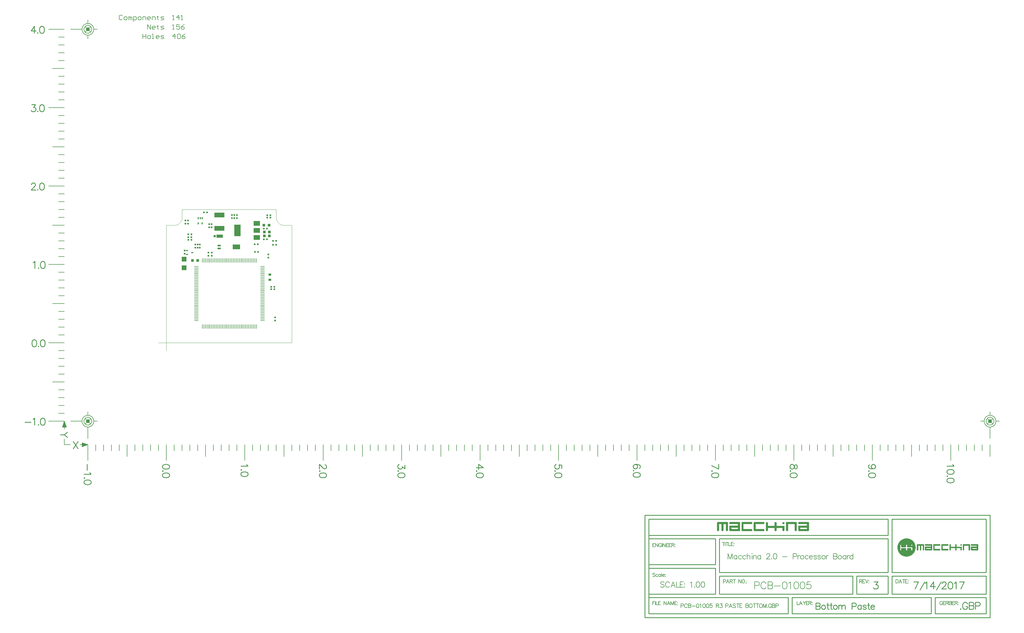
<source format=gbp>
G04 This is an RS-274x file exported by *
G04 gerbv version 2.6A *
G04 More information is available about gerbv at *
G04 http://gerbv.geda-project.org/ *
G04 --End of header info--*
%MOIN*%
%FSLAX34Y34*%
%IPPOS*%
G04 --Define apertures--*
%ADD10R,0.0200X0.0200*%
%ADD11R,0.0200X0.0200*%
%ADD12R,0.0350X0.0350*%
%ADD13C,0.0070*%
%ADD14C,0.0080*%
%ADD15C,0.0100*%
%ADD16C,0.0050*%
%ADD17C,0.0090*%
%ADD18C,0.0010*%
%ADD19R,0.0787X0.0433*%
%ADD20R,0.0315X0.0315*%
%ADD21R,0.0787X0.1496*%
%ADD22R,0.0787X0.0591*%
%ADD23R,0.0140X0.0300*%
%ADD24R,0.0945X0.0591*%
%ADD25R,0.0433X0.0236*%
%ADD26R,0.1250X0.0600*%
%ADD27R,0.0114X0.0531*%
%ADD28R,0.0531X0.0114*%
%ADD29R,0.0600X0.0600*%
%ADD30R,0.0320X0.0250*%
%ADD31R,0.0250X0.0180*%
G04 --Start main section--*
G36*
G01X0071527Y-022880D02*
G01X0071543Y-022896D01*
G01X0071551Y-022916D01*
G01X0071551Y-022927D01*
G01X0071551Y-023932D01*
G01X0071551Y-023944D01*
G01X0071543Y-023964D01*
G01X0071527Y-023980D01*
G01X0071506Y-023989D01*
G01X0071371Y-023989D01*
G01X0071351Y-023980D01*
G01X0071335Y-023964D01*
G01X0071326Y-023944D01*
G01X0071326Y-023932D01*
G01X0071326Y-023152D01*
G01X0071325Y-023142D01*
G01X0071317Y-023121D01*
G01X0071301Y-023106D01*
G01X0071281Y-023097D01*
G01X0071270Y-023096D01*
G01X0071045Y-023096D01*
G01X0071034Y-023097D01*
G01X0071014Y-023106D01*
G01X0070998Y-023121D01*
G01X0070990Y-023142D01*
G01X0070989Y-023152D01*
G01X0070989Y-023932D01*
G01X0070989Y-023944D01*
G01X0070980Y-023964D01*
G01X0070964Y-023980D01*
G01X0070944Y-023989D01*
G01X0070816Y-023989D01*
G01X0070796Y-023980D01*
G01X0070780Y-023964D01*
G01X0070771Y-023944D01*
G01X0070771Y-023932D01*
G01X0070771Y-023152D01*
G01X0070770Y-023142D01*
G01X0070762Y-023121D01*
G01X0070746Y-023106D01*
G01X0070726Y-023097D01*
G01X0070715Y-023096D01*
G01X0070490Y-023096D01*
G01X0070479Y-023097D01*
G01X0070459Y-023106D01*
G01X0070443Y-023121D01*
G01X0070435Y-023142D01*
G01X0070434Y-023152D01*
G01X0070434Y-023932D01*
G01X0070434Y-023944D01*
G01X0070425Y-023964D01*
G01X0070409Y-023980D01*
G01X0070389Y-023989D01*
G01X0070254Y-023989D01*
G01X0070233Y-023980D01*
G01X0070217Y-023964D01*
G01X0070209Y-023944D01*
G01X0070209Y-023932D01*
G01X0070209Y-022927D01*
G01X0070209Y-022916D01*
G01X0070217Y-022896D01*
G01X0070233Y-022880D01*
G01X0070254Y-022871D01*
G01X0071506Y-022871D01*
G01X0071527Y-022880D01*
G37*
G36*
G01X0071527Y-022880D02*
G37*
G36*
G01X0103449Y-025706D02*
G01X0103459Y-025732D01*
G01X0103457Y-025735D01*
G01X0103457Y-025735D01*
G01X0103461Y-026405D01*
G01X0103449Y-026434D01*
G01X0103423Y-026444D01*
G01X0103420Y-026442D01*
G01X0103420Y-026442D01*
G01X0102605Y-026446D01*
G01X0102576Y-026434D01*
G01X0102566Y-026408D01*
G01X0102568Y-026405D01*
G01X0102568Y-026405D01*
G01X0102564Y-026035D01*
G01X0102576Y-026006D01*
G01X0102602Y-025996D01*
G01X0102605Y-025998D01*
G01X0102605Y-025998D01*
G01X0102605Y-025998D01*
G01X0103270Y-026001D01*
G01X0103299Y-025989D01*
G01X0103311Y-025960D01*
G01X0103311Y-025960D01*
G01X0103308Y-025957D01*
G01X0103311Y-025885D01*
G01X0103299Y-025856D01*
G01X0103270Y-025844D01*
G01X0103270Y-025847D01*
G01X0102605Y-025851D01*
G01X0102576Y-025839D01*
G01X0102566Y-025813D01*
G01X0102568Y-025810D01*
G01X0102568Y-025810D01*
G01X0102564Y-025735D01*
G01X0102576Y-025706D01*
G01X0102602Y-025696D01*
G01X0102605Y-025698D01*
G01X0102605Y-025698D01*
G01X0103420Y-025694D01*
G01X0103449Y-025706D01*
G37*
G36*
G01X0103449Y-025706D02*
G37*
G36*
G01X0097594Y-025706D02*
G01X0097604Y-025732D01*
G01X0097603Y-025735D01*
G01X0097603Y-025735D01*
G01X0097606Y-026405D01*
G01X0097594Y-026434D01*
G01X0097568Y-026444D01*
G01X0097565Y-026442D01*
G01X0097565Y-026442D01*
G01X0096750Y-026446D01*
G01X0096721Y-026434D01*
G01X0096711Y-026408D01*
G01X0096713Y-026405D01*
G01X0096713Y-026405D01*
G01X0096709Y-026035D01*
G01X0096721Y-026006D01*
G01X0096747Y-025996D01*
G01X0096750Y-025998D01*
G01X0096750Y-025998D01*
G01X0096750Y-025998D01*
G01X0097415Y-026001D01*
G01X0097444Y-025989D01*
G01X0097456Y-025960D01*
G01X0097456Y-025960D01*
G01X0097453Y-025957D01*
G01X0097456Y-025885D01*
G01X0097444Y-025856D01*
G01X0097415Y-025844D01*
G01X0097415Y-025847D01*
G01X0096750Y-025851D01*
G01X0096721Y-025839D01*
G01X0096711Y-025813D01*
G01X0096713Y-025810D01*
G01X0096713Y-025810D01*
G01X0096709Y-025735D01*
G01X0096721Y-025706D01*
G01X0096747Y-025696D01*
G01X0096750Y-025698D01*
G01X0096750Y-025698D01*
G01X0097565Y-025694D01*
G01X0097594Y-025706D01*
G37*
G36*
G01X0097594Y-025706D02*
G37*
G36*
G01X0080309Y-022880D02*
G01X0080325Y-022896D01*
G01X0080334Y-022916D01*
G01X0080334Y-022927D01*
G01X0080334Y-023932D01*
G01X0080334Y-023944D01*
G01X0080325Y-023964D01*
G01X0080309Y-023980D01*
G01X0080289Y-023989D01*
G01X0080154Y-023989D01*
G01X0080133Y-023980D01*
G01X0080117Y-023964D01*
G01X0080109Y-023944D01*
G01X0080109Y-023932D01*
G01X0080109Y-023152D01*
G01X0080108Y-023142D01*
G01X0080099Y-023121D01*
G01X0080084Y-023106D01*
G01X0080063Y-023097D01*
G01X0080052Y-023096D01*
G01X0079272Y-023096D01*
G01X0079262Y-023097D01*
G01X0079241Y-023106D01*
G01X0079226Y-023121D01*
G01X0079217Y-023142D01*
G01X0079216Y-023152D01*
G01X0079216Y-023932D01*
G01X0079216Y-023944D01*
G01X0079208Y-023964D01*
G01X0079192Y-023980D01*
G01X0079171Y-023989D01*
G01X0079044Y-023989D01*
G01X0079023Y-023980D01*
G01X0079007Y-023964D01*
G01X0078999Y-023944D01*
G01X0078999Y-023932D01*
G01X0078999Y-022927D01*
G01X0078999Y-022916D01*
G01X0079007Y-022896D01*
G01X0079023Y-022880D01*
G01X0079044Y-022871D01*
G01X0080289Y-022871D01*
G01X0080309Y-022880D01*
G37*
G36*
G01X0080309Y-022880D02*
G37*
G36*
G01X0076184Y-022880D02*
G01X0076200Y-022896D01*
G01X0076209Y-022916D01*
G01X0076209Y-022927D01*
G01X0076209Y-023040D01*
G01X0076209Y-023051D01*
G01X0076200Y-023072D01*
G01X0076184Y-023088D01*
G01X0076164Y-023096D01*
G01X0075155Y-023096D01*
G01X0075144Y-023097D01*
G01X0075124Y-023106D01*
G01X0075108Y-023121D01*
G01X0075100Y-023142D01*
G01X0075099Y-023152D01*
G01X0075099Y-023707D01*
G01X0075100Y-023718D01*
G01X0075108Y-023739D01*
G01X0075124Y-023754D01*
G01X0075144Y-023763D01*
G01X0075155Y-023764D01*
G01X0076164Y-023764D01*
G01X0076184Y-023772D01*
G01X0076200Y-023788D01*
G01X0076209Y-023809D01*
G01X0076209Y-023820D01*
G01X0076209Y-023932D01*
G01X0076209Y-023944D01*
G01X0076200Y-023964D01*
G01X0076184Y-023980D01*
G01X0076164Y-023989D01*
G01X0074919Y-023989D01*
G01X0074898Y-023980D01*
G01X0074882Y-023964D01*
G01X0074874Y-023944D01*
G01X0074874Y-023932D01*
G01X0074874Y-022927D01*
G01X0074874Y-022916D01*
G01X0074882Y-022896D01*
G01X0074898Y-022880D01*
G01X0074919Y-022871D01*
G01X0076164Y-022871D01*
G01X0076184Y-022880D01*
G37*
G36*
G01X0076184Y-022880D02*
G37*
G36*
G01X0074632Y-022880D02*
G01X0074648Y-022896D01*
G01X0074656Y-022916D01*
G01X0074656Y-022927D01*
G01X0074656Y-023040D01*
G01X0074656Y-023051D01*
G01X0074648Y-023072D01*
G01X0074632Y-023088D01*
G01X0074611Y-023096D01*
G01X0073602Y-023096D01*
G01X0073592Y-023097D01*
G01X0073571Y-023106D01*
G01X0073556Y-023121D01*
G01X0073547Y-023142D01*
G01X0073546Y-023152D01*
G01X0073546Y-023707D01*
G01X0073547Y-023718D01*
G01X0073556Y-023739D01*
G01X0073571Y-023754D01*
G01X0073592Y-023763D01*
G01X0073602Y-023764D01*
G01X0074611Y-023764D01*
G01X0074632Y-023772D01*
G01X0074648Y-023788D01*
G01X0074656Y-023809D01*
G01X0074656Y-023820D01*
G01X0074656Y-023932D01*
G01X0074656Y-023944D01*
G01X0074648Y-023964D01*
G01X0074632Y-023980D01*
G01X0074611Y-023989D01*
G01X0073366Y-023989D01*
G01X0073346Y-023980D01*
G01X0073330Y-023964D01*
G01X0073321Y-023944D01*
G01X0073321Y-023932D01*
G01X0073321Y-022927D01*
G01X0073321Y-022916D01*
G01X0073330Y-022896D01*
G01X0073346Y-022880D01*
G01X0073366Y-022871D01*
G01X0074611Y-022871D01*
G01X0074632Y-022880D01*
G37*
G36*
G01X0074632Y-022880D02*
G37*
G36*
G01X0101356Y-025708D02*
G01X0101367Y-025719D01*
G01X0101372Y-025733D01*
G01X0101372Y-025740D01*
G01X0101372Y-025815D01*
G01X0101372Y-025822D01*
G01X0101367Y-025836D01*
G01X0101356Y-025847D01*
G01X0101342Y-025852D01*
G01X0101258Y-025852D01*
G01X0101244Y-025847D01*
G01X0101233Y-025836D01*
G01X0101228Y-025822D01*
G01X0101228Y-025815D01*
G01X0101228Y-025740D01*
G01X0101228Y-025733D01*
G01X0101233Y-025719D01*
G01X0101244Y-025708D01*
G01X0101258Y-025703D01*
G01X0101342Y-025703D01*
G01X0101356Y-025708D01*
G37*
G36*
G01X0101356Y-025708D02*
G37*
G36*
G01X0098621Y-025703D02*
G01X0098632Y-025714D01*
G01X0098638Y-025728D01*
G01X0098638Y-025735D01*
G01X0098638Y-025810D01*
G01X0098638Y-025817D01*
G01X0098632Y-025831D01*
G01X0098621Y-025842D01*
G01X0098607Y-025847D01*
G01X0097935Y-025847D01*
G01X0097928Y-025848D01*
G01X0097914Y-025854D01*
G01X0097904Y-025864D01*
G01X0097898Y-025878D01*
G01X0097898Y-025885D01*
G01X0097898Y-026255D01*
G01X0097898Y-026262D01*
G01X0097904Y-026276D01*
G01X0097914Y-026286D01*
G01X0097928Y-026292D01*
G01X0097935Y-026293D01*
G01X0098607Y-026293D01*
G01X0098621Y-026298D01*
G01X0098632Y-026309D01*
G01X0098638Y-026323D01*
G01X0098638Y-026330D01*
G01X0098638Y-026405D01*
G01X0098638Y-026412D01*
G01X0098632Y-026426D01*
G01X0098621Y-026437D01*
G01X0098607Y-026442D01*
G01X0097778Y-026442D01*
G01X0097764Y-026437D01*
G01X0097753Y-026426D01*
G01X0097747Y-026412D01*
G01X0097747Y-026405D01*
G01X0097747Y-025735D01*
G01X0097747Y-025728D01*
G01X0097753Y-025714D01*
G01X0097764Y-025703D01*
G01X0097778Y-025698D01*
G01X0098607Y-025698D01*
G01X0098621Y-025703D01*
G37*
G36*
G01X0098621Y-025703D02*
G37*
G36*
G01X0096551Y-025703D02*
G01X0096562Y-025714D01*
G01X0096567Y-025728D01*
G01X0096567Y-025735D01*
G01X0096567Y-026405D01*
G01X0096567Y-026412D01*
G01X0096562Y-026426D01*
G01X0096551Y-026437D01*
G01X0096537Y-026442D01*
G01X0096448Y-026442D01*
G01X0096434Y-026437D01*
G01X0096423Y-026426D01*
G01X0096418Y-026412D01*
G01X0096418Y-026405D01*
G01X0096418Y-025885D01*
G01X0096417Y-025878D01*
G01X0096411Y-025864D01*
G01X0096401Y-025854D01*
G01X0096387Y-025848D01*
G01X0096380Y-025847D01*
G01X0096230Y-025847D01*
G01X0096223Y-025848D01*
G01X0096209Y-025854D01*
G01X0096199Y-025864D01*
G01X0096193Y-025878D01*
G01X0096193Y-025885D01*
G01X0096193Y-026405D01*
G01X0096193Y-026412D01*
G01X0096187Y-026426D01*
G01X0096176Y-026437D01*
G01X0096162Y-026442D01*
G01X0096078Y-026442D01*
G01X0096064Y-026437D01*
G01X0096053Y-026426D01*
G01X0096047Y-026412D01*
G01X0096047Y-026405D01*
G01X0096047Y-025885D01*
G01X0096047Y-025878D01*
G01X0096041Y-025864D01*
G01X0096031Y-025854D01*
G01X0096017Y-025848D01*
G01X0096010Y-025847D01*
G01X0095860Y-025847D01*
G01X0095853Y-025848D01*
G01X0095839Y-025854D01*
G01X0095829Y-025864D01*
G01X0095823Y-025878D01*
G01X0095822Y-025885D01*
G01X0095822Y-026405D01*
G01X0095822Y-026412D01*
G01X0095817Y-026426D01*
G01X0095806Y-026437D01*
G01X0095792Y-026442D01*
G01X0095703Y-026442D01*
G01X0095689Y-026437D01*
G01X0095678Y-026426D01*
G01X0095673Y-026412D01*
G01X0095673Y-026405D01*
G01X0095673Y-025735D01*
G01X0095673Y-025728D01*
G01X0095678Y-025714D01*
G01X0095689Y-025703D01*
G01X0095703Y-025698D01*
G01X0096537Y-025698D01*
G01X0096551Y-025703D01*
G37*
G36*
G01X0096551Y-025703D02*
G37*
G36*
G01X0094525Y-024971D02*
G01X0094700Y-025013D01*
G01X0094866Y-025082D01*
G01X0095020Y-025176D01*
G01X0095157Y-025293D01*
G01X0095274Y-025430D01*
G01X0095368Y-025584D01*
G01X0095437Y-025750D01*
G01X0095479Y-025925D01*
G01X0095494Y-026105D01*
G01X0095479Y-026285D01*
G01X0095437Y-026460D01*
G01X0095368Y-026626D01*
G01X0095274Y-026780D01*
G01X0095157Y-026917D01*
G01X0095020Y-027034D01*
G01X0094866Y-027128D01*
G01X0094700Y-027197D01*
G01X0094525Y-027239D01*
G01X0094345Y-027254D01*
G01X0094165Y-027239D01*
G01X0093990Y-027197D01*
G01X0093824Y-027128D01*
G01X0093670Y-027034D01*
G01X0093533Y-026917D01*
G01X0093416Y-026780D01*
G01X0093322Y-026626D01*
G01X0093253Y-026460D01*
G01X0093211Y-026285D01*
G01X0093196Y-026105D01*
G01X0093211Y-025925D01*
G01X0093253Y-025750D01*
G01X0093322Y-025584D01*
G01X0093416Y-025430D01*
G01X0093533Y-025293D01*
G01X0093670Y-025176D01*
G01X0093824Y-025082D01*
G01X0093990Y-025013D01*
G01X0094165Y-024971D01*
G01X0094345Y-024956D01*
G01X0094525Y-024971D01*
G37*
G36*
G01X0094525Y-024971D02*
G37*
G36*
G01X0100691Y-025708D02*
G01X0100702Y-025719D01*
G01X0100708Y-025733D01*
G01X0100708Y-025740D01*
G01X0100708Y-025980D01*
G01X0100708Y-025987D01*
G01X0100714Y-026001D01*
G01X0100724Y-026011D01*
G01X0100738Y-026017D01*
G01X0100745Y-026017D01*
G01X0101342Y-026017D01*
G01X0101356Y-026023D01*
G01X0101367Y-026034D01*
G01X0101372Y-026048D01*
G01X0101372Y-026055D01*
G01X0101372Y-026405D01*
G01X0101372Y-026412D01*
G01X0101367Y-026426D01*
G01X0101356Y-026437D01*
G01X0101342Y-026442D01*
G01X0101258Y-026442D01*
G01X0101244Y-026437D01*
G01X0101233Y-026426D01*
G01X0101228Y-026412D01*
G01X0101228Y-026405D01*
G01X0101228Y-026205D01*
G01X0101227Y-026198D01*
G01X0101221Y-026184D01*
G01X0101211Y-026174D01*
G01X0101197Y-026168D01*
G01X0101190Y-026168D01*
G01X0100745Y-026168D01*
G01X0100738Y-026168D01*
G01X0100724Y-026174D01*
G01X0100714Y-026184D01*
G01X0100708Y-026198D01*
G01X0100708Y-026205D01*
G01X0100708Y-026405D01*
G01X0100708Y-026412D01*
G01X0100702Y-026426D01*
G01X0100691Y-026437D01*
G01X0100677Y-026442D01*
G01X0100588Y-026442D01*
G01X0100574Y-026437D01*
G01X0100563Y-026426D01*
G01X0100557Y-026412D01*
G01X0100557Y-026405D01*
G01X0100557Y-026205D01*
G01X0100557Y-026198D01*
G01X0100551Y-026184D01*
G01X0100541Y-026174D01*
G01X0100527Y-026168D01*
G01X0100520Y-026168D01*
G01X0100005Y-026168D01*
G01X0099998Y-026168D01*
G01X0099984Y-026174D01*
G01X0099974Y-026184D01*
G01X0099968Y-026198D01*
G01X0099967Y-026205D01*
G01X0099967Y-026405D01*
G01X0099967Y-026412D01*
G01X0099962Y-026426D01*
G01X0099951Y-026437D01*
G01X0099937Y-026442D01*
G01X0099848Y-026442D01*
G01X0099834Y-026437D01*
G01X0099823Y-026426D01*
G01X0099817Y-026412D01*
G01X0099817Y-026405D01*
G01X0099817Y-025740D01*
G01X0099817Y-025733D01*
G01X0099823Y-025719D01*
G01X0099834Y-025708D01*
G01X0099848Y-025703D01*
G01X0099937Y-025703D01*
G01X0099951Y-025708D01*
G01X0099962Y-025719D01*
G01X0099967Y-025733D01*
G01X0099967Y-025740D01*
G01X0099967Y-025980D01*
G01X0099968Y-025987D01*
G01X0099974Y-026001D01*
G01X0099984Y-026011D01*
G01X0099998Y-026017D01*
G01X0100005Y-026017D01*
G01X0100520Y-026017D01*
G01X0100527Y-026017D01*
G01X0100541Y-026011D01*
G01X0100551Y-026001D01*
G01X0100557Y-025987D01*
G01X0100557Y-025980D01*
G01X0100557Y-025740D01*
G01X0100557Y-025733D01*
G01X0100563Y-025719D01*
G01X0100574Y-025708D01*
G01X0100588Y-025703D01*
G01X0100677Y-025703D01*
G01X0100691Y-025708D01*
G37*
G36*
G01X0100691Y-025708D02*
G37*
G36*
G01X0102406Y-025703D02*
G01X0102417Y-025714D01*
G01X0102423Y-025728D01*
G01X0102423Y-025735D01*
G01X0102423Y-026405D01*
G01X0102423Y-026412D01*
G01X0102417Y-026426D01*
G01X0102406Y-026437D01*
G01X0102392Y-026442D01*
G01X0102303Y-026442D01*
G01X0102289Y-026437D01*
G01X0102278Y-026426D01*
G01X0102273Y-026412D01*
G01X0102273Y-026405D01*
G01X0102273Y-025885D01*
G01X0102272Y-025878D01*
G01X0102266Y-025864D01*
G01X0102256Y-025854D01*
G01X0102242Y-025848D01*
G01X0102235Y-025847D01*
G01X0101715Y-025847D01*
G01X0101708Y-025848D01*
G01X0101694Y-025854D01*
G01X0101684Y-025864D01*
G01X0101678Y-025878D01*
G01X0101678Y-025885D01*
G01X0101678Y-026405D01*
G01X0101678Y-026412D01*
G01X0101672Y-026426D01*
G01X0101661Y-026437D01*
G01X0101647Y-026442D01*
G01X0101563Y-026442D01*
G01X0101549Y-026437D01*
G01X0101538Y-026426D01*
G01X0101532Y-026412D01*
G01X0101532Y-026405D01*
G01X0101532Y-025735D01*
G01X0101532Y-025728D01*
G01X0101538Y-025714D01*
G01X0101549Y-025703D01*
G01X0101563Y-025698D01*
G01X0102392Y-025698D01*
G01X0102406Y-025703D01*
G37*
G36*
G01X0102406Y-025703D02*
G37*
G36*
G01X0099656Y-025703D02*
G01X0099667Y-025714D01*
G01X0099672Y-025728D01*
G01X0099672Y-025735D01*
G01X0099672Y-025810D01*
G01X0099672Y-025817D01*
G01X0099667Y-025831D01*
G01X0099656Y-025842D01*
G01X0099642Y-025847D01*
G01X0098970Y-025847D01*
G01X0098963Y-025848D01*
G01X0098949Y-025854D01*
G01X0098939Y-025864D01*
G01X0098933Y-025878D01*
G01X0098933Y-025885D01*
G01X0098933Y-026255D01*
G01X0098933Y-026262D01*
G01X0098939Y-026276D01*
G01X0098949Y-026286D01*
G01X0098963Y-026292D01*
G01X0098970Y-026293D01*
G01X0099642Y-026293D01*
G01X0099656Y-026298D01*
G01X0099667Y-026309D01*
G01X0099672Y-026323D01*
G01X0099672Y-026330D01*
G01X0099672Y-026405D01*
G01X0099672Y-026412D01*
G01X0099667Y-026426D01*
G01X0099656Y-026437D01*
G01X0099642Y-026442D01*
G01X0098813Y-026442D01*
G01X0098799Y-026437D01*
G01X0098788Y-026426D01*
G01X0098783Y-026412D01*
G01X0098783Y-026405D01*
G01X0098783Y-025735D01*
G01X0098783Y-025728D01*
G01X0098788Y-025714D01*
G01X0098799Y-025703D01*
G01X0098813Y-025698D01*
G01X0099642Y-025698D01*
G01X0099656Y-025703D01*
G37*
G36*
G01X0099656Y-025703D02*
G37*
G36*
G01X0077737Y-022887D02*
G01X0077753Y-022903D01*
G01X0077761Y-022924D01*
G01X0077761Y-022935D01*
G01X0077761Y-023295D01*
G01X0077762Y-023306D01*
G01X0077771Y-023326D01*
G01X0077786Y-023342D01*
G01X0077807Y-023350D01*
G01X0077818Y-023351D01*
G01X0078714Y-023351D01*
G01X0078734Y-023360D01*
G01X0078750Y-023376D01*
G01X0078759Y-023396D01*
G01X0078759Y-023407D01*
G01X0078759Y-023932D01*
G01X0078759Y-023944D01*
G01X0078750Y-023964D01*
G01X0078734Y-023980D01*
G01X0078714Y-023989D01*
G01X0078586Y-023989D01*
G01X0078566Y-023980D01*
G01X0078550Y-023964D01*
G01X0078541Y-023944D01*
G01X0078541Y-023932D01*
G01X0078541Y-023633D01*
G01X0078540Y-023622D01*
G01X0078532Y-023601D01*
G01X0078516Y-023586D01*
G01X0078496Y-023577D01*
G01X0078485Y-023576D01*
G01X0077818Y-023576D01*
G01X0077807Y-023577D01*
G01X0077786Y-023586D01*
G01X0077771Y-023601D01*
G01X0077762Y-023622D01*
G01X0077761Y-023633D01*
G01X0077761Y-023932D01*
G01X0077761Y-023944D01*
G01X0077753Y-023964D01*
G01X0077737Y-023980D01*
G01X0077716Y-023989D01*
G01X0077581Y-023989D01*
G01X0077561Y-023980D01*
G01X0077545Y-023964D01*
G01X0077536Y-023944D01*
G01X0077536Y-023932D01*
G01X0077536Y-023633D01*
G01X0077535Y-023622D01*
G01X0077527Y-023601D01*
G01X0077511Y-023586D01*
G01X0077491Y-023577D01*
G01X0077480Y-023576D01*
G01X0076708Y-023576D01*
G01X0076697Y-023577D01*
G01X0076676Y-023586D01*
G01X0076661Y-023601D01*
G01X0076652Y-023622D01*
G01X0076651Y-023633D01*
G01X0076651Y-023932D01*
G01X0076651Y-023944D01*
G01X0076643Y-023964D01*
G01X0076627Y-023980D01*
G01X0076606Y-023989D01*
G01X0076471Y-023989D01*
G01X0076451Y-023980D01*
G01X0076435Y-023964D01*
G01X0076426Y-023944D01*
G01X0076426Y-023932D01*
G01X0076426Y-022935D01*
G01X0076426Y-022924D01*
G01X0076435Y-022903D01*
G01X0076451Y-022887D01*
G01X0076471Y-022879D01*
G01X0076606Y-022879D01*
G01X0076627Y-022887D01*
G01X0076643Y-022903D01*
G01X0076651Y-022924D01*
G01X0076651Y-022935D01*
G01X0076651Y-023295D01*
G01X0076652Y-023306D01*
G01X0076661Y-023326D01*
G01X0076676Y-023342D01*
G01X0076697Y-023350D01*
G01X0076708Y-023351D01*
G01X0077480Y-023351D01*
G01X0077491Y-023350D01*
G01X0077511Y-023342D01*
G01X0077527Y-023326D01*
G01X0077535Y-023306D01*
G01X0077536Y-023295D01*
G01X0077536Y-022935D01*
G01X0077536Y-022924D01*
G01X0077545Y-022903D01*
G01X0077561Y-022887D01*
G01X0077581Y-022879D01*
G01X0077716Y-022879D01*
G01X0077737Y-022887D01*
G37*
G36*
G01X0077737Y-022887D02*
G37*
G36*
G01X-001544Y-003703D02*
G37*
G36*
G01X-002579Y-003703D02*
G37*
G36*
G01X0001206Y-003703D02*
G37*
G36*
G01X-000509Y-003708D02*
G37*
G36*
G01X0000156Y-003708D02*
G37*
G36*
G01X-004649Y-003703D02*
G37*
G36*
G01X-003606Y-003706D02*
G37*
G36*
G01X0002249Y-003706D02*
G37*
G36*
G01X0081830Y-022871D02*
G01X0081830Y-022871D01*
G01X0081834Y-022868D01*
G01X0081873Y-022884D01*
G01X0081891Y-022927D01*
G01X0081886Y-023932D01*
G01X0081886Y-023932D01*
G01X0081889Y-023937D01*
G01X0081873Y-023976D01*
G01X0081830Y-023993D01*
G01X0080608Y-023989D01*
G01X0080608Y-023989D01*
G01X0080603Y-023992D01*
G01X0080564Y-023976D01*
G01X0080547Y-023932D01*
G01X0080551Y-023377D01*
G01X0080551Y-023377D01*
G01X0080548Y-023373D01*
G01X0080564Y-023334D01*
G01X0080608Y-023317D01*
G01X0081605Y-023321D01*
G01X0081605Y-023326D01*
G01X0081648Y-023308D01*
G01X0081666Y-023265D01*
G01X0081661Y-023157D01*
G01X0081666Y-023152D01*
G01X0081666Y-023152D01*
G01X0081648Y-023109D01*
G01X0081605Y-023092D01*
G01X0080608Y-023096D01*
G01X0080608Y-023096D01*
G01X0080608Y-023096D01*
G01X0080603Y-023099D01*
G01X0080564Y-023083D01*
G01X0080547Y-023040D01*
G01X0080551Y-022927D01*
G01X0080551Y-022927D01*
G01X0080548Y-022923D01*
G01X0080564Y-022884D01*
G01X0080608Y-022867D01*
G01X0081830Y-022871D01*
G37*
G36*
G01X0081830Y-022871D02*
G37*
G36*
G01X0073091Y-022884D02*
G01X0073107Y-022923D01*
G01X0073104Y-022927D01*
G01X0073104Y-022927D01*
G01X0073108Y-023932D01*
G01X0073091Y-023976D01*
G01X0073052Y-023992D01*
G01X0073047Y-023989D01*
G01X0073047Y-023989D01*
G01X0071825Y-023993D01*
G01X0071782Y-023976D01*
G01X0071766Y-023937D01*
G01X0071769Y-023932D01*
G01X0071769Y-023932D01*
G01X0071764Y-023377D01*
G01X0071782Y-023334D01*
G01X0071821Y-023318D01*
G01X0071825Y-023321D01*
G01X0071825Y-023321D01*
G01X0071825Y-023321D01*
G01X0072822Y-023326D01*
G01X0072866Y-023308D01*
G01X0072883Y-023265D01*
G01X0072883Y-023265D01*
G01X0072879Y-023260D01*
G01X0072883Y-023152D01*
G01X0072866Y-023109D01*
G01X0072822Y-023092D01*
G01X0072822Y-023096D01*
G01X0071825Y-023101D01*
G01X0071782Y-023083D01*
G01X0071766Y-023044D01*
G01X0071769Y-023040D01*
G01X0071769Y-023040D01*
G01X0071764Y-022927D01*
G01X0071782Y-022884D01*
G01X0071821Y-022868D01*
G01X0071825Y-022871D01*
G01X0071825Y-022871D01*
G01X0073047Y-022867D01*
G01X0073091Y-022884D01*
G37*
G36*
G01X0073091Y-022884D02*
G37*
G36*
G01X0078734Y-022887D02*
G01X0078750Y-022903D01*
G01X0078759Y-022924D01*
G01X0078759Y-022935D01*
G01X0078759Y-023047D01*
G01X0078759Y-023059D01*
G01X0078750Y-023079D01*
G01X0078734Y-023095D01*
G01X0078714Y-023104D01*
G01X0078586Y-023104D01*
G01X0078566Y-023095D01*
G01X0078550Y-023079D01*
G01X0078541Y-023059D01*
G01X0078541Y-023047D01*
G01X0078541Y-022935D01*
G01X0078541Y-022924D01*
G01X0078550Y-022903D01*
G01X0078566Y-022887D01*
G01X0078586Y-022879D01*
G01X0078714Y-022879D01*
G01X0078734Y-022887D01*
G37*
G36*
G01X0078734Y-022887D02*
G37*
%LPC*%
G36*
G01X0102750Y-026144D02*
G01X0102750Y-026144D01*
G01X0102721Y-026156D01*
G01X0102709Y-026185D01*
G01X0102712Y-026252D01*
G01X0102709Y-026255D01*
G01X0102709Y-026255D01*
G01X0102721Y-026284D01*
G01X0102750Y-026296D01*
G01X0103267Y-026293D01*
G01X0103270Y-026296D01*
G01X0103270Y-026296D01*
G01X0103299Y-026284D01*
G01X0103311Y-026255D01*
G01X0103308Y-026188D01*
G01X0103311Y-026185D01*
G01X0103311Y-026185D01*
G01X0103299Y-026156D01*
G01X0103270Y-026144D01*
G01X0102753Y-026147D01*
G01X0102750Y-026144D01*
G37*
G36*
G01X0102750Y-026144D02*
G37*
G36*
G01X0096895Y-026144D02*
G01X0096895Y-026144D01*
G01X0096866Y-026156D01*
G01X0096854Y-026185D01*
G01X0096857Y-026252D01*
G01X0096854Y-026255D01*
G01X0096854Y-026255D01*
G01X0096866Y-026284D01*
G01X0096895Y-026296D01*
G01X0097412Y-026293D01*
G01X0097415Y-026296D01*
G01X0097415Y-026296D01*
G01X0097444Y-026284D01*
G01X0097456Y-026255D01*
G01X0097453Y-026188D01*
G01X0097456Y-026185D01*
G01X0097456Y-026185D01*
G01X0097444Y-026156D01*
G01X0097415Y-026144D01*
G01X0096898Y-026147D01*
G01X0096895Y-026144D01*
G37*
G36*
G01X0096895Y-026144D02*
G37*
G36*
G01X0094975Y-025734D02*
G01X0094975Y-025734D01*
G01X0094946Y-025746D01*
G01X0094934Y-025775D01*
G01X0094937Y-025847D01*
G01X0094934Y-025850D01*
G01X0094934Y-025850D01*
G01X0094946Y-025879D01*
G01X0094975Y-025891D01*
G01X0095042Y-025888D01*
G01X0095045Y-025891D01*
G01X0095045Y-025891D01*
G01X0095074Y-025879D01*
G01X0095086Y-025850D01*
G01X0095083Y-025778D01*
G01X0095086Y-025775D01*
G01X0095086Y-025775D01*
G01X0095074Y-025746D01*
G01X0095045Y-025734D01*
G01X0094978Y-025737D01*
G01X0094975Y-025734D01*
G37*
G36*
G01X0094975Y-025734D02*
G37*
G36*
G01X0094305Y-025734D02*
G01X0094305Y-025734D01*
G01X0094276Y-025746D01*
G01X0094264Y-025775D01*
G01X0094268Y-026015D01*
G01X0094268Y-026015D01*
G01X0094268Y-026015D01*
G01X0094269Y-026018D01*
G01X0094259Y-026044D01*
G01X0094230Y-026056D01*
G01X0093715Y-026052D01*
G01X0093715Y-026052D01*
G01X0093712Y-026054D01*
G01X0093686Y-026044D01*
G01X0093674Y-026015D01*
G01X0093678Y-025775D01*
G01X0093681Y-025775D01*
G01X0093669Y-025746D01*
G01X0093640Y-025734D01*
G01X0093568Y-025737D01*
G01X0093565Y-025734D01*
G01X0093565Y-025734D01*
G01X0093536Y-025746D01*
G01X0093524Y-025775D01*
G01X0093527Y-026437D01*
G01X0093524Y-026440D01*
G01X0093524Y-026440D01*
G01X0093536Y-026469D01*
G01X0093565Y-026481D01*
G01X0093637Y-026478D01*
G01X0093640Y-026481D01*
G01X0093640Y-026481D01*
G01X0093669Y-026469D01*
G01X0093681Y-026440D01*
G01X0093678Y-026240D01*
G01X0093678Y-026240D01*
G01X0093678Y-026240D01*
G01X0093676Y-026237D01*
G01X0093686Y-026211D01*
G01X0093715Y-026199D01*
G01X0094230Y-026202D01*
G01X0094230Y-026202D01*
G01X0094233Y-026201D01*
G01X0094259Y-026211D01*
G01X0094271Y-026240D01*
G01X0094268Y-026440D01*
G01X0094264Y-026440D01*
G01X0094276Y-026469D01*
G01X0094305Y-026481D01*
G01X0094377Y-026478D01*
G01X0094380Y-026481D01*
G01X0094380Y-026481D01*
G01X0094409Y-026469D01*
G01X0094421Y-026440D01*
G01X0094417Y-026240D01*
G01X0094417Y-026240D01*
G01X0094417Y-026240D01*
G01X0094416Y-026237D01*
G01X0094426Y-026211D01*
G01X0094455Y-026199D01*
G01X0094900Y-026202D01*
G01X0094900Y-026202D01*
G01X0094903Y-026201D01*
G01X0094929Y-026211D01*
G01X0094941Y-026240D01*
G01X0094937Y-026440D01*
G01X0094934Y-026440D01*
G01X0094946Y-026469D01*
G01X0094975Y-026481D01*
G01X0095042Y-026478D01*
G01X0095045Y-026481D01*
G01X0095045Y-026481D01*
G01X0095074Y-026469D01*
G01X0095086Y-026440D01*
G01X0095083Y-026093D01*
G01X0095086Y-026090D01*
G01X0095086Y-026090D01*
G01X0095074Y-026061D01*
G01X0095045Y-026049D01*
G01X0094455Y-026052D01*
G01X0094455Y-026052D01*
G01X0094455Y-026052D01*
G01X0094452Y-026054D01*
G01X0094426Y-026044D01*
G01X0094414Y-026015D01*
G01X0094417Y-025775D01*
G01X0094421Y-025775D01*
G01X0094409Y-025746D01*
G01X0094380Y-025734D01*
G01X0094308Y-025737D01*
G01X0094305Y-025734D01*
G37*
G36*
G01X0094305Y-025734D02*
G37*
G36*
G01X-004305Y-004144D02*
G37*
G36*
G01X0001550Y-004144D02*
G37*
G36*
G01X0081605Y-023542D02*
G01X0081600Y-023546D01*
G01X0080825Y-023542D01*
G01X0080782Y-023559D01*
G01X0080764Y-023602D01*
G01X0080764Y-023602D01*
G01X0080769Y-023607D01*
G01X0080764Y-023707D01*
G01X0080782Y-023751D01*
G01X0080825Y-023768D01*
G01X0080825Y-023768D01*
G01X0080830Y-023764D01*
G01X0081605Y-023768D01*
G01X0081648Y-023751D01*
G01X0081666Y-023707D01*
G01X0081666Y-023707D01*
G01X0081661Y-023703D01*
G01X0081666Y-023602D01*
G01X0081648Y-023559D01*
G01X0081605Y-023542D01*
G01X0081605Y-023542D01*
G37*
G36*
G01X0081605Y-023542D02*
G37*
G36*
G01X0072042Y-023542D02*
G01X0072042Y-023542D01*
G01X0071999Y-023559D01*
G01X0071982Y-023602D01*
G01X0071986Y-023703D01*
G01X0071982Y-023707D01*
G01X0071982Y-023707D01*
G01X0071999Y-023751D01*
G01X0072042Y-023768D01*
G01X0072818Y-023764D01*
G01X0072822Y-023768D01*
G01X0072822Y-023768D01*
G01X0072866Y-023751D01*
G01X0072883Y-023707D01*
G01X0072879Y-023607D01*
G01X0072883Y-023602D01*
G01X0072883Y-023602D01*
G01X0072866Y-023559D01*
G01X0072822Y-023542D01*
G01X0072047Y-023546D01*
G01X0072042Y-023542D01*
G37*
G36*
G01X0072042Y-023542D02*
G37*
%LPD*%
G54D10*
G01X0013875Y0002855D03*
G01X0013875Y0003255D03*
G01X0002760Y0015203D03*
G01X0002760Y0015603D03*
G01X0002430Y0015603D03*
G01X0002430Y0015203D03*
G01X0005790Y0011493D03*
G01X0005790Y0011093D03*
G01X0005370Y0011493D03*
G01X0005370Y0011093D03*
G01X0005455Y0015159D03*
G01X0005455Y0014759D03*
G01X0005770Y0014759D03*
G01X0005770Y0015159D03*
G01X0008350Y0016293D03*
G01X0008350Y0015893D03*
G01X0008670Y0016293D03*
G01X0008670Y0015893D03*
G01X0008990Y0016293D03*
G01X0008990Y0015893D03*
G01X0012990Y0011283D03*
G01X0012990Y0010883D03*
G01X0003980Y0012150D03*
G01X0003980Y0012550D03*
G01X0004250Y0012150D03*
G01X0004250Y0012550D03*
G01X0003710Y0012150D03*
G01X0003710Y0012550D03*
G01X0002320Y0011370D03*
G01X0002320Y0011770D03*
G54D11*
G01X0013350Y0006850D03*
G01X0013750Y0006850D03*
G01X0013350Y0007150D03*
G01X0013750Y0007150D03*
G01X0014000Y0012500D03*
G01X0013600Y0012500D03*
G01X0005193Y0016630D03*
G01X0004793Y0016630D03*
G01X0002807Y0013830D03*
G01X0003207Y0013830D03*
G01X0003207Y0013490D03*
G01X0002807Y0013490D03*
G01X0002803Y0013140D03*
G01X0003203Y0013140D03*
G01X0012860Y0016290D03*
G01X0013260Y0016290D03*
G01X0012860Y0015970D03*
G01X0013260Y0015970D03*
G01X0012445Y0014572D03*
G01X0012845Y0014572D03*
G01X0012443Y0013220D03*
G01X0012843Y0013220D03*
G01X0011313Y0011600D03*
G01X0011713Y0011600D03*
G01X0014000Y0013000D03*
G01X0013600Y0013000D03*
G01X0011670Y0012580D03*
G01X0011270Y0012580D03*
G54D12*
G01X0003990Y0010510D03*
G01X0003340Y0010510D03*
G01X0012445Y0015010D03*
G01X0013095Y0015010D03*
G01X0012490Y0014139D03*
G01X0013140Y0014139D03*
G01X0012490Y0013649D03*
G01X0013140Y0013649D03*
G54D13*
G01X0071300Y-033562D02*
G01X0071514Y-033562D01*
G01X0071514Y-033562D02*
G01X0071586Y-033538D01*
G01X0071586Y-033538D02*
G01X0071609Y-033514D01*
G01X0071609Y-033514D02*
G01X0071633Y-033467D01*
G01X0071633Y-033467D02*
G01X0071633Y-033395D01*
G01X0071633Y-033395D02*
G01X0071609Y-033348D01*
G01X0071609Y-033348D02*
G01X0071586Y-033324D01*
G01X0071586Y-033324D02*
G01X0071514Y-033300D01*
G01X0071514Y-033300D02*
G01X0071300Y-033300D01*
G01X0071300Y-033300D02*
G01X0071300Y-033800D01*
G01X0072126Y-033800D02*
G01X0071936Y-033300D01*
G01X0071936Y-033300D02*
G01X0071745Y-033800D01*
G01X0071817Y-033633D02*
G01X0072055Y-033633D01*
G01X0072576Y-033372D02*
G01X0072528Y-033324D01*
G01X0072528Y-033324D02*
G01X0072457Y-033300D01*
G01X0072457Y-033300D02*
G01X0072362Y-033300D01*
G01X0072362Y-033300D02*
G01X0072290Y-033324D01*
G01X0072290Y-033324D02*
G01X0072243Y-033372D01*
G01X0072243Y-033372D02*
G01X0072243Y-033419D01*
G01X0072243Y-033419D02*
G01X0072266Y-033467D01*
G01X0072266Y-033467D02*
G01X0072290Y-033491D01*
G01X0072290Y-033491D02*
G01X0072338Y-033514D01*
G01X0072338Y-033514D02*
G01X0072481Y-033562D01*
G01X0072481Y-033562D02*
G01X0072528Y-033586D01*
G01X0072528Y-033586D02*
G01X0072552Y-033610D01*
G01X0072552Y-033610D02*
G01X0072576Y-033657D01*
G01X0072576Y-033657D02*
G01X0072576Y-033729D01*
G01X0072576Y-033729D02*
G01X0072528Y-033776D01*
G01X0072528Y-033776D02*
G01X0072457Y-033800D01*
G01X0072457Y-033800D02*
G01X0072362Y-033800D01*
G01X0072362Y-033800D02*
G01X0072290Y-033776D01*
G01X0072290Y-033776D02*
G01X0072243Y-033729D01*
G01X0072854Y-033300D02*
G01X0072854Y-033800D01*
G01X0072688Y-033300D02*
G01X0073021Y-033300D01*
G01X0073390Y-033300D02*
G01X0073081Y-033300D01*
G01X0073081Y-033300D02*
G01X0073081Y-033800D01*
G01X0073081Y-033800D02*
G01X0073390Y-033800D01*
G01X0073081Y-033538D02*
G01X0073271Y-033538D01*
G01X0073866Y-033300D02*
G01X0073866Y-033800D01*
G01X0073866Y-033300D02*
G01X0074080Y-033300D01*
G01X0074080Y-033300D02*
G01X0074152Y-033324D01*
G01X0074152Y-033324D02*
G01X0074176Y-033348D01*
G01X0074176Y-033348D02*
G01X0074199Y-033395D01*
G01X0074199Y-033395D02*
G01X0074199Y-033443D01*
G01X0074199Y-033443D02*
G01X0074176Y-033491D01*
G01X0074176Y-033491D02*
G01X0074152Y-033514D01*
G01X0074152Y-033514D02*
G01X0074080Y-033538D01*
G01X0073866Y-033538D02*
G01X0074080Y-033538D01*
G01X0074080Y-033538D02*
G01X0074152Y-033562D01*
G01X0074152Y-033562D02*
G01X0074176Y-033586D01*
G01X0074176Y-033586D02*
G01X0074199Y-033633D01*
G01X0074199Y-033633D02*
G01X0074199Y-033705D01*
G01X0074199Y-033705D02*
G01X0074176Y-033752D01*
G01X0074176Y-033752D02*
G01X0074152Y-033776D01*
G01X0074152Y-033776D02*
G01X0074080Y-033800D01*
G01X0074080Y-033800D02*
G01X0073866Y-033800D01*
G01X0074454Y-033300D02*
G01X0074406Y-033324D01*
G01X0074406Y-033324D02*
G01X0074359Y-033372D01*
G01X0074359Y-033372D02*
G01X0074335Y-033419D01*
G01X0074335Y-033419D02*
G01X0074311Y-033491D01*
G01X0074311Y-033491D02*
G01X0074311Y-033610D01*
G01X0074311Y-033610D02*
G01X0074335Y-033681D01*
G01X0074335Y-033681D02*
G01X0074359Y-033729D01*
G01X0074359Y-033729D02*
G01X0074406Y-033776D01*
G01X0074406Y-033776D02*
G01X0074454Y-033800D01*
G01X0074454Y-033800D02*
G01X0074549Y-033800D01*
G01X0074549Y-033800D02*
G01X0074597Y-033776D01*
G01X0074597Y-033776D02*
G01X0074645Y-033729D01*
G01X0074645Y-033729D02*
G01X0074668Y-033681D01*
G01X0074668Y-033681D02*
G01X0074692Y-033610D01*
G01X0074692Y-033610D02*
G01X0074692Y-033491D01*
G01X0074692Y-033491D02*
G01X0074668Y-033419D01*
G01X0074668Y-033419D02*
G01X0074645Y-033372D01*
G01X0074645Y-033372D02*
G01X0074597Y-033324D01*
G01X0074597Y-033324D02*
G01X0074549Y-033300D01*
G01X0074549Y-033300D02*
G01X0074454Y-033300D01*
G01X0074975Y-033300D02*
G01X0074975Y-033800D01*
G01X0074809Y-033300D02*
G01X0075142Y-033300D01*
G01X0075368Y-033300D02*
G01X0075368Y-033800D01*
G01X0075202Y-033300D02*
G01X0075535Y-033300D01*
G01X0075737Y-033300D02*
G01X0075690Y-033324D01*
G01X0075690Y-033324D02*
G01X0075642Y-033372D01*
G01X0075642Y-033372D02*
G01X0075618Y-033419D01*
G01X0075618Y-033419D02*
G01X0075594Y-033491D01*
G01X0075594Y-033491D02*
G01X0075594Y-033610D01*
G01X0075594Y-033610D02*
G01X0075618Y-033681D01*
G01X0075618Y-033681D02*
G01X0075642Y-033729D01*
G01X0075642Y-033729D02*
G01X0075690Y-033776D01*
G01X0075690Y-033776D02*
G01X0075737Y-033800D01*
G01X0075737Y-033800D02*
G01X0075832Y-033800D01*
G01X0075832Y-033800D02*
G01X0075880Y-033776D01*
G01X0075880Y-033776D02*
G01X0075928Y-033729D01*
G01X0075928Y-033729D02*
G01X0075951Y-033681D01*
G01X0075951Y-033681D02*
G01X0075975Y-033610D01*
G01X0075975Y-033610D02*
G01X0075975Y-033491D01*
G01X0075975Y-033491D02*
G01X0075951Y-033419D01*
G01X0075951Y-033419D02*
G01X0075928Y-033372D01*
G01X0075928Y-033372D02*
G01X0075880Y-033324D01*
G01X0075880Y-033324D02*
G01X0075832Y-033300D01*
G01X0075832Y-033300D02*
G01X0075737Y-033300D01*
G01X0076092Y-033300D02*
G01X0076092Y-033800D01*
G01X0076092Y-033300D02*
G01X0076282Y-033800D01*
G01X0076473Y-033300D02*
G01X0076282Y-033800D01*
G01X0076473Y-033300D02*
G01X0076473Y-033800D01*
G01X0076639Y-033752D02*
G01X0076616Y-033776D01*
G01X0076616Y-033776D02*
G01X0076639Y-033800D01*
G01X0076639Y-033800D02*
G01X0076663Y-033776D01*
G01X0076663Y-033776D02*
G01X0076639Y-033752D01*
G01X0077130Y-033419D02*
G01X0077106Y-033372D01*
G01X0077106Y-033372D02*
G01X0077058Y-033324D01*
G01X0077058Y-033324D02*
G01X0077011Y-033300D01*
G01X0077011Y-033300D02*
G01X0076915Y-033300D01*
G01X0076915Y-033300D02*
G01X0076868Y-033324D01*
G01X0076868Y-033324D02*
G01X0076820Y-033372D01*
G01X0076820Y-033372D02*
G01X0076796Y-033419D01*
G01X0076796Y-033419D02*
G01X0076773Y-033491D01*
G01X0076773Y-033491D02*
G01X0076773Y-033610D01*
G01X0076773Y-033610D02*
G01X0076796Y-033681D01*
G01X0076796Y-033681D02*
G01X0076820Y-033729D01*
G01X0076820Y-033729D02*
G01X0076868Y-033776D01*
G01X0076868Y-033776D02*
G01X0076915Y-033800D01*
G01X0076915Y-033800D02*
G01X0077011Y-033800D01*
G01X0077011Y-033800D02*
G01X0077058Y-033776D01*
G01X0077058Y-033776D02*
G01X0077106Y-033729D01*
G01X0077106Y-033729D02*
G01X0077130Y-033681D01*
G01X0077130Y-033681D02*
G01X0077130Y-033610D01*
G01X0077011Y-033610D02*
G01X0077130Y-033610D01*
G01X0077244Y-033300D02*
G01X0077244Y-033800D01*
G01X0077244Y-033300D02*
G01X0077458Y-033300D01*
G01X0077458Y-033300D02*
G01X0077530Y-033324D01*
G01X0077530Y-033324D02*
G01X0077553Y-033348D01*
G01X0077553Y-033348D02*
G01X0077577Y-033395D01*
G01X0077577Y-033395D02*
G01X0077577Y-033443D01*
G01X0077577Y-033443D02*
G01X0077553Y-033491D01*
G01X0077553Y-033491D02*
G01X0077530Y-033514D01*
G01X0077530Y-033514D02*
G01X0077458Y-033538D01*
G01X0077244Y-033538D02*
G01X0077458Y-033538D01*
G01X0077458Y-033538D02*
G01X0077530Y-033562D01*
G01X0077530Y-033562D02*
G01X0077553Y-033586D01*
G01X0077553Y-033586D02*
G01X0077577Y-033633D01*
G01X0077577Y-033633D02*
G01X0077577Y-033705D01*
G01X0077577Y-033705D02*
G01X0077553Y-033752D01*
G01X0077553Y-033752D02*
G01X0077530Y-033776D01*
G01X0077530Y-033776D02*
G01X0077458Y-033800D01*
G01X0077458Y-033800D02*
G01X0077244Y-033800D01*
G01X0077689Y-033562D02*
G01X0077903Y-033562D01*
G01X0077903Y-033562D02*
G01X0077975Y-033538D01*
G01X0077975Y-033538D02*
G01X0077999Y-033514D01*
G01X0077999Y-033514D02*
G01X0078022Y-033467D01*
G01X0078022Y-033467D02*
G01X0078022Y-033395D01*
G01X0078022Y-033395D02*
G01X0077999Y-033348D01*
G01X0077999Y-033348D02*
G01X0077975Y-033324D01*
G01X0077975Y-033324D02*
G01X0077903Y-033300D01*
G01X0077903Y-033300D02*
G01X0077689Y-033300D01*
G01X0077689Y-033300D02*
G01X0077689Y-033800D01*
G01X0071600Y-026900D02*
G01X0071600Y-027600D01*
G01X0071600Y-026900D02*
G01X0071867Y-027600D01*
G01X0072133Y-026900D02*
G01X0071867Y-027600D01*
G01X0072133Y-026900D02*
G01X0072133Y-027600D01*
G01X0072733Y-027133D02*
G01X0072733Y-027600D01*
G01X0072733Y-027233D02*
G01X0072666Y-027167D01*
G01X0072666Y-027167D02*
G01X0072600Y-027133D01*
G01X0072600Y-027133D02*
G01X0072500Y-027133D01*
G01X0072500Y-027133D02*
G01X0072433Y-027167D01*
G01X0072433Y-027167D02*
G01X0072366Y-027233D01*
G01X0072366Y-027233D02*
G01X0072333Y-027333D01*
G01X0072333Y-027333D02*
G01X0072333Y-027400D01*
G01X0072333Y-027400D02*
G01X0072366Y-027500D01*
G01X0072366Y-027500D02*
G01X0072433Y-027567D01*
G01X0072433Y-027567D02*
G01X0072500Y-027600D01*
G01X0072500Y-027600D02*
G01X0072600Y-027600D01*
G01X0072600Y-027600D02*
G01X0072666Y-027567D01*
G01X0072666Y-027567D02*
G01X0072733Y-027500D01*
G01X0073320Y-027233D02*
G01X0073253Y-027167D01*
G01X0073253Y-027167D02*
G01X0073186Y-027133D01*
G01X0073186Y-027133D02*
G01X0073086Y-027133D01*
G01X0073086Y-027133D02*
G01X0073020Y-027167D01*
G01X0073020Y-027167D02*
G01X0072953Y-027233D01*
G01X0072953Y-027233D02*
G01X0072920Y-027333D01*
G01X0072920Y-027333D02*
G01X0072920Y-027400D01*
G01X0072920Y-027400D02*
G01X0072953Y-027500D01*
G01X0072953Y-027500D02*
G01X0073020Y-027567D01*
G01X0073020Y-027567D02*
G01X0073086Y-027600D01*
G01X0073086Y-027600D02*
G01X0073186Y-027600D01*
G01X0073186Y-027600D02*
G01X0073253Y-027567D01*
G01X0073253Y-027567D02*
G01X0073320Y-027500D01*
G01X0073870Y-027233D02*
G01X0073803Y-027167D01*
G01X0073803Y-027167D02*
G01X0073736Y-027133D01*
G01X0073736Y-027133D02*
G01X0073636Y-027133D01*
G01X0073636Y-027133D02*
G01X0073570Y-027167D01*
G01X0073570Y-027167D02*
G01X0073503Y-027233D01*
G01X0073503Y-027233D02*
G01X0073470Y-027333D01*
G01X0073470Y-027333D02*
G01X0073470Y-027400D01*
G01X0073470Y-027400D02*
G01X0073503Y-027500D01*
G01X0073503Y-027500D02*
G01X0073570Y-027567D01*
G01X0073570Y-027567D02*
G01X0073636Y-027600D01*
G01X0073636Y-027600D02*
G01X0073736Y-027600D01*
G01X0073736Y-027600D02*
G01X0073803Y-027567D01*
G01X0073803Y-027567D02*
G01X0073870Y-027500D01*
G01X0074019Y-026900D02*
G01X0074019Y-027600D01*
G01X0074019Y-027267D02*
G01X0074119Y-027167D01*
G01X0074119Y-027167D02*
G01X0074186Y-027133D01*
G01X0074186Y-027133D02*
G01X0074286Y-027133D01*
G01X0074286Y-027133D02*
G01X0074353Y-027167D01*
G01X0074353Y-027167D02*
G01X0074386Y-027267D01*
G01X0074386Y-027267D02*
G01X0074386Y-027600D01*
G01X0074636Y-026900D02*
G01X0074669Y-026933D01*
G01X0074669Y-026933D02*
G01X0074703Y-026900D01*
G01X0074703Y-026900D02*
G01X0074669Y-026867D01*
G01X0074669Y-026867D02*
G01X0074636Y-026900D01*
G01X0074669Y-027133D02*
G01X0074669Y-027600D01*
G01X0074826Y-027133D02*
G01X0074826Y-027600D01*
G01X0074826Y-027267D02*
G01X0074926Y-027167D01*
G01X0074926Y-027167D02*
G01X0074993Y-027133D01*
G01X0074993Y-027133D02*
G01X0075093Y-027133D01*
G01X0075093Y-027133D02*
G01X0075159Y-027167D01*
G01X0075159Y-027167D02*
G01X0075193Y-027267D01*
G01X0075193Y-027267D02*
G01X0075193Y-027600D01*
G01X0075776Y-027133D02*
G01X0075776Y-027600D01*
G01X0075776Y-027233D02*
G01X0075709Y-027167D01*
G01X0075709Y-027167D02*
G01X0075642Y-027133D01*
G01X0075642Y-027133D02*
G01X0075542Y-027133D01*
G01X0075542Y-027133D02*
G01X0075476Y-027167D01*
G01X0075476Y-027167D02*
G01X0075409Y-027233D01*
G01X0075409Y-027233D02*
G01X0075376Y-027333D01*
G01X0075376Y-027333D02*
G01X0075376Y-027400D01*
G01X0075376Y-027400D02*
G01X0075409Y-027500D01*
G01X0075409Y-027500D02*
G01X0075476Y-027567D01*
G01X0075476Y-027567D02*
G01X0075542Y-027600D01*
G01X0075542Y-027600D02*
G01X0075642Y-027600D01*
G01X0075642Y-027600D02*
G01X0075709Y-027567D01*
G01X0075709Y-027567D02*
G01X0075776Y-027500D01*
G01X0076546Y-027067D02*
G01X0076546Y-027033D01*
G01X0076546Y-027033D02*
G01X0076579Y-026967D01*
G01X0076579Y-026967D02*
G01X0076612Y-026933D01*
G01X0076612Y-026933D02*
G01X0076679Y-026900D01*
G01X0076679Y-026900D02*
G01X0076812Y-026900D01*
G01X0076812Y-026900D02*
G01X0076879Y-026933D01*
G01X0076879Y-026933D02*
G01X0076912Y-026967D01*
G01X0076912Y-026967D02*
G01X0076946Y-027033D01*
G01X0076946Y-027033D02*
G01X0076946Y-027100D01*
G01X0076946Y-027100D02*
G01X0076912Y-027167D01*
G01X0076912Y-027167D02*
G01X0076846Y-027267D01*
G01X0076846Y-027267D02*
G01X0076512Y-027600D01*
G01X0076512Y-027600D02*
G01X0076979Y-027600D01*
G01X0077169Y-027533D02*
G01X0077135Y-027567D01*
G01X0077135Y-027567D02*
G01X0077169Y-027600D01*
G01X0077169Y-027600D02*
G01X0077202Y-027567D01*
G01X0077202Y-027567D02*
G01X0077169Y-027533D01*
G01X0077555Y-026900D02*
G01X0077455Y-026933D01*
G01X0077455Y-026933D02*
G01X0077389Y-027033D01*
G01X0077389Y-027033D02*
G01X0077355Y-027200D01*
G01X0077355Y-027200D02*
G01X0077355Y-027300D01*
G01X0077355Y-027300D02*
G01X0077389Y-027467D01*
G01X0077389Y-027467D02*
G01X0077455Y-027567D01*
G01X0077455Y-027567D02*
G01X0077555Y-027600D01*
G01X0077555Y-027600D02*
G01X0077622Y-027600D01*
G01X0077622Y-027600D02*
G01X0077722Y-027567D01*
G01X0077722Y-027567D02*
G01X0077789Y-027467D01*
G01X0077789Y-027467D02*
G01X0077822Y-027300D01*
G01X0077822Y-027300D02*
G01X0077822Y-027200D01*
G01X0077822Y-027200D02*
G01X0077789Y-027033D01*
G01X0077789Y-027033D02*
G01X0077722Y-026933D01*
G01X0077722Y-026933D02*
G01X0077622Y-026900D01*
G01X0077622Y-026900D02*
G01X0077555Y-026900D01*
G01X0078529Y-027300D02*
G01X0079128Y-027300D01*
G01X0079885Y-027267D02*
G01X0080185Y-027267D01*
G01X0080185Y-027267D02*
G01X0080285Y-027233D01*
G01X0080285Y-027233D02*
G01X0080318Y-027200D01*
G01X0080318Y-027200D02*
G01X0080351Y-027133D01*
G01X0080351Y-027133D02*
G01X0080351Y-027033D01*
G01X0080351Y-027033D02*
G01X0080318Y-026967D01*
G01X0080318Y-026967D02*
G01X0080285Y-026933D01*
G01X0080285Y-026933D02*
G01X0080185Y-026900D01*
G01X0080185Y-026900D02*
G01X0079885Y-026900D01*
G01X0079885Y-026900D02*
G01X0079885Y-027600D01*
G01X0080508Y-027133D02*
G01X0080508Y-027600D01*
G01X0080508Y-027333D02*
G01X0080541Y-027233D01*
G01X0080541Y-027233D02*
G01X0080608Y-027167D01*
G01X0080608Y-027167D02*
G01X0080675Y-027133D01*
G01X0080675Y-027133D02*
G01X0080775Y-027133D01*
G01X0081005Y-027133D02*
G01X0080938Y-027167D01*
G01X0080938Y-027167D02*
G01X0080871Y-027233D01*
G01X0080871Y-027233D02*
G01X0080838Y-027333D01*
G01X0080838Y-027333D02*
G01X0080838Y-027400D01*
G01X0080838Y-027400D02*
G01X0080871Y-027500D01*
G01X0080871Y-027500D02*
G01X0080938Y-027567D01*
G01X0080938Y-027567D02*
G01X0081005Y-027600D01*
G01X0081005Y-027600D02*
G01X0081105Y-027600D01*
G01X0081105Y-027600D02*
G01X0081171Y-027567D01*
G01X0081171Y-027567D02*
G01X0081238Y-027500D01*
G01X0081238Y-027500D02*
G01X0081271Y-027400D01*
G01X0081271Y-027400D02*
G01X0081271Y-027333D01*
G01X0081271Y-027333D02*
G01X0081238Y-027233D01*
G01X0081238Y-027233D02*
G01X0081171Y-027167D01*
G01X0081171Y-027167D02*
G01X0081105Y-027133D01*
G01X0081105Y-027133D02*
G01X0081005Y-027133D01*
G01X0081824Y-027233D02*
G01X0081758Y-027167D01*
G01X0081758Y-027167D02*
G01X0081691Y-027133D01*
G01X0081691Y-027133D02*
G01X0081591Y-027133D01*
G01X0081591Y-027133D02*
G01X0081525Y-027167D01*
G01X0081525Y-027167D02*
G01X0081458Y-027233D01*
G01X0081458Y-027233D02*
G01X0081425Y-027333D01*
G01X0081425Y-027333D02*
G01X0081425Y-027400D01*
G01X0081425Y-027400D02*
G01X0081458Y-027500D01*
G01X0081458Y-027500D02*
G01X0081525Y-027567D01*
G01X0081525Y-027567D02*
G01X0081591Y-027600D01*
G01X0081591Y-027600D02*
G01X0081691Y-027600D01*
G01X0081691Y-027600D02*
G01X0081758Y-027567D01*
G01X0081758Y-027567D02*
G01X0081824Y-027500D01*
G01X0081974Y-027333D02*
G01X0082374Y-027333D01*
G01X0082374Y-027333D02*
G01X0082374Y-027267D01*
G01X0082374Y-027267D02*
G01X0082341Y-027200D01*
G01X0082341Y-027200D02*
G01X0082308Y-027167D01*
G01X0082308Y-027167D02*
G01X0082241Y-027133D01*
G01X0082241Y-027133D02*
G01X0082141Y-027133D01*
G01X0082141Y-027133D02*
G01X0082074Y-027167D01*
G01X0082074Y-027167D02*
G01X0082008Y-027233D01*
G01X0082008Y-027233D02*
G01X0081974Y-027333D01*
G01X0081974Y-027333D02*
G01X0081974Y-027400D01*
G01X0081974Y-027400D02*
G01X0082008Y-027500D01*
G01X0082008Y-027500D02*
G01X0082074Y-027567D01*
G01X0082074Y-027567D02*
G01X0082141Y-027600D01*
G01X0082141Y-027600D02*
G01X0082241Y-027600D01*
G01X0082241Y-027600D02*
G01X0082308Y-027567D01*
G01X0082308Y-027567D02*
G01X0082374Y-027500D01*
G01X0082891Y-027233D02*
G01X0082858Y-027167D01*
G01X0082858Y-027167D02*
G01X0082758Y-027133D01*
G01X0082758Y-027133D02*
G01X0082658Y-027133D01*
G01X0082658Y-027133D02*
G01X0082558Y-027167D01*
G01X0082558Y-027167D02*
G01X0082524Y-027233D01*
G01X0082524Y-027233D02*
G01X0082558Y-027300D01*
G01X0082558Y-027300D02*
G01X0082624Y-027333D01*
G01X0082624Y-027333D02*
G01X0082791Y-027367D01*
G01X0082791Y-027367D02*
G01X0082858Y-027400D01*
G01X0082858Y-027400D02*
G01X0082891Y-027467D01*
G01X0082891Y-027467D02*
G01X0082891Y-027500D01*
G01X0082891Y-027500D02*
G01X0082858Y-027567D01*
G01X0082858Y-027567D02*
G01X0082758Y-027600D01*
G01X0082758Y-027600D02*
G01X0082658Y-027600D01*
G01X0082658Y-027600D02*
G01X0082558Y-027567D01*
G01X0082558Y-027567D02*
G01X0082524Y-027500D01*
G01X0083404Y-027233D02*
G01X0083371Y-027167D01*
G01X0083371Y-027167D02*
G01X0083271Y-027133D01*
G01X0083271Y-027133D02*
G01X0083171Y-027133D01*
G01X0083171Y-027133D02*
G01X0083071Y-027167D01*
G01X0083071Y-027167D02*
G01X0083038Y-027233D01*
G01X0083038Y-027233D02*
G01X0083071Y-027300D01*
G01X0083071Y-027300D02*
G01X0083138Y-027333D01*
G01X0083138Y-027333D02*
G01X0083304Y-027367D01*
G01X0083304Y-027367D02*
G01X0083371Y-027400D01*
G01X0083371Y-027400D02*
G01X0083404Y-027467D01*
G01X0083404Y-027467D02*
G01X0083404Y-027500D01*
G01X0083404Y-027500D02*
G01X0083371Y-027567D01*
G01X0083371Y-027567D02*
G01X0083271Y-027600D01*
G01X0083271Y-027600D02*
G01X0083171Y-027600D01*
G01X0083171Y-027600D02*
G01X0083071Y-027567D01*
G01X0083071Y-027567D02*
G01X0083038Y-027500D01*
G01X0083717Y-027133D02*
G01X0083651Y-027167D01*
G01X0083651Y-027167D02*
G01X0083584Y-027233D01*
G01X0083584Y-027233D02*
G01X0083551Y-027333D01*
G01X0083551Y-027333D02*
G01X0083551Y-027400D01*
G01X0083551Y-027400D02*
G01X0083584Y-027500D01*
G01X0083584Y-027500D02*
G01X0083651Y-027567D01*
G01X0083651Y-027567D02*
G01X0083717Y-027600D01*
G01X0083717Y-027600D02*
G01X0083817Y-027600D01*
G01X0083817Y-027600D02*
G01X0083884Y-027567D01*
G01X0083884Y-027567D02*
G01X0083951Y-027500D01*
G01X0083951Y-027500D02*
G01X0083984Y-027400D01*
G01X0083984Y-027400D02*
G01X0083984Y-027333D01*
G01X0083984Y-027333D02*
G01X0083951Y-027233D01*
G01X0083951Y-027233D02*
G01X0083884Y-027167D01*
G01X0083884Y-027167D02*
G01X0083817Y-027133D01*
G01X0083817Y-027133D02*
G01X0083717Y-027133D01*
G01X0084137Y-027133D02*
G01X0084137Y-027600D01*
G01X0084137Y-027333D02*
G01X0084171Y-027233D01*
G01X0084171Y-027233D02*
G01X0084237Y-027167D01*
G01X0084237Y-027167D02*
G01X0084304Y-027133D01*
G01X0084304Y-027133D02*
G01X0084404Y-027133D01*
G01X0085017Y-026900D02*
G01X0085017Y-027600D01*
G01X0085017Y-026900D02*
G01X0085317Y-026900D01*
G01X0085317Y-026900D02*
G01X0085417Y-026933D01*
G01X0085417Y-026933D02*
G01X0085450Y-026967D01*
G01X0085450Y-026967D02*
G01X0085484Y-027033D01*
G01X0085484Y-027033D02*
G01X0085484Y-027100D01*
G01X0085484Y-027100D02*
G01X0085450Y-027167D01*
G01X0085450Y-027167D02*
G01X0085417Y-027200D01*
G01X0085417Y-027200D02*
G01X0085317Y-027233D01*
G01X0085017Y-027233D02*
G01X0085317Y-027233D01*
G01X0085317Y-027233D02*
G01X0085417Y-027267D01*
G01X0085417Y-027267D02*
G01X0085450Y-027300D01*
G01X0085450Y-027300D02*
G01X0085484Y-027367D01*
G01X0085484Y-027367D02*
G01X0085484Y-027467D01*
G01X0085484Y-027467D02*
G01X0085450Y-027533D01*
G01X0085450Y-027533D02*
G01X0085417Y-027567D01*
G01X0085417Y-027567D02*
G01X0085317Y-027600D01*
G01X0085317Y-027600D02*
G01X0085017Y-027600D01*
G01X0085807Y-027133D02*
G01X0085740Y-027167D01*
G01X0085740Y-027167D02*
G01X0085674Y-027233D01*
G01X0085674Y-027233D02*
G01X0085640Y-027333D01*
G01X0085640Y-027333D02*
G01X0085640Y-027400D01*
G01X0085640Y-027400D02*
G01X0085674Y-027500D01*
G01X0085674Y-027500D02*
G01X0085740Y-027567D01*
G01X0085740Y-027567D02*
G01X0085807Y-027600D01*
G01X0085807Y-027600D02*
G01X0085907Y-027600D01*
G01X0085907Y-027600D02*
G01X0085974Y-027567D01*
G01X0085974Y-027567D02*
G01X0086040Y-027500D01*
G01X0086040Y-027500D02*
G01X0086074Y-027400D01*
G01X0086074Y-027400D02*
G01X0086074Y-027333D01*
G01X0086074Y-027333D02*
G01X0086040Y-027233D01*
G01X0086040Y-027233D02*
G01X0085974Y-027167D01*
G01X0085974Y-027167D02*
G01X0085907Y-027133D01*
G01X0085907Y-027133D02*
G01X0085807Y-027133D01*
G01X0086627Y-027133D02*
G01X0086627Y-027600D01*
G01X0086627Y-027233D02*
G01X0086560Y-027167D01*
G01X0086560Y-027167D02*
G01X0086493Y-027133D01*
G01X0086493Y-027133D02*
G01X0086393Y-027133D01*
G01X0086393Y-027133D02*
G01X0086327Y-027167D01*
G01X0086327Y-027167D02*
G01X0086260Y-027233D01*
G01X0086260Y-027233D02*
G01X0086227Y-027333D01*
G01X0086227Y-027333D02*
G01X0086227Y-027400D01*
G01X0086227Y-027400D02*
G01X0086260Y-027500D01*
G01X0086260Y-027500D02*
G01X0086327Y-027567D01*
G01X0086327Y-027567D02*
G01X0086393Y-027600D01*
G01X0086393Y-027600D02*
G01X0086493Y-027600D01*
G01X0086493Y-027600D02*
G01X0086560Y-027567D01*
G01X0086560Y-027567D02*
G01X0086627Y-027500D01*
G01X0086813Y-027133D02*
G01X0086813Y-027600D01*
G01X0086813Y-027333D02*
G01X0086847Y-027233D01*
G01X0086847Y-027233D02*
G01X0086913Y-027167D01*
G01X0086913Y-027167D02*
G01X0086980Y-027133D01*
G01X0086980Y-027133D02*
G01X0087080Y-027133D01*
G01X0087543Y-026900D02*
G01X0087543Y-027600D01*
G01X0087543Y-027233D02*
G01X0087477Y-027167D01*
G01X0087477Y-027167D02*
G01X0087410Y-027133D01*
G01X0087410Y-027133D02*
G01X0087310Y-027133D01*
G01X0087310Y-027133D02*
G01X0087243Y-027167D01*
G01X0087243Y-027167D02*
G01X0087177Y-027233D01*
G01X0087177Y-027233D02*
G01X0087143Y-027333D01*
G01X0087143Y-027333D02*
G01X0087143Y-027400D01*
G01X0087143Y-027400D02*
G01X0087177Y-027500D01*
G01X0087177Y-027500D02*
G01X0087243Y-027567D01*
G01X0087243Y-027567D02*
G01X0087310Y-027600D01*
G01X0087310Y-027600D02*
G01X0087410Y-027600D01*
G01X0087410Y-027600D02*
G01X0087477Y-027567D01*
G01X0087477Y-027567D02*
G01X0087543Y-027500D01*
G01X0075000Y-030972D02*
G01X0075386Y-030972D01*
G01X0075386Y-030972D02*
G01X0075514Y-030929D01*
G01X0075514Y-030929D02*
G01X0075557Y-030886D01*
G01X0075557Y-030886D02*
G01X0075600Y-030800D01*
G01X0075600Y-030800D02*
G01X0075600Y-030672D01*
G01X0075600Y-030672D02*
G01X0075557Y-030586D01*
G01X0075557Y-030586D02*
G01X0075514Y-030543D01*
G01X0075514Y-030543D02*
G01X0075386Y-030500D01*
G01X0075386Y-030500D02*
G01X0075000Y-030500D01*
G01X0075000Y-030500D02*
G01X0075000Y-031400D01*
G01X0076444Y-030714D02*
G01X0076401Y-030629D01*
G01X0076401Y-030629D02*
G01X0076315Y-030543D01*
G01X0076315Y-030543D02*
G01X0076230Y-030500D01*
G01X0076230Y-030500D02*
G01X0076058Y-030500D01*
G01X0076058Y-030500D02*
G01X0075973Y-030543D01*
G01X0075973Y-030543D02*
G01X0075887Y-030629D01*
G01X0075887Y-030629D02*
G01X0075844Y-030714D01*
G01X0075844Y-030714D02*
G01X0075801Y-030843D01*
G01X0075801Y-030843D02*
G01X0075801Y-031057D01*
G01X0075801Y-031057D02*
G01X0075844Y-031186D01*
G01X0075844Y-031186D02*
G01X0075887Y-031271D01*
G01X0075887Y-031271D02*
G01X0075973Y-031357D01*
G01X0075973Y-031357D02*
G01X0076058Y-031400D01*
G01X0076058Y-031400D02*
G01X0076230Y-031400D01*
G01X0076230Y-031400D02*
G01X0076315Y-031357D01*
G01X0076315Y-031357D02*
G01X0076401Y-031271D01*
G01X0076401Y-031271D02*
G01X0076444Y-031186D01*
G01X0076697Y-030500D02*
G01X0076697Y-031400D01*
G01X0076697Y-030500D02*
G01X0077082Y-030500D01*
G01X0077082Y-030500D02*
G01X0077211Y-030543D01*
G01X0077211Y-030543D02*
G01X0077254Y-030586D01*
G01X0077254Y-030586D02*
G01X0077297Y-030672D01*
G01X0077297Y-030672D02*
G01X0077297Y-030757D01*
G01X0077297Y-030757D02*
G01X0077254Y-030843D01*
G01X0077254Y-030843D02*
G01X0077211Y-030886D01*
G01X0077211Y-030886D02*
G01X0077082Y-030929D01*
G01X0076697Y-030929D02*
G01X0077082Y-030929D01*
G01X0077082Y-030929D02*
G01X0077211Y-030972D01*
G01X0077211Y-030972D02*
G01X0077254Y-031014D01*
G01X0077254Y-031014D02*
G01X0077297Y-031100D01*
G01X0077297Y-031100D02*
G01X0077297Y-031229D01*
G01X0077297Y-031229D02*
G01X0077254Y-031314D01*
G01X0077254Y-031314D02*
G01X0077211Y-031357D01*
G01X0077211Y-031357D02*
G01X0077082Y-031400D01*
G01X0077082Y-031400D02*
G01X0076697Y-031400D01*
G01X0077498Y-031014D02*
G01X0078269Y-031014D01*
G01X0078792Y-030500D02*
G01X0078664Y-030543D01*
G01X0078664Y-030543D02*
G01X0078578Y-030672D01*
G01X0078578Y-030672D02*
G01X0078535Y-030886D01*
G01X0078535Y-030886D02*
G01X0078535Y-031014D01*
G01X0078535Y-031014D02*
G01X0078578Y-031229D01*
G01X0078578Y-031229D02*
G01X0078664Y-031357D01*
G01X0078664Y-031357D02*
G01X0078792Y-031400D01*
G01X0078792Y-031400D02*
G01X0078878Y-031400D01*
G01X0078878Y-031400D02*
G01X0079006Y-031357D01*
G01X0079006Y-031357D02*
G01X0079092Y-031229D01*
G01X0079092Y-031229D02*
G01X0079135Y-031014D01*
G01X0079135Y-031014D02*
G01X0079135Y-030886D01*
G01X0079135Y-030886D02*
G01X0079092Y-030672D01*
G01X0079092Y-030672D02*
G01X0079006Y-030543D01*
G01X0079006Y-030543D02*
G01X0078878Y-030500D01*
G01X0078878Y-030500D02*
G01X0078792Y-030500D01*
G01X0079336Y-030672D02*
G01X0079422Y-030629D01*
G01X0079422Y-030629D02*
G01X0079550Y-030500D01*
G01X0079550Y-030500D02*
G01X0079550Y-031400D01*
G01X0080253Y-030500D02*
G01X0080125Y-030543D01*
G01X0080125Y-030543D02*
G01X0080039Y-030672D01*
G01X0080039Y-030672D02*
G01X0079996Y-030886D01*
G01X0079996Y-030886D02*
G01X0079996Y-031014D01*
G01X0079996Y-031014D02*
G01X0080039Y-031229D01*
G01X0080039Y-031229D02*
G01X0080125Y-031357D01*
G01X0080125Y-031357D02*
G01X0080253Y-031400D01*
G01X0080253Y-031400D02*
G01X0080339Y-031400D01*
G01X0080339Y-031400D02*
G01X0080467Y-031357D01*
G01X0080467Y-031357D02*
G01X0080553Y-031229D01*
G01X0080553Y-031229D02*
G01X0080596Y-031014D01*
G01X0080596Y-031014D02*
G01X0080596Y-030886D01*
G01X0080596Y-030886D02*
G01X0080553Y-030672D01*
G01X0080553Y-030672D02*
G01X0080467Y-030543D01*
G01X0080467Y-030543D02*
G01X0080339Y-030500D01*
G01X0080339Y-030500D02*
G01X0080253Y-030500D01*
G01X0081054Y-030500D02*
G01X0080926Y-030543D01*
G01X0080926Y-030543D02*
G01X0080840Y-030672D01*
G01X0080840Y-030672D02*
G01X0080797Y-030886D01*
G01X0080797Y-030886D02*
G01X0080797Y-031014D01*
G01X0080797Y-031014D02*
G01X0080840Y-031229D01*
G01X0080840Y-031229D02*
G01X0080926Y-031357D01*
G01X0080926Y-031357D02*
G01X0081054Y-031400D01*
G01X0081054Y-031400D02*
G01X0081140Y-031400D01*
G01X0081140Y-031400D02*
G01X0081269Y-031357D01*
G01X0081269Y-031357D02*
G01X0081354Y-031229D01*
G01X0081354Y-031229D02*
G01X0081397Y-031014D01*
G01X0081397Y-031014D02*
G01X0081397Y-030886D01*
G01X0081397Y-030886D02*
G01X0081354Y-030672D01*
G01X0081354Y-030672D02*
G01X0081269Y-030543D01*
G01X0081269Y-030543D02*
G01X0081140Y-030500D01*
G01X0081140Y-030500D02*
G01X0081054Y-030500D01*
G01X0082113Y-030500D02*
G01X0081684Y-030500D01*
G01X0081684Y-030500D02*
G01X0081641Y-030886D01*
G01X0081641Y-030886D02*
G01X0081684Y-030843D01*
G01X0081684Y-030843D02*
G01X0081813Y-030800D01*
G01X0081813Y-030800D02*
G01X0081941Y-030800D01*
G01X0081941Y-030800D02*
G01X0082070Y-030843D01*
G01X0082070Y-030843D02*
G01X0082156Y-030929D01*
G01X0082156Y-030929D02*
G01X0082198Y-031057D01*
G01X0082198Y-031057D02*
G01X0082198Y-031143D01*
G01X0082198Y-031143D02*
G01X0082156Y-031271D01*
G01X0082156Y-031271D02*
G01X0082070Y-031357D01*
G01X0082070Y-031357D02*
G01X0081941Y-031400D01*
G01X0081941Y-031400D02*
G01X0081813Y-031400D01*
G01X0081813Y-031400D02*
G01X0081684Y-031357D01*
G01X0081684Y-031357D02*
G01X0081641Y-031314D01*
G01X0081641Y-031314D02*
G01X0081599Y-031229D01*
G01X0063467Y-030600D02*
G01X0063400Y-030533D01*
G01X0063400Y-030533D02*
G01X0063300Y-030500D01*
G01X0063300Y-030500D02*
G01X0063167Y-030500D01*
G01X0063167Y-030500D02*
G01X0063067Y-030533D01*
G01X0063067Y-030533D02*
G01X0063000Y-030600D01*
G01X0063000Y-030600D02*
G01X0063000Y-030667D01*
G01X0063000Y-030667D02*
G01X0063033Y-030733D01*
G01X0063033Y-030733D02*
G01X0063067Y-030767D01*
G01X0063067Y-030767D02*
G01X0063133Y-030800D01*
G01X0063133Y-030800D02*
G01X0063333Y-030867D01*
G01X0063333Y-030867D02*
G01X0063400Y-030900D01*
G01X0063400Y-030900D02*
G01X0063433Y-030933D01*
G01X0063433Y-030933D02*
G01X0063467Y-031000D01*
G01X0063467Y-031000D02*
G01X0063467Y-031100D01*
G01X0063467Y-031100D02*
G01X0063400Y-031167D01*
G01X0063400Y-031167D02*
G01X0063300Y-031200D01*
G01X0063300Y-031200D02*
G01X0063167Y-031200D01*
G01X0063167Y-031200D02*
G01X0063067Y-031167D01*
G01X0063067Y-031167D02*
G01X0063000Y-031100D01*
G01X0064123Y-030667D02*
G01X0064090Y-030600D01*
G01X0064090Y-030600D02*
G01X0064023Y-030533D01*
G01X0064023Y-030533D02*
G01X0063956Y-030500D01*
G01X0063956Y-030500D02*
G01X0063823Y-030500D01*
G01X0063823Y-030500D02*
G01X0063756Y-030533D01*
G01X0063756Y-030533D02*
G01X0063690Y-030600D01*
G01X0063690Y-030600D02*
G01X0063657Y-030667D01*
G01X0063657Y-030667D02*
G01X0063623Y-030767D01*
G01X0063623Y-030767D02*
G01X0063623Y-030933D01*
G01X0063623Y-030933D02*
G01X0063657Y-031033D01*
G01X0063657Y-031033D02*
G01X0063690Y-031100D01*
G01X0063690Y-031100D02*
G01X0063756Y-031167D01*
G01X0063756Y-031167D02*
G01X0063823Y-031200D01*
G01X0063823Y-031200D02*
G01X0063956Y-031200D01*
G01X0063956Y-031200D02*
G01X0064023Y-031167D01*
G01X0064023Y-031167D02*
G01X0064090Y-031100D01*
G01X0064090Y-031100D02*
G01X0064123Y-031033D01*
G01X0064853Y-031200D02*
G01X0064586Y-030500D01*
G01X0064586Y-030500D02*
G01X0064320Y-031200D01*
G01X0064420Y-030967D02*
G01X0064753Y-030967D01*
G01X0065016Y-030500D02*
G01X0065016Y-031200D01*
G01X0065016Y-031200D02*
G01X0065416Y-031200D01*
G01X0065926Y-030500D02*
G01X0065493Y-030500D01*
G01X0065493Y-030500D02*
G01X0065493Y-031200D01*
G01X0065493Y-031200D02*
G01X0065926Y-031200D01*
G01X0065493Y-030833D02*
G01X0065759Y-030833D01*
G01X0066076Y-030733D02*
G01X0066043Y-030767D01*
G01X0066043Y-030767D02*
G01X0066076Y-030800D01*
G01X0066076Y-030800D02*
G01X0066109Y-030767D01*
G01X0066109Y-030767D02*
G01X0066076Y-030733D01*
G01X0066076Y-031133D02*
G01X0066043Y-031167D01*
G01X0066043Y-031167D02*
G01X0066076Y-031200D01*
G01X0066076Y-031200D02*
G01X0066109Y-031167D01*
G01X0066109Y-031167D02*
G01X0066076Y-031133D01*
G01X0066813Y-030633D02*
G01X0066879Y-030600D01*
G01X0066879Y-030600D02*
G01X0066979Y-030500D01*
G01X0066979Y-030500D02*
G01X0066979Y-031200D01*
G01X0067359Y-031133D02*
G01X0067326Y-031167D01*
G01X0067326Y-031167D02*
G01X0067359Y-031200D01*
G01X0067359Y-031200D02*
G01X0067392Y-031167D01*
G01X0067392Y-031167D02*
G01X0067359Y-031133D01*
G01X0067746Y-030500D02*
G01X0067646Y-030533D01*
G01X0067646Y-030533D02*
G01X0067579Y-030633D01*
G01X0067579Y-030633D02*
G01X0067546Y-030800D01*
G01X0067546Y-030800D02*
G01X0067546Y-030900D01*
G01X0067546Y-030900D02*
G01X0067579Y-031067D01*
G01X0067579Y-031067D02*
G01X0067646Y-031167D01*
G01X0067646Y-031167D02*
G01X0067746Y-031200D01*
G01X0067746Y-031200D02*
G01X0067812Y-031200D01*
G01X0067812Y-031200D02*
G01X0067912Y-031167D01*
G01X0067912Y-031167D02*
G01X0067979Y-031067D01*
G01X0067979Y-031067D02*
G01X0068012Y-030900D01*
G01X0068012Y-030900D02*
G01X0068012Y-030800D01*
G01X0068012Y-030800D02*
G01X0067979Y-030633D01*
G01X0067979Y-030633D02*
G01X0067912Y-030533D01*
G01X0067912Y-030533D02*
G01X0067812Y-030500D01*
G01X0067812Y-030500D02*
G01X0067746Y-030500D01*
G01X0068369Y-030500D02*
G01X0068269Y-030533D01*
G01X0068269Y-030533D02*
G01X0068202Y-030633D01*
G01X0068202Y-030633D02*
G01X0068169Y-030800D01*
G01X0068169Y-030800D02*
G01X0068169Y-030900D01*
G01X0068169Y-030900D02*
G01X0068202Y-031067D01*
G01X0068202Y-031067D02*
G01X0068269Y-031167D01*
G01X0068269Y-031167D02*
G01X0068369Y-031200D01*
G01X0068369Y-031200D02*
G01X0068436Y-031200D01*
G01X0068436Y-031200D02*
G01X0068535Y-031167D01*
G01X0068535Y-031167D02*
G01X0068602Y-031067D01*
G01X0068602Y-031067D02*
G01X0068635Y-030900D01*
G01X0068635Y-030900D02*
G01X0068635Y-030800D01*
G01X0068635Y-030800D02*
G01X0068602Y-030633D01*
G01X0068602Y-030633D02*
G01X0068535Y-030533D01*
G01X0068535Y-030533D02*
G01X0068436Y-030500D01*
G01X0068436Y-030500D02*
G01X0068369Y-030500D01*
G01X0065600Y-033562D02*
G01X0065814Y-033562D01*
G01X0065814Y-033562D02*
G01X0065886Y-033538D01*
G01X0065886Y-033538D02*
G01X0065909Y-033514D01*
G01X0065909Y-033514D02*
G01X0065933Y-033467D01*
G01X0065933Y-033467D02*
G01X0065933Y-033395D01*
G01X0065933Y-033395D02*
G01X0065909Y-033348D01*
G01X0065909Y-033348D02*
G01X0065886Y-033324D01*
G01X0065886Y-033324D02*
G01X0065814Y-033300D01*
G01X0065814Y-033300D02*
G01X0065600Y-033300D01*
G01X0065600Y-033300D02*
G01X0065600Y-033800D01*
G01X0066402Y-033419D02*
G01X0066378Y-033372D01*
G01X0066378Y-033372D02*
G01X0066331Y-033324D01*
G01X0066331Y-033324D02*
G01X0066283Y-033300D01*
G01X0066283Y-033300D02*
G01X0066188Y-033300D01*
G01X0066188Y-033300D02*
G01X0066140Y-033324D01*
G01X0066140Y-033324D02*
G01X0066093Y-033372D01*
G01X0066093Y-033372D02*
G01X0066069Y-033419D01*
G01X0066069Y-033419D02*
G01X0066045Y-033491D01*
G01X0066045Y-033491D02*
G01X0066045Y-033610D01*
G01X0066045Y-033610D02*
G01X0066069Y-033681D01*
G01X0066069Y-033681D02*
G01X0066093Y-033729D01*
G01X0066093Y-033729D02*
G01X0066140Y-033776D01*
G01X0066140Y-033776D02*
G01X0066188Y-033800D01*
G01X0066188Y-033800D02*
G01X0066283Y-033800D01*
G01X0066283Y-033800D02*
G01X0066331Y-033776D01*
G01X0066331Y-033776D02*
G01X0066378Y-033729D01*
G01X0066378Y-033729D02*
G01X0066402Y-033681D01*
G01X0066543Y-033300D02*
G01X0066543Y-033800D01*
G01X0066543Y-033300D02*
G01X0066757Y-033300D01*
G01X0066757Y-033300D02*
G01X0066828Y-033324D01*
G01X0066828Y-033324D02*
G01X0066852Y-033348D01*
G01X0066852Y-033348D02*
G01X0066876Y-033395D01*
G01X0066876Y-033395D02*
G01X0066876Y-033443D01*
G01X0066876Y-033443D02*
G01X0066852Y-033491D01*
G01X0066852Y-033491D02*
G01X0066828Y-033514D01*
G01X0066828Y-033514D02*
G01X0066757Y-033538D01*
G01X0066543Y-033538D02*
G01X0066757Y-033538D01*
G01X0066757Y-033538D02*
G01X0066828Y-033562D01*
G01X0066828Y-033562D02*
G01X0066852Y-033586D01*
G01X0066852Y-033586D02*
G01X0066876Y-033633D01*
G01X0066876Y-033633D02*
G01X0066876Y-033705D01*
G01X0066876Y-033705D02*
G01X0066852Y-033752D01*
G01X0066852Y-033752D02*
G01X0066828Y-033776D01*
G01X0066828Y-033776D02*
G01X0066757Y-033800D01*
G01X0066757Y-033800D02*
G01X0066543Y-033800D01*
G01X0066988Y-033586D02*
G01X0067416Y-033586D01*
G01X0067707Y-033300D02*
G01X0067635Y-033324D01*
G01X0067635Y-033324D02*
G01X0067588Y-033395D01*
G01X0067588Y-033395D02*
G01X0067564Y-033514D01*
G01X0067564Y-033514D02*
G01X0067564Y-033586D01*
G01X0067564Y-033586D02*
G01X0067588Y-033705D01*
G01X0067588Y-033705D02*
G01X0067635Y-033776D01*
G01X0067635Y-033776D02*
G01X0067707Y-033800D01*
G01X0067707Y-033800D02*
G01X0067754Y-033800D01*
G01X0067754Y-033800D02*
G01X0067826Y-033776D01*
G01X0067826Y-033776D02*
G01X0067873Y-033705D01*
G01X0067873Y-033705D02*
G01X0067897Y-033586D01*
G01X0067897Y-033586D02*
G01X0067897Y-033514D01*
G01X0067897Y-033514D02*
G01X0067873Y-033395D01*
G01X0067873Y-033395D02*
G01X0067826Y-033324D01*
G01X0067826Y-033324D02*
G01X0067754Y-033300D01*
G01X0067754Y-033300D02*
G01X0067707Y-033300D01*
G01X0068009Y-033395D02*
G01X0068057Y-033372D01*
G01X0068057Y-033372D02*
G01X0068128Y-033300D01*
G01X0068128Y-033300D02*
G01X0068128Y-033800D01*
G01X0068518Y-033300D02*
G01X0068447Y-033324D01*
G01X0068447Y-033324D02*
G01X0068399Y-033395D01*
G01X0068399Y-033395D02*
G01X0068376Y-033514D01*
G01X0068376Y-033514D02*
G01X0068376Y-033586D01*
G01X0068376Y-033586D02*
G01X0068399Y-033705D01*
G01X0068399Y-033705D02*
G01X0068447Y-033776D01*
G01X0068447Y-033776D02*
G01X0068518Y-033800D01*
G01X0068518Y-033800D02*
G01X0068566Y-033800D01*
G01X0068566Y-033800D02*
G01X0068637Y-033776D01*
G01X0068637Y-033776D02*
G01X0068685Y-033705D01*
G01X0068685Y-033705D02*
G01X0068709Y-033586D01*
G01X0068709Y-033586D02*
G01X0068709Y-033514D01*
G01X0068709Y-033514D02*
G01X0068685Y-033395D01*
G01X0068685Y-033395D02*
G01X0068637Y-033324D01*
G01X0068637Y-033324D02*
G01X0068566Y-033300D01*
G01X0068566Y-033300D02*
G01X0068518Y-033300D01*
G01X0068964Y-033300D02*
G01X0068892Y-033324D01*
G01X0068892Y-033324D02*
G01X0068845Y-033395D01*
G01X0068845Y-033395D02*
G01X0068821Y-033514D01*
G01X0068821Y-033514D02*
G01X0068821Y-033586D01*
G01X0068821Y-033586D02*
G01X0068845Y-033705D01*
G01X0068845Y-033705D02*
G01X0068892Y-033776D01*
G01X0068892Y-033776D02*
G01X0068964Y-033800D01*
G01X0068964Y-033800D02*
G01X0069011Y-033800D01*
G01X0069011Y-033800D02*
G01X0069083Y-033776D01*
G01X0069083Y-033776D02*
G01X0069130Y-033705D01*
G01X0069130Y-033705D02*
G01X0069154Y-033586D01*
G01X0069154Y-033586D02*
G01X0069154Y-033514D01*
G01X0069154Y-033514D02*
G01X0069130Y-033395D01*
G01X0069130Y-033395D02*
G01X0069083Y-033324D01*
G01X0069083Y-033324D02*
G01X0069011Y-033300D01*
G01X0069011Y-033300D02*
G01X0068964Y-033300D01*
G01X0069552Y-033300D02*
G01X0069313Y-033300D01*
G01X0069313Y-033300D02*
G01X0069290Y-033514D01*
G01X0069290Y-033514D02*
G01X0069313Y-033491D01*
G01X0069313Y-033491D02*
G01X0069385Y-033467D01*
G01X0069385Y-033467D02*
G01X0069456Y-033467D01*
G01X0069456Y-033467D02*
G01X0069528Y-033491D01*
G01X0069528Y-033491D02*
G01X0069575Y-033538D01*
G01X0069575Y-033538D02*
G01X0069599Y-033610D01*
G01X0069599Y-033610D02*
G01X0069599Y-033657D01*
G01X0069599Y-033657D02*
G01X0069575Y-033729D01*
G01X0069575Y-033729D02*
G01X0069528Y-033776D01*
G01X0069528Y-033776D02*
G01X0069456Y-033800D01*
G01X0069456Y-033800D02*
G01X0069385Y-033800D01*
G01X0069385Y-033800D02*
G01X0069313Y-033776D01*
G01X0069313Y-033776D02*
G01X0069290Y-033752D01*
G01X0069290Y-033752D02*
G01X0069266Y-033705D01*
G01X0070104Y-033300D02*
G01X0070104Y-033800D01*
G01X0070104Y-033300D02*
G01X0070318Y-033300D01*
G01X0070318Y-033300D02*
G01X0070389Y-033324D01*
G01X0070389Y-033324D02*
G01X0070413Y-033348D01*
G01X0070413Y-033348D02*
G01X0070437Y-033395D01*
G01X0070437Y-033395D02*
G01X0070437Y-033443D01*
G01X0070437Y-033443D02*
G01X0070413Y-033491D01*
G01X0070413Y-033491D02*
G01X0070389Y-033514D01*
G01X0070389Y-033514D02*
G01X0070318Y-033538D01*
G01X0070318Y-033538D02*
G01X0070104Y-033538D01*
G01X0070270Y-033538D02*
G01X0070437Y-033800D01*
G01X0070597Y-033300D02*
G01X0070858Y-033300D01*
G01X0070858Y-033300D02*
G01X0070716Y-033491D01*
G01X0070716Y-033491D02*
G01X0070787Y-033491D01*
G01X0070787Y-033491D02*
G01X0070835Y-033514D01*
G01X0070835Y-033514D02*
G01X0070858Y-033538D01*
G01X0070858Y-033538D02*
G01X0070882Y-033610D01*
G01X0070882Y-033610D02*
G01X0070882Y-033657D01*
G01X0070882Y-033657D02*
G01X0070858Y-033729D01*
G01X0070858Y-033729D02*
G01X0070811Y-033776D01*
G01X0070811Y-033776D02*
G01X0070739Y-033800D01*
G01X0070739Y-033800D02*
G01X0070668Y-033800D01*
G01X0070668Y-033800D02*
G01X0070597Y-033776D01*
G01X0070597Y-033776D02*
G01X0070573Y-033752D01*
G01X0070573Y-033752D02*
G01X0070549Y-033705D01*
G54D14*
G01X-009500Y-010000D02*
G01X-009510Y-009899D01*
G01X-009510Y-009899D02*
G01X-009540Y-009803D01*
G01X-009540Y-009803D02*
G01X-009590Y-009714D01*
G01X-009590Y-009714D02*
G01X-009655Y-009638D01*
G01X-009655Y-009638D02*
G01X-009735Y-009576D01*
G01X-009735Y-009576D02*
G01X-009826Y-009531D01*
G01X-009826Y-009531D02*
G01X-009924Y-009506D01*
G01X-009924Y-009506D02*
G01X-010025Y-009501D01*
G01X-010025Y-009501D02*
G01X-010125Y-009516D01*
G01X-010125Y-009516D02*
G01X-010220Y-009551D01*
G01X-010220Y-009551D02*
G01X-010306Y-009605D01*
G01X-010306Y-009605D02*
G01X-010379Y-009674D01*
G01X-010379Y-009674D02*
G01X-010437Y-009757D01*
G01X-010437Y-009757D02*
G01X-010477Y-009850D01*
G01X-010477Y-009850D02*
G01X-010497Y-009950D01*
G01X-010497Y-009950D02*
G01X-010497Y-010051D01*
G01X-010497Y-010051D02*
G01X-010477Y-010150D01*
G01X-010477Y-010150D02*
G01X-010437Y-010243D01*
G01X-010437Y-010243D02*
G01X-010379Y-010326D01*
G01X-010379Y-010326D02*
G01X-010306Y-010395D01*
G01X-010306Y-010395D02*
G01X-010220Y-010449D01*
G01X-010220Y-010449D02*
G01X-010125Y-010484D01*
G01X-010125Y-010484D02*
G01X-010025Y-010499D01*
G01X-010025Y-010499D02*
G01X-009924Y-010494D01*
G01X-009924Y-010494D02*
G01X-009826Y-010469D01*
G01X-009826Y-010469D02*
G01X-009735Y-010424D01*
G01X-009735Y-010424D02*
G01X-009655Y-010362D01*
G01X-009655Y-010362D02*
G01X-009590Y-010286D01*
G01X-009590Y-010286D02*
G01X-009540Y-010197D01*
G01X-009540Y-010197D02*
G01X-009510Y-010101D01*
G01X-009510Y-010101D02*
G01X-009500Y-010000D01*
G01X-009250Y-010000D02*
G01X-009257Y-009900D01*
G01X-009257Y-009900D02*
G01X-009277Y-009802D01*
G01X-009277Y-009802D02*
G01X-009309Y-009707D01*
G01X-009309Y-009707D02*
G01X-009355Y-009618D01*
G01X-009355Y-009618D02*
G01X-009411Y-009535D01*
G01X-009411Y-009535D02*
G01X-009479Y-009461D01*
G01X-009479Y-009461D02*
G01X-009555Y-009396D01*
G01X-009555Y-009396D02*
G01X-009639Y-009342D01*
G01X-009639Y-009342D02*
G01X-009730Y-009300D01*
G01X-009730Y-009300D02*
G01X-009826Y-009271D01*
G01X-009826Y-009271D02*
G01X-009925Y-009254D01*
G01X-009925Y-009254D02*
G01X-010025Y-009251D01*
G01X-010025Y-009251D02*
G01X-010125Y-009261D01*
G01X-010125Y-009261D02*
G01X-010222Y-009284D01*
G01X-010222Y-009284D02*
G01X-010316Y-009320D01*
G01X-010316Y-009320D02*
G01X-010403Y-009368D01*
G01X-010403Y-009368D02*
G01X-010484Y-009427D01*
G01X-010484Y-009427D02*
G01X-010556Y-009497D01*
G01X-010556Y-009497D02*
G01X-010618Y-009576D01*
G01X-010618Y-009576D02*
G01X-010669Y-009662D01*
G01X-010669Y-009662D02*
G01X-010708Y-009754D01*
G01X-010708Y-009754D02*
G01X-010735Y-009851D01*
G01X-010735Y-009851D02*
G01X-010748Y-009950D01*
G01X-010748Y-009950D02*
G01X-010748Y-010050D01*
G01X-010748Y-010050D02*
G01X-010735Y-010149D01*
G01X-010735Y-010149D02*
G01X-010708Y-010246D01*
G01X-010708Y-010246D02*
G01X-010669Y-010338D01*
G01X-010669Y-010338D02*
G01X-010618Y-010425D01*
G01X-010618Y-010425D02*
G01X-010556Y-010503D01*
G01X-010556Y-010503D02*
G01X-010484Y-010573D01*
G01X-010484Y-010573D02*
G01X-010403Y-010632D01*
G01X-010403Y-010632D02*
G01X-010316Y-010680D01*
G01X-010316Y-010680D02*
G01X-010222Y-010716D01*
G01X-010222Y-010716D02*
G01X-010125Y-010740D01*
G01X-010125Y-010740D02*
G01X-010025Y-010750D01*
G01X-010025Y-010750D02*
G01X-009925Y-010746D01*
G01X-009925Y-010746D02*
G01X-009826Y-010730D01*
G01X-009826Y-010730D02*
G01X-009730Y-010700D01*
G01X-009730Y-010700D02*
G01X-009639Y-010658D01*
G01X-009639Y-010658D02*
G01X-009555Y-010604D01*
G01X-009555Y-010604D02*
G01X-009479Y-010539D01*
G01X-009479Y-010539D02*
G01X-009411Y-010465D01*
G01X-009411Y-010465D02*
G01X-009355Y-010382D01*
G01X-009355Y-010382D02*
G01X-009309Y-010293D01*
G01X-009309Y-010293D02*
G01X-009277Y-010198D01*
G01X-009277Y-010198D02*
G01X-009257Y-010100D01*
G01X-009257Y-010100D02*
G01X-009250Y-010000D01*
G01X-009975Y-010000D02*
G01X-010025Y-010000D01*
G01X-010025Y-010000D02*
G01X-009975Y-010000D01*
G01X-009950Y-010000D02*
G01X-010025Y-009957D01*
G01X-010025Y-009957D02*
G01X-010025Y-010043D01*
G01X-010025Y-010043D02*
G01X-009950Y-010000D01*
G01X-009800Y-010000D02*
G01X-009823Y-009907D01*
G01X-009823Y-009907D02*
G01X-009886Y-009836D01*
G01X-009886Y-009836D02*
G01X-009976Y-009802D01*
G01X-009976Y-009802D02*
G01X-010071Y-009813D01*
G01X-010071Y-009813D02*
G01X-010150Y-009867D01*
G01X-010150Y-009867D02*
G01X-010194Y-009952D01*
G01X-010194Y-009952D02*
G01X-010194Y-010048D01*
G01X-010194Y-010048D02*
G01X-010150Y-010133D01*
G01X-010150Y-010133D02*
G01X-010071Y-010187D01*
G01X-010071Y-010187D02*
G01X-009976Y-010199D01*
G01X-009976Y-010199D02*
G01X-009886Y-010165D01*
G01X-009886Y-010165D02*
G01X-009823Y-010093D01*
G01X-009823Y-010093D02*
G01X-009800Y-010000D01*
G01X-009900Y-010000D02*
G01X-009950Y-009913D01*
G01X-009950Y-009913D02*
G01X-010050Y-009913D01*
G01X-010050Y-009913D02*
G01X-010100Y-010000D01*
G01X-010100Y-010000D02*
G01X-010050Y-010087D01*
G01X-010050Y-010087D02*
G01X-009950Y-010087D01*
G01X-009950Y-010087D02*
G01X-009900Y-010000D01*
G01X-009850Y-010000D02*
G01X-009885Y-009904D01*
G01X-009885Y-009904D02*
G01X-009974Y-009852D01*
G01X-009974Y-009852D02*
G01X-010075Y-009870D01*
G01X-010075Y-009870D02*
G01X-010141Y-009949D01*
G01X-010141Y-009949D02*
G01X-010141Y-010051D01*
G01X-010141Y-010051D02*
G01X-010075Y-010130D01*
G01X-010075Y-010130D02*
G01X-009974Y-010148D01*
G01X-009974Y-010148D02*
G01X-009885Y-010097D01*
G01X-009885Y-010097D02*
G01X-009850Y-010000D01*
G01X0105500Y-010000D02*
G01X0105490Y-009899D01*
G01X0105490Y-009899D02*
G01X0105460Y-009803D01*
G01X0105460Y-009803D02*
G01X0105410Y-009714D01*
G01X0105410Y-009714D02*
G01X0105345Y-009638D01*
G01X0105345Y-009638D02*
G01X0105265Y-009576D01*
G01X0105265Y-009576D02*
G01X0105174Y-009531D01*
G01X0105174Y-009531D02*
G01X0105076Y-009506D01*
G01X0105076Y-009506D02*
G01X0104975Y-009501D01*
G01X0104975Y-009501D02*
G01X0104875Y-009516D01*
G01X0104875Y-009516D02*
G01X0104780Y-009551D01*
G01X0104780Y-009551D02*
G01X0104694Y-009605D01*
G01X0104694Y-009605D02*
G01X0104621Y-009674D01*
G01X0104621Y-009674D02*
G01X0104563Y-009757D01*
G01X0104563Y-009757D02*
G01X0104523Y-009850D01*
G01X0104523Y-009850D02*
G01X0104503Y-009950D01*
G01X0104503Y-009950D02*
G01X0104503Y-010051D01*
G01X0104503Y-010051D02*
G01X0104523Y-010150D01*
G01X0104523Y-010150D02*
G01X0104563Y-010243D01*
G01X0104563Y-010243D02*
G01X0104621Y-010326D01*
G01X0104621Y-010326D02*
G01X0104694Y-010395D01*
G01X0104694Y-010395D02*
G01X0104780Y-010449D01*
G01X0104780Y-010449D02*
G01X0104875Y-010484D01*
G01X0104875Y-010484D02*
G01X0104975Y-010499D01*
G01X0104975Y-010499D02*
G01X0105076Y-010494D01*
G01X0105076Y-010494D02*
G01X0105174Y-010469D01*
G01X0105174Y-010469D02*
G01X0105265Y-010424D01*
G01X0105265Y-010424D02*
G01X0105345Y-010362D01*
G01X0105345Y-010362D02*
G01X0105410Y-010286D01*
G01X0105410Y-010286D02*
G01X0105460Y-010197D01*
G01X0105460Y-010197D02*
G01X0105490Y-010101D01*
G01X0105490Y-010101D02*
G01X0105500Y-010000D01*
G01X0105750Y-010000D02*
G01X0105743Y-009900D01*
G01X0105743Y-009900D02*
G01X0105723Y-009802D01*
G01X0105723Y-009802D02*
G01X0105691Y-009707D01*
G01X0105691Y-009707D02*
G01X0105645Y-009618D01*
G01X0105645Y-009618D02*
G01X0105589Y-009535D01*
G01X0105589Y-009535D02*
G01X0105521Y-009461D01*
G01X0105521Y-009461D02*
G01X0105445Y-009396D01*
G01X0105445Y-009396D02*
G01X0105361Y-009342D01*
G01X0105361Y-009342D02*
G01X0105270Y-009300D01*
G01X0105270Y-009300D02*
G01X0105174Y-009271D01*
G01X0105174Y-009271D02*
G01X0105075Y-009254D01*
G01X0105075Y-009254D02*
G01X0104975Y-009251D01*
G01X0104975Y-009251D02*
G01X0104875Y-009261D01*
G01X0104875Y-009261D02*
G01X0104778Y-009284D01*
G01X0104778Y-009284D02*
G01X0104684Y-009320D01*
G01X0104684Y-009320D02*
G01X0104597Y-009368D01*
G01X0104597Y-009368D02*
G01X0104516Y-009427D01*
G01X0104516Y-009427D02*
G01X0104444Y-009497D01*
G01X0104444Y-009497D02*
G01X0104382Y-009576D01*
G01X0104382Y-009576D02*
G01X0104331Y-009662D01*
G01X0104331Y-009662D02*
G01X0104292Y-009754D01*
G01X0104292Y-009754D02*
G01X0104265Y-009851D01*
G01X0104265Y-009851D02*
G01X0104252Y-009950D01*
G01X0104252Y-009950D02*
G01X0104252Y-010050D01*
G01X0104252Y-010050D02*
G01X0104265Y-010149D01*
G01X0104265Y-010149D02*
G01X0104292Y-010246D01*
G01X0104292Y-010246D02*
G01X0104331Y-010338D01*
G01X0104331Y-010338D02*
G01X0104382Y-010425D01*
G01X0104382Y-010425D02*
G01X0104444Y-010503D01*
G01X0104444Y-010503D02*
G01X0104516Y-010573D01*
G01X0104516Y-010573D02*
G01X0104597Y-010632D01*
G01X0104597Y-010632D02*
G01X0104684Y-010680D01*
G01X0104684Y-010680D02*
G01X0104778Y-010716D01*
G01X0104778Y-010716D02*
G01X0104875Y-010740D01*
G01X0104875Y-010740D02*
G01X0104975Y-010750D01*
G01X0104975Y-010750D02*
G01X0105075Y-010746D01*
G01X0105075Y-010746D02*
G01X0105174Y-010730D01*
G01X0105174Y-010730D02*
G01X0105270Y-010700D01*
G01X0105270Y-010700D02*
G01X0105361Y-010658D01*
G01X0105361Y-010658D02*
G01X0105445Y-010604D01*
G01X0105445Y-010604D02*
G01X0105521Y-010539D01*
G01X0105521Y-010539D02*
G01X0105589Y-010465D01*
G01X0105589Y-010465D02*
G01X0105645Y-010382D01*
G01X0105645Y-010382D02*
G01X0105691Y-010293D01*
G01X0105691Y-010293D02*
G01X0105723Y-010198D01*
G01X0105723Y-010198D02*
G01X0105743Y-010100D01*
G01X0105743Y-010100D02*
G01X0105750Y-010000D01*
G01X0105025Y-010000D02*
G01X0104975Y-010000D01*
G01X0104975Y-010000D02*
G01X0105025Y-010000D01*
G01X0105050Y-010000D02*
G01X0104975Y-009957D01*
G01X0104975Y-009957D02*
G01X0104975Y-010043D01*
G01X0104975Y-010043D02*
G01X0105050Y-010000D01*
G01X0105200Y-010000D02*
G01X0105177Y-009907D01*
G01X0105177Y-009907D02*
G01X0105114Y-009836D01*
G01X0105114Y-009836D02*
G01X0105024Y-009802D01*
G01X0105024Y-009802D02*
G01X0104929Y-009813D01*
G01X0104929Y-009813D02*
G01X0104850Y-009867D01*
G01X0104850Y-009867D02*
G01X0104806Y-009952D01*
G01X0104806Y-009952D02*
G01X0104806Y-010048D01*
G01X0104806Y-010048D02*
G01X0104850Y-010133D01*
G01X0104850Y-010133D02*
G01X0104929Y-010187D01*
G01X0104929Y-010187D02*
G01X0105024Y-010199D01*
G01X0105024Y-010199D02*
G01X0105114Y-010165D01*
G01X0105114Y-010165D02*
G01X0105177Y-010093D01*
G01X0105177Y-010093D02*
G01X0105200Y-010000D01*
G01X0105100Y-010000D02*
G01X0105050Y-009913D01*
G01X0105050Y-009913D02*
G01X0104950Y-009913D01*
G01X0104950Y-009913D02*
G01X0104900Y-010000D01*
G01X0104900Y-010000D02*
G01X0104950Y-010087D01*
G01X0104950Y-010087D02*
G01X0105050Y-010087D01*
G01X0105050Y-010087D02*
G01X0105100Y-010000D01*
G01X0105150Y-010000D02*
G01X0105115Y-009904D01*
G01X0105115Y-009904D02*
G01X0105026Y-009852D01*
G01X0105026Y-009852D02*
G01X0104925Y-009870D01*
G01X0104925Y-009870D02*
G01X0104859Y-009949D01*
G01X0104859Y-009949D02*
G01X0104859Y-010051D01*
G01X0104859Y-010051D02*
G01X0104925Y-010130D01*
G01X0104925Y-010130D02*
G01X0105026Y-010148D01*
G01X0105026Y-010148D02*
G01X0105115Y-010097D01*
G01X0105115Y-010097D02*
G01X0105150Y-010000D01*
G01X-009500Y0040000D02*
G01X-009510Y0040101D01*
G01X-009510Y0040101D02*
G01X-009540Y0040197D01*
G01X-009540Y0040197D02*
G01X-009590Y0040286D01*
G01X-009590Y0040286D02*
G01X-009655Y0040362D01*
G01X-009655Y0040362D02*
G01X-009735Y0040424D01*
G01X-009735Y0040424D02*
G01X-009826Y0040469D01*
G01X-009826Y0040469D02*
G01X-009924Y0040494D01*
G01X-009924Y0040494D02*
G01X-010025Y0040499D01*
G01X-010025Y0040499D02*
G01X-010125Y0040484D01*
G01X-010125Y0040484D02*
G01X-010220Y0040449D01*
G01X-010220Y0040449D02*
G01X-010306Y0040395D01*
G01X-010306Y0040395D02*
G01X-010379Y0040326D01*
G01X-010379Y0040326D02*
G01X-010437Y0040243D01*
G01X-010437Y0040243D02*
G01X-010477Y0040150D01*
G01X-010477Y0040150D02*
G01X-010497Y0040050D01*
G01X-010497Y0040050D02*
G01X-010497Y0039949D01*
G01X-010497Y0039949D02*
G01X-010477Y0039850D01*
G01X-010477Y0039850D02*
G01X-010437Y0039757D01*
G01X-010437Y0039757D02*
G01X-010379Y0039674D01*
G01X-010379Y0039674D02*
G01X-010306Y0039605D01*
G01X-010306Y0039605D02*
G01X-010220Y0039551D01*
G01X-010220Y0039551D02*
G01X-010125Y0039516D01*
G01X-010125Y0039516D02*
G01X-010025Y0039501D01*
G01X-010025Y0039501D02*
G01X-009924Y0039506D01*
G01X-009924Y0039506D02*
G01X-009826Y0039531D01*
G01X-009826Y0039531D02*
G01X-009735Y0039576D01*
G01X-009735Y0039576D02*
G01X-009655Y0039637D01*
G01X-009655Y0039637D02*
G01X-009590Y0039714D01*
G01X-009590Y0039714D02*
G01X-009540Y0039803D01*
G01X-009540Y0039803D02*
G01X-009510Y0039899D01*
G01X-009510Y0039899D02*
G01X-009500Y0040000D01*
G01X-009250Y0040000D02*
G01X-009257Y0040100D01*
G01X-009257Y0040100D02*
G01X-009277Y0040198D01*
G01X-009277Y0040198D02*
G01X-009309Y0040293D01*
G01X-009309Y0040293D02*
G01X-009355Y0040382D01*
G01X-009355Y0040382D02*
G01X-009411Y0040465D01*
G01X-009411Y0040465D02*
G01X-009479Y0040539D01*
G01X-009479Y0040539D02*
G01X-009555Y0040604D01*
G01X-009555Y0040604D02*
G01X-009639Y0040658D01*
G01X-009639Y0040658D02*
G01X-009730Y0040700D01*
G01X-009730Y0040700D02*
G01X-009826Y0040729D01*
G01X-009826Y0040729D02*
G01X-009925Y0040746D01*
G01X-009925Y0040746D02*
G01X-010025Y0040749D01*
G01X-010025Y0040749D02*
G01X-010125Y0040739D01*
G01X-010125Y0040739D02*
G01X-010222Y0040716D01*
G01X-010222Y0040716D02*
G01X-010316Y0040680D01*
G01X-010316Y0040680D02*
G01X-010403Y0040632D01*
G01X-010403Y0040632D02*
G01X-010484Y0040573D01*
G01X-010484Y0040573D02*
G01X-010556Y0040503D01*
G01X-010556Y0040503D02*
G01X-010618Y0040424D01*
G01X-010618Y0040424D02*
G01X-010669Y0040338D01*
G01X-010669Y0040338D02*
G01X-010708Y0040246D01*
G01X-010708Y0040246D02*
G01X-010735Y0040149D01*
G01X-010735Y0040149D02*
G01X-010748Y0040050D01*
G01X-010748Y0040050D02*
G01X-010748Y0039950D01*
G01X-010748Y0039950D02*
G01X-010735Y0039851D01*
G01X-010735Y0039851D02*
G01X-010708Y0039754D01*
G01X-010708Y0039754D02*
G01X-010669Y0039662D01*
G01X-010669Y0039662D02*
G01X-010618Y0039575D01*
G01X-010618Y0039575D02*
G01X-010556Y0039497D01*
G01X-010556Y0039497D02*
G01X-010484Y0039427D01*
G01X-010484Y0039427D02*
G01X-010403Y0039368D01*
G01X-010403Y0039368D02*
G01X-010316Y0039320D01*
G01X-010316Y0039320D02*
G01X-010222Y0039284D01*
G01X-010222Y0039284D02*
G01X-010125Y0039260D01*
G01X-010125Y0039260D02*
G01X-010025Y0039250D01*
G01X-010025Y0039250D02*
G01X-009925Y0039254D01*
G01X-009925Y0039254D02*
G01X-009826Y0039270D01*
G01X-009826Y0039270D02*
G01X-009730Y0039300D01*
G01X-009730Y0039300D02*
G01X-009639Y0039342D01*
G01X-009639Y0039342D02*
G01X-009555Y0039396D01*
G01X-009555Y0039396D02*
G01X-009479Y0039461D01*
G01X-009479Y0039461D02*
G01X-009411Y0039535D01*
G01X-009411Y0039535D02*
G01X-009355Y0039618D01*
G01X-009355Y0039618D02*
G01X-009309Y0039707D01*
G01X-009309Y0039707D02*
G01X-009277Y0039802D01*
G01X-009277Y0039802D02*
G01X-009257Y0039900D01*
G01X-009257Y0039900D02*
G01X-009250Y0040000D01*
G01X-009975Y0040000D02*
G01X-010025Y0040000D01*
G01X-010025Y0040000D02*
G01X-009975Y0040000D01*
G01X-009950Y0040000D02*
G01X-010025Y0040043D01*
G01X-010025Y0040043D02*
G01X-010025Y0039957D01*
G01X-010025Y0039957D02*
G01X-009950Y0040000D01*
G01X-009800Y0040000D02*
G01X-009823Y0040093D01*
G01X-009823Y0040093D02*
G01X-009886Y0040164D01*
G01X-009886Y0040164D02*
G01X-009976Y0040198D01*
G01X-009976Y0040198D02*
G01X-010071Y0040187D01*
G01X-010071Y0040187D02*
G01X-010150Y0040133D01*
G01X-010150Y0040133D02*
G01X-010194Y0040048D01*
G01X-010194Y0040048D02*
G01X-010194Y0039952D01*
G01X-010194Y0039952D02*
G01X-010150Y0039867D01*
G01X-010150Y0039867D02*
G01X-010071Y0039813D01*
G01X-010071Y0039813D02*
G01X-009976Y0039801D01*
G01X-009976Y0039801D02*
G01X-009886Y0039835D01*
G01X-009886Y0039835D02*
G01X-009823Y0039907D01*
G01X-009823Y0039907D02*
G01X-009800Y0040000D01*
G01X-009900Y0040000D02*
G01X-009950Y0040086D01*
G01X-009950Y0040086D02*
G01X-010050Y0040086D01*
G01X-010050Y0040086D02*
G01X-010100Y0040000D01*
G01X-010100Y0040000D02*
G01X-010050Y0039913D01*
G01X-010050Y0039913D02*
G01X-009950Y0039913D01*
G01X-009950Y0039913D02*
G01X-009900Y0040000D01*
G01X-009850Y0040000D02*
G01X-009885Y0040096D01*
G01X-009885Y0040096D02*
G01X-009974Y0040148D01*
G01X-009974Y0040148D02*
G01X-010075Y0040130D01*
G01X-010075Y0040130D02*
G01X-010141Y0040051D01*
G01X-010141Y0040051D02*
G01X-010141Y0039949D01*
G01X-010141Y0039949D02*
G01X-010075Y0039870D01*
G01X-010075Y0039870D02*
G01X-009974Y0039852D01*
G01X-009974Y0039852D02*
G01X-009885Y0039903D01*
G01X-009885Y0039903D02*
G01X-009850Y0040000D01*
G01X-015000Y0040000D02*
G01X-013000Y0040000D01*
G01X-013750Y0039000D02*
G01X-013000Y0039000D01*
G01X-013750Y0038000D02*
G01X-013000Y0038000D01*
G01X-013750Y0037000D02*
G01X-013000Y0037000D01*
G01X-013750Y0036000D02*
G01X-013000Y0036000D01*
G01X-014500Y0035000D02*
G01X-013000Y0035000D01*
G01X-013750Y0034000D02*
G01X-013000Y0034000D01*
G01X-013750Y0033000D02*
G01X-013000Y0033000D01*
G01X-013750Y0032000D02*
G01X-013000Y0032000D01*
G01X-013750Y0031000D02*
G01X-013000Y0031000D01*
G01X-015000Y0030000D02*
G01X-013000Y0030000D01*
G01X-013750Y0029000D02*
G01X-013000Y0029000D01*
G01X-013750Y0028000D02*
G01X-013000Y0028000D01*
G01X-013750Y0027000D02*
G01X-013000Y0027000D01*
G01X-013750Y0026000D02*
G01X-013000Y0026000D01*
G01X-014500Y0025000D02*
G01X-013000Y0025000D01*
G01X-013750Y0024000D02*
G01X-013000Y0024000D01*
G01X-013750Y0023000D02*
G01X-013000Y0023000D01*
G01X-013750Y0022000D02*
G01X-013000Y0022000D01*
G01X-013750Y0021000D02*
G01X-013000Y0021000D01*
G01X-015000Y0020000D02*
G01X-013000Y0020000D01*
G01X-013750Y0019000D02*
G01X-013000Y0019000D01*
G01X-013750Y0018000D02*
G01X-013000Y0018000D01*
G01X-013750Y0017000D02*
G01X-013000Y0017000D01*
G01X-013750Y0016000D02*
G01X-013000Y0016000D01*
G01X-014500Y0015000D02*
G01X-013000Y0015000D01*
G01X-013750Y0014000D02*
G01X-013000Y0014000D01*
G01X-013750Y0013000D02*
G01X-013000Y0013000D01*
G01X-013750Y0012000D02*
G01X-013000Y0012000D01*
G01X-013750Y0011000D02*
G01X-013000Y0011000D01*
G01X-015000Y0010000D02*
G01X-013000Y0010000D01*
G01X-013750Y0009000D02*
G01X-013000Y0009000D01*
G01X-013750Y0008000D02*
G01X-013000Y0008000D01*
G01X-013750Y0007000D02*
G01X-013000Y0007000D01*
G01X-013750Y0006000D02*
G01X-013000Y0006000D01*
G01X-014500Y0005000D02*
G01X-013000Y0005000D01*
G01X-013750Y0004000D02*
G01X-013000Y0004000D01*
G01X-013750Y0003000D02*
G01X-013000Y0003000D01*
G01X-013750Y0002000D02*
G01X-013000Y0002000D01*
G01X-013750Y0001000D02*
G01X-013000Y0001000D01*
G01X-015000Y0000000D02*
G01X-013000Y0000000D01*
G01X-013750Y-001000D02*
G01X-013000Y-001000D01*
G01X-013750Y-002000D02*
G01X-013000Y-002000D01*
G01X-013750Y-003000D02*
G01X-013000Y-003000D01*
G01X-013750Y-004000D02*
G01X-013000Y-004000D01*
G01X-014500Y-005000D02*
G01X-013000Y-005000D01*
G01X-013750Y-006000D02*
G01X-013000Y-006000D01*
G01X-013750Y-007000D02*
G01X-013000Y-007000D01*
G01X-013750Y-008000D02*
G01X-013000Y-008000D01*
G01X-013750Y-009000D02*
G01X-013000Y-009000D01*
G01X-015000Y-010000D02*
G01X-013000Y-010000D01*
G01X-011000Y-013000D02*
G01X-010750Y-013000D01*
G01X-013045Y-010600D02*
G01X-012955Y-010600D01*
G01X-013195Y-010705D02*
G01X-012805Y-010705D01*
G01X-013095Y-010635D02*
G01X-012905Y-010635D01*
G01X-013145Y-010670D02*
G01X-012855Y-010670D01*
G01X-013250Y-010750D02*
G01X-012750Y-010750D01*
G01X-013000Y-013000D02*
G01X-012250Y-013000D01*
G01X-009250Y-010000D02*
G01X-008800Y-010000D01*
G01X-012200Y-010000D02*
G01X-010750Y-010000D01*
G01X0050000Y-015000D02*
G01X0050000Y-013000D01*
G01X0049000Y-013750D02*
G01X0049000Y-013000D01*
G01X0048000Y-013750D02*
G01X0048000Y-013000D01*
G01X0047000Y-013750D02*
G01X0047000Y-013000D01*
G01X0046000Y-013750D02*
G01X0046000Y-013000D01*
G01X0045000Y-014500D02*
G01X0045000Y-013000D01*
G01X0044000Y-013750D02*
G01X0044000Y-013000D01*
G01X0043000Y-013750D02*
G01X0043000Y-013000D01*
G01X0042000Y-013750D02*
G01X0042000Y-013000D01*
G01X0041000Y-013750D02*
G01X0041000Y-013000D01*
G01X0040000Y-015000D02*
G01X0040000Y-013000D01*
G01X0039000Y-013750D02*
G01X0039000Y-013000D01*
G01X0038000Y-013750D02*
G01X0038000Y-013000D01*
G01X0037000Y-013750D02*
G01X0037000Y-013000D01*
G01X0036000Y-013750D02*
G01X0036000Y-013000D01*
G01X0035000Y-014500D02*
G01X0035000Y-013000D01*
G01X0034000Y-013750D02*
G01X0034000Y-013000D01*
G01X0033000Y-013750D02*
G01X0033000Y-013000D01*
G01X0032000Y-013750D02*
G01X0032000Y-013000D01*
G01X0031000Y-013750D02*
G01X0031000Y-013000D01*
G01X0030000Y-015000D02*
G01X0030000Y-013000D01*
G01X0029000Y-013750D02*
G01X0029000Y-013000D01*
G01X0028000Y-013750D02*
G01X0028000Y-013000D01*
G01X0027000Y-013750D02*
G01X0027000Y-013000D01*
G01X0026000Y-013750D02*
G01X0026000Y-013000D01*
G01X0025000Y-014500D02*
G01X0025000Y-013000D01*
G01X0024000Y-013750D02*
G01X0024000Y-013000D01*
G01X0023000Y-013750D02*
G01X0023000Y-013000D01*
G01X0022000Y-013750D02*
G01X0022000Y-013000D01*
G01X0021000Y-013750D02*
G01X0021000Y-013000D01*
G01X0020000Y-015000D02*
G01X0020000Y-013000D01*
G01X0019000Y-013750D02*
G01X0019000Y-013000D01*
G01X0018000Y-013750D02*
G01X0018000Y-013000D01*
G01X0017000Y-013750D02*
G01X0017000Y-013000D01*
G01X0016000Y-013750D02*
G01X0016000Y-013000D01*
G01X0015000Y-014500D02*
G01X0015000Y-013000D01*
G01X0014000Y-013750D02*
G01X0014000Y-013000D01*
G01X0013000Y-013750D02*
G01X0013000Y-013000D01*
G01X0012000Y-013750D02*
G01X0012000Y-013000D01*
G01X0011000Y-013750D02*
G01X0011000Y-013000D01*
G01X0010000Y-015000D02*
G01X0010000Y-013000D01*
G01X0009000Y-013750D02*
G01X0009000Y-013000D01*
G01X0008000Y-013750D02*
G01X0008000Y-013000D01*
G01X0007000Y-013750D02*
G01X0007000Y-013000D01*
G01X0006000Y-013750D02*
G01X0006000Y-013000D01*
G01X0005000Y-014500D02*
G01X0005000Y-013000D01*
G01X0004000Y-013750D02*
G01X0004000Y-013000D01*
G01X0003000Y-013750D02*
G01X0003000Y-013000D01*
G01X0002000Y-013750D02*
G01X0002000Y-013000D01*
G01X0001000Y-013750D02*
G01X0001000Y-013000D01*
G01X0000000Y-015000D02*
G01X0000000Y-013000D01*
G01X-001000Y-013750D02*
G01X-001000Y-013000D01*
G01X-002000Y-013750D02*
G01X-002000Y-013000D01*
G01X-003000Y-013750D02*
G01X-003000Y-013000D01*
G01X-004000Y-013750D02*
G01X-004000Y-013000D01*
G01X-005000Y-014500D02*
G01X-005000Y-013000D01*
G01X-006000Y-013750D02*
G01X-006000Y-013000D01*
G01X-007000Y-013750D02*
G01X-007000Y-013000D01*
G01X-008000Y-013750D02*
G01X-008000Y-013000D01*
G01X-009000Y-013750D02*
G01X-009000Y-013000D01*
G01X-010000Y-015000D02*
G01X-010000Y-013000D01*
G01X-010600Y-013045D02*
G01X-010600Y-012955D01*
G01X-010705Y-013195D02*
G01X-010705Y-012805D01*
G01X-010635Y-013095D02*
G01X-010635Y-012905D01*
G01X-013000Y-011000D02*
G01X-013000Y-010750D01*
G01X-010670Y-013145D02*
G01X-010670Y-012855D01*
G01X-010750Y-013250D02*
G01X-010750Y-012750D01*
G01X-013000Y-013000D02*
G01X-013000Y-012250D01*
G01X0090000Y-015000D02*
G01X0090000Y-013000D01*
G01X0089000Y-013750D02*
G01X0089000Y-013000D01*
G01X0088000Y-013750D02*
G01X0088000Y-013000D01*
G01X0087000Y-013750D02*
G01X0087000Y-013000D01*
G01X0086000Y-013750D02*
G01X0086000Y-013000D01*
G01X0085000Y-014500D02*
G01X0085000Y-013000D01*
G01X0084000Y-013750D02*
G01X0084000Y-013000D01*
G01X0083000Y-013750D02*
G01X0083000Y-013000D01*
G01X0082000Y-013750D02*
G01X0082000Y-013000D01*
G01X0081000Y-013750D02*
G01X0081000Y-013000D01*
G01X0080000Y-015000D02*
G01X0080000Y-013000D01*
G01X0079000Y-013750D02*
G01X0079000Y-013000D01*
G01X0078000Y-013750D02*
G01X0078000Y-013000D01*
G01X0077000Y-013750D02*
G01X0077000Y-013000D01*
G01X0076000Y-013750D02*
G01X0076000Y-013000D01*
G01X0075000Y-014500D02*
G01X0075000Y-013000D01*
G01X0074000Y-013750D02*
G01X0074000Y-013000D01*
G01X0073000Y-013750D02*
G01X0073000Y-013000D01*
G01X0072000Y-013750D02*
G01X0072000Y-013000D01*
G01X0071000Y-013750D02*
G01X0071000Y-013000D01*
G01X0070000Y-015000D02*
G01X0070000Y-013000D01*
G01X0069000Y-013750D02*
G01X0069000Y-013000D01*
G01X0068000Y-013750D02*
G01X0068000Y-013000D01*
G01X0067000Y-013750D02*
G01X0067000Y-013000D01*
G01X0066000Y-013750D02*
G01X0066000Y-013000D01*
G01X0065000Y-014500D02*
G01X0065000Y-013000D01*
G01X0064000Y-013750D02*
G01X0064000Y-013000D01*
G01X0063000Y-013750D02*
G01X0063000Y-013000D01*
G01X0062000Y-013750D02*
G01X0062000Y-013000D01*
G01X0061000Y-013750D02*
G01X0061000Y-013000D01*
G01X0060000Y-015000D02*
G01X0060000Y-013000D01*
G01X0059000Y-013750D02*
G01X0059000Y-013000D01*
G01X0058000Y-013750D02*
G01X0058000Y-013000D01*
G01X0057000Y-013750D02*
G01X0057000Y-013000D01*
G01X0056000Y-013750D02*
G01X0056000Y-013000D01*
G01X0055000Y-014500D02*
G01X0055000Y-013000D01*
G01X0054000Y-013750D02*
G01X0054000Y-013000D01*
G01X0053000Y-013750D02*
G01X0053000Y-013000D01*
G01X0052000Y-013750D02*
G01X0052000Y-013000D01*
G01X0051000Y-013750D02*
G01X0051000Y-013000D01*
G01X0105000Y-014500D02*
G01X0105000Y-013000D01*
G01X0104000Y-013750D02*
G01X0104000Y-013000D01*
G01X0103000Y-013750D02*
G01X0103000Y-013000D01*
G01X0102000Y-013750D02*
G01X0102000Y-013000D01*
G01X0101000Y-013750D02*
G01X0101000Y-013000D01*
G01X0100000Y-015000D02*
G01X0100000Y-013000D01*
G01X0099000Y-013750D02*
G01X0099000Y-013000D01*
G01X0098000Y-013750D02*
G01X0098000Y-013000D01*
G01X0097000Y-013750D02*
G01X0097000Y-013000D01*
G01X0096000Y-013750D02*
G01X0096000Y-013000D01*
G01X0095000Y-014500D02*
G01X0095000Y-013000D01*
G01X0094000Y-013750D02*
G01X0094000Y-013000D01*
G01X0093000Y-013750D02*
G01X0093000Y-013000D01*
G01X0092000Y-013750D02*
G01X0092000Y-013000D01*
G01X0091000Y-013750D02*
G01X0091000Y-013000D01*
G01X0090000Y-015000D02*
G01X0090000Y-013000D01*
G01X-010000Y-012200D02*
G01X-010000Y-010750D01*
G01X-010000Y-009250D02*
G01X-010000Y-008800D01*
G01X-010000Y-010000D02*
G01X-009650Y-009650D01*
G01X-010350Y-010350D02*
G01X-010000Y-010000D01*
G01X-010000Y-010000D02*
G01X-009650Y-010350D01*
G01X-010350Y-009650D02*
G01X-010000Y-010000D01*
G01X-010600Y-013045D02*
G01X-010470Y-013000D01*
G01X-010600Y-012955D02*
G01X-010470Y-013000D01*
G01X-010705Y-013195D02*
G01X-010125Y-013000D01*
G01X-010705Y-012805D02*
G01X-010125Y-013000D01*
G01X-010635Y-013095D02*
G01X-010355Y-013000D01*
G01X-010635Y-012905D02*
G01X-010355Y-013000D01*
G01X-013000Y-010470D02*
G01X-012955Y-010600D01*
G01X-013045Y-010600D02*
G01X-013000Y-010470D01*
G01X-013000Y-010125D02*
G01X-012805Y-010705D01*
G01X-013195Y-010705D02*
G01X-013000Y-010125D01*
G01X-013000Y-010355D02*
G01X-012905Y-010635D01*
G01X-013095Y-010635D02*
G01X-013000Y-010355D01*
G01X-013000Y-010240D02*
G01X-012855Y-010670D01*
G01X-013145Y-010670D02*
G01X-013000Y-010240D01*
G01X-013250Y-010750D02*
G01X-013000Y-010000D01*
G01X-013000Y-010000D02*
G01X-012750Y-010750D01*
G01X-010670Y-013145D02*
G01X-010240Y-013000D01*
G01X-010670Y-012855D02*
G01X-010240Y-013000D01*
G01X-010750Y-012750D02*
G01X-010000Y-013000D01*
G01X-010750Y-013250D02*
G01X-010000Y-013000D01*
G01X0105750Y-010000D02*
G01X0106200Y-010000D01*
G01X0103800Y-010000D02*
G01X0104250Y-010000D01*
G01X0105000Y-012200D02*
G01X0105000Y-010750D01*
G01X0105000Y-009250D02*
G01X0105000Y-008800D01*
G01X0105000Y-010000D02*
G01X0105350Y-009650D01*
G01X0104650Y-010350D02*
G01X0105000Y-010000D01*
G01X0105000Y-010000D02*
G01X0105350Y-010350D01*
G01X0104650Y-009650D02*
G01X0105000Y-010000D01*
G01X-009250Y0040000D02*
G01X-008800Y0040000D01*
G01X-012200Y0040000D02*
G01X-010750Y0040000D01*
G01X-010000Y0038800D02*
G01X-010000Y0039250D01*
G01X-010000Y0040750D02*
G01X-010000Y0041200D01*
G01X-010000Y0040000D02*
G01X-009650Y0040350D01*
G01X-010350Y0039650D02*
G01X-010000Y0040000D01*
G01X-010000Y0040000D02*
G01X-009650Y0039650D01*
G01X-010350Y0040350D02*
G01X-010000Y0040000D01*
G01X0000800Y0041200D02*
G01X0001000Y0041200D01*
G01X0001000Y0041200D02*
G01X0000900Y0041200D01*
G01X0000900Y0041200D02*
G01X0000900Y0041800D01*
G01X0000900Y0041800D02*
G01X0000800Y0041700D01*
G01X0001600Y0041200D02*
G01X0001600Y0041800D01*
G01X0001600Y0041800D02*
G01X0001300Y0041500D01*
G01X0001300Y0041500D02*
G01X0001700Y0041500D01*
G01X0001900Y0041200D02*
G01X0002100Y0041200D01*
G01X0002100Y0041200D02*
G01X0002000Y0041200D01*
G01X0002000Y0041200D02*
G01X0002000Y0041800D01*
G01X0002000Y0041800D02*
G01X0001900Y0041700D01*
G01X0000800Y0040000D02*
G01X0001000Y0040000D01*
G01X0001000Y0040000D02*
G01X0000900Y0040000D01*
G01X0000900Y0040000D02*
G01X0000900Y0040600D01*
G01X0000900Y0040600D02*
G01X0000800Y0040500D01*
G01X0001700Y0040600D02*
G01X0001300Y0040600D01*
G01X0001300Y0040600D02*
G01X0001300Y0040300D01*
G01X0001300Y0040300D02*
G01X0001500Y0040400D01*
G01X0001500Y0040400D02*
G01X0001600Y0040400D01*
G01X0001600Y0040400D02*
G01X0001700Y0040300D01*
G01X0001700Y0040300D02*
G01X0001700Y0040100D01*
G01X0001700Y0040100D02*
G01X0001600Y0040000D01*
G01X0001600Y0040000D02*
G01X0001400Y0040000D01*
G01X0001400Y0040000D02*
G01X0001300Y0040100D01*
G01X0002300Y0040600D02*
G01X0002100Y0040500D01*
G01X0002100Y0040500D02*
G01X0001900Y0040300D01*
G01X0001900Y0040300D02*
G01X0001900Y0040100D01*
G01X0001900Y0040100D02*
G01X0002000Y0040000D01*
G01X0002000Y0040000D02*
G01X0002200Y0040000D01*
G01X0002200Y0040000D02*
G01X0002300Y0040100D01*
G01X0002300Y0040100D02*
G01X0002300Y0040200D01*
G01X0002300Y0040200D02*
G01X0002200Y0040300D01*
G01X0002200Y0040300D02*
G01X0001900Y0040300D01*
G01X-005600Y0041700D02*
G01X-005700Y0041800D01*
G01X-005700Y0041800D02*
G01X-005900Y0041800D01*
G01X-005900Y0041800D02*
G01X-006000Y0041700D01*
G01X-006000Y0041700D02*
G01X-006000Y0041300D01*
G01X-006000Y0041300D02*
G01X-005900Y0041200D01*
G01X-005900Y0041200D02*
G01X-005700Y0041200D01*
G01X-005700Y0041200D02*
G01X-005600Y0041300D01*
G01X-005300Y0041200D02*
G01X-005100Y0041200D01*
G01X-005100Y0041200D02*
G01X-005000Y0041300D01*
G01X-005000Y0041300D02*
G01X-005000Y0041500D01*
G01X-005000Y0041500D02*
G01X-005100Y0041600D01*
G01X-005100Y0041600D02*
G01X-005300Y0041600D01*
G01X-005300Y0041600D02*
G01X-005400Y0041500D01*
G01X-005400Y0041500D02*
G01X-005400Y0041300D01*
G01X-005400Y0041300D02*
G01X-005300Y0041200D01*
G01X-004800Y0041200D02*
G01X-004800Y0041600D01*
G01X-004800Y0041600D02*
G01X-004700Y0041600D01*
G01X-004700Y0041600D02*
G01X-004600Y0041500D01*
G01X-004600Y0041500D02*
G01X-004600Y0041200D01*
G01X-004600Y0041200D02*
G01X-004600Y0041500D01*
G01X-004600Y0041500D02*
G01X-004500Y0041600D01*
G01X-004500Y0041600D02*
G01X-004401Y0041500D01*
G01X-004401Y0041500D02*
G01X-004401Y0041200D01*
G01X-004201Y0041000D02*
G01X-004201Y0041600D01*
G01X-004201Y0041600D02*
G01X-003901Y0041600D01*
G01X-003901Y0041600D02*
G01X-003801Y0041500D01*
G01X-003801Y0041500D02*
G01X-003801Y0041300D01*
G01X-003801Y0041300D02*
G01X-003901Y0041200D01*
G01X-003901Y0041200D02*
G01X-004201Y0041200D01*
G01X-003501Y0041200D02*
G01X-003301Y0041200D01*
G01X-003301Y0041200D02*
G01X-003201Y0041300D01*
G01X-003201Y0041300D02*
G01X-003201Y0041500D01*
G01X-003201Y0041500D02*
G01X-003301Y0041600D01*
G01X-003301Y0041600D02*
G01X-003501Y0041600D01*
G01X-003501Y0041600D02*
G01X-003601Y0041500D01*
G01X-003601Y0041500D02*
G01X-003601Y0041300D01*
G01X-003601Y0041300D02*
G01X-003501Y0041200D01*
G01X-003001Y0041200D02*
G01X-003001Y0041600D01*
G01X-003001Y0041600D02*
G01X-002701Y0041600D01*
G01X-002701Y0041600D02*
G01X-002601Y0041500D01*
G01X-002601Y0041500D02*
G01X-002601Y0041200D01*
G01X-002101Y0041200D02*
G01X-002301Y0041200D01*
G01X-002301Y0041200D02*
G01X-002401Y0041300D01*
G01X-002401Y0041300D02*
G01X-002401Y0041500D01*
G01X-002401Y0041500D02*
G01X-002301Y0041600D01*
G01X-002301Y0041600D02*
G01X-002101Y0041600D01*
G01X-002101Y0041600D02*
G01X-002001Y0041500D01*
G01X-002001Y0041500D02*
G01X-002001Y0041400D01*
G01X-002001Y0041400D02*
G01X-002401Y0041400D01*
G01X-001801Y0041200D02*
G01X-001801Y0041600D01*
G01X-001801Y0041600D02*
G01X-001501Y0041600D01*
G01X-001501Y0041600D02*
G01X-001401Y0041500D01*
G01X-001401Y0041500D02*
G01X-001401Y0041200D01*
G01X-001102Y0041700D02*
G01X-001102Y0041600D01*
G01X-001102Y0041600D02*
G01X-001202Y0041600D01*
G01X-001202Y0041600D02*
G01X-001002Y0041600D01*
G01X-001002Y0041600D02*
G01X-001102Y0041600D01*
G01X-001102Y0041600D02*
G01X-001102Y0041300D01*
G01X-001102Y0041300D02*
G01X-001002Y0041200D01*
G01X-000702Y0041200D02*
G01X-000402Y0041200D01*
G01X-000402Y0041200D02*
G01X-000302Y0041300D01*
G01X-000302Y0041300D02*
G01X-000402Y0041400D01*
G01X-000402Y0041400D02*
G01X-000602Y0041400D01*
G01X-000602Y0041400D02*
G01X-000702Y0041500D01*
G01X-000702Y0041500D02*
G01X-000602Y0041600D01*
G01X-000602Y0041600D02*
G01X-000302Y0041600D01*
G01X-002400Y0040000D02*
G01X-002400Y0040600D01*
G01X-002400Y0040600D02*
G01X-002000Y0040000D01*
G01X-002000Y0040000D02*
G01X-002000Y0040600D01*
G01X-001500Y0040000D02*
G01X-001700Y0040000D01*
G01X-001700Y0040000D02*
G01X-001800Y0040100D01*
G01X-001800Y0040100D02*
G01X-001800Y0040300D01*
G01X-001800Y0040300D02*
G01X-001700Y0040400D01*
G01X-001700Y0040400D02*
G01X-001500Y0040400D01*
G01X-001500Y0040400D02*
G01X-001400Y0040300D01*
G01X-001400Y0040300D02*
G01X-001400Y0040200D01*
G01X-001400Y0040200D02*
G01X-001800Y0040200D01*
G01X-001100Y0040500D02*
G01X-001100Y0040400D01*
G01X-001100Y0040400D02*
G01X-001200Y0040400D01*
G01X-001200Y0040400D02*
G01X-001000Y0040400D01*
G01X-001000Y0040400D02*
G01X-001100Y0040400D01*
G01X-001100Y0040400D02*
G01X-001100Y0040100D01*
G01X-001100Y0040100D02*
G01X-001000Y0040000D01*
G01X-000701Y0040000D02*
G01X-000401Y0040000D01*
G01X-000401Y0040000D02*
G01X-000301Y0040100D01*
G01X-000301Y0040100D02*
G01X-000401Y0040200D01*
G01X-000401Y0040200D02*
G01X-000601Y0040200D01*
G01X-000601Y0040200D02*
G01X-000701Y0040300D01*
G01X-000701Y0040300D02*
G01X-000601Y0040400D01*
G01X-000601Y0040400D02*
G01X-000301Y0040400D01*
G01X-003000Y0039400D02*
G01X-003000Y0038800D01*
G01X-003000Y0038800D02*
G01X-003000Y0039100D01*
G01X-003000Y0039100D02*
G01X-002600Y0039100D01*
G01X-002600Y0039100D02*
G01X-002600Y0039400D01*
G01X-002600Y0039400D02*
G01X-002600Y0038800D01*
G01X-002300Y0038800D02*
G01X-002100Y0038800D01*
G01X-002100Y0038800D02*
G01X-002000Y0038900D01*
G01X-002000Y0038900D02*
G01X-002000Y0039100D01*
G01X-002000Y0039100D02*
G01X-002100Y0039200D01*
G01X-002100Y0039200D02*
G01X-002300Y0039200D01*
G01X-002300Y0039200D02*
G01X-002400Y0039100D01*
G01X-002400Y0039100D02*
G01X-002400Y0038900D01*
G01X-002400Y0038900D02*
G01X-002300Y0038800D01*
G01X-001800Y0038800D02*
G01X-001600Y0038800D01*
G01X-001600Y0038800D02*
G01X-001700Y0038800D01*
G01X-001700Y0038800D02*
G01X-001700Y0039400D01*
G01X-001700Y0039400D02*
G01X-001800Y0039400D01*
G01X-001001Y0038800D02*
G01X-001201Y0038800D01*
G01X-001201Y0038800D02*
G01X-001301Y0038900D01*
G01X-001301Y0038900D02*
G01X-001301Y0039100D01*
G01X-001301Y0039100D02*
G01X-001201Y0039200D01*
G01X-001201Y0039200D02*
G01X-001001Y0039200D01*
G01X-001001Y0039200D02*
G01X-000901Y0039100D01*
G01X-000901Y0039100D02*
G01X-000901Y0039000D01*
G01X-000901Y0039000D02*
G01X-001301Y0039000D01*
G01X-000701Y0038800D02*
G01X-000401Y0038800D01*
G01X-000401Y0038800D02*
G01X-000301Y0038900D01*
G01X-000301Y0038900D02*
G01X-000401Y0039000D01*
G01X-000401Y0039000D02*
G01X-000601Y0039000D01*
G01X-000601Y0039000D02*
G01X-000701Y0039100D01*
G01X-000701Y0039100D02*
G01X-000601Y0039200D01*
G01X-000601Y0039200D02*
G01X-000301Y0039200D01*
G01X0001100Y0038800D02*
G01X0001100Y0039400D01*
G01X0001100Y0039400D02*
G01X0000800Y0039100D01*
G01X0000800Y0039100D02*
G01X0001200Y0039100D01*
G01X0001400Y0039300D02*
G01X0001500Y0039400D01*
G01X0001500Y0039400D02*
G01X0001700Y0039400D01*
G01X0001700Y0039400D02*
G01X0001800Y0039300D01*
G01X0001800Y0039300D02*
G01X0001800Y0038900D01*
G01X0001800Y0038900D02*
G01X0001700Y0038800D01*
G01X0001700Y0038800D02*
G01X0001500Y0038800D01*
G01X0001500Y0038800D02*
G01X0001400Y0038900D01*
G01X0001400Y0038900D02*
G01X0001400Y0039300D01*
G01X0002399Y0039400D02*
G01X0002200Y0039300D01*
G01X0002200Y0039300D02*
G01X0002000Y0039100D01*
G01X0002000Y0039100D02*
G01X0002000Y0038900D01*
G01X0002000Y0038900D02*
G01X0002100Y0038800D01*
G01X0002100Y0038800D02*
G01X0002300Y0038800D01*
G01X0002300Y0038800D02*
G01X0002399Y0038900D01*
G01X0002399Y0038900D02*
G01X0002399Y0039000D01*
G01X0002399Y0039000D02*
G01X0002300Y0039100D01*
G01X0002300Y0039100D02*
G01X0002000Y0039100D01*
G54D15*
G01X0061500Y-024550D02*
G01X0061500Y-022500D01*
G01X0092000Y-024550D02*
G01X0092000Y-022500D01*
G01X0092500Y-029300D02*
G01X0092500Y-022500D01*
G01X0104500Y-029300D02*
G01X0104500Y-022500D01*
G01X0092000Y-029300D02*
G01X0092000Y-025000D01*
G01X0061500Y-028300D02*
G01X0061500Y-025000D01*
G01X0070000Y-028300D02*
G01X0070000Y-025000D01*
G01X0070500Y-029300D02*
G01X0070500Y-025000D01*
G01X0070500Y-032050D02*
G01X0070500Y-029750D01*
G01X0070000Y-032050D02*
G01X0070000Y-028750D01*
G01X0061500Y-032050D02*
G01X0061500Y-028750D01*
G01X0087500Y-032050D02*
G01X0087500Y-029750D01*
G01X0088000Y-032050D02*
G01X0088000Y-029750D01*
G01X0092000Y-032050D02*
G01X0092000Y-029750D01*
G01X0092500Y-032050D02*
G01X0092500Y-029750D01*
G01X0104500Y-032050D02*
G01X0104500Y-029750D01*
G01X0061500Y-034550D02*
G01X0061500Y-032500D01*
G01X0061000Y-035050D02*
G01X0061000Y-022000D01*
G01X0079250Y-034550D02*
G01X0079250Y-032500D01*
G01X0079750Y-034550D02*
G01X0079750Y-032500D01*
G01X0097500Y-034550D02*
G01X0097500Y-032500D01*
G01X0098000Y-034550D02*
G01X0098000Y-032500D01*
G01X0104500Y-034550D02*
G01X0104500Y-032500D01*
G01X0105000Y-035050D02*
G01X0105000Y-022000D01*
G01X0061500Y-024550D02*
G01X0092000Y-024550D01*
G01X0061500Y-022500D02*
G01X0092000Y-022500D01*
G01X0061000Y-022000D02*
G01X0105000Y-022000D01*
G01X0092500Y-022500D02*
G01X0104500Y-022500D01*
G01X0092500Y-029300D02*
G01X0104500Y-029300D01*
G01X0092500Y-029750D02*
G01X0104500Y-029750D01*
G01X0088000Y-029750D02*
G01X0092000Y-029750D01*
G01X0070500Y-025000D02*
G01X0092000Y-025000D01*
G01X0061500Y-025000D02*
G01X0070000Y-025000D01*
G01X0061500Y-028300D02*
G01X0070000Y-028300D01*
G01X0070500Y-029300D02*
G01X0092000Y-029300D01*
G01X0061500Y-028750D02*
G01X0070000Y-028750D01*
G01X0061500Y-032050D02*
G01X0070000Y-032050D01*
G01X0061500Y-032500D02*
G01X0079250Y-032500D01*
G01X0070500Y-032050D02*
G01X0087500Y-032050D01*
G01X0070500Y-029750D02*
G01X0087500Y-029750D01*
G01X0088000Y-032050D02*
G01X0092000Y-032050D01*
G01X0092500Y-032050D02*
G01X0104500Y-032050D01*
G01X0098000Y-032500D02*
G01X0104500Y-032500D01*
G01X0079750Y-032500D02*
G01X0097500Y-032500D01*
G01X0061500Y-034550D02*
G01X0079250Y-034550D01*
G01X0079750Y-034550D02*
G01X0097500Y-034550D01*
G01X0098000Y-034550D02*
G01X0104500Y-034550D01*
G01X0061000Y-035050D02*
G01X0105000Y-035050D01*
G01X0061000Y-025750D02*
G01X0061000Y-023700D01*
G01X0061500Y-030500D02*
G01X0061500Y-023700D01*
G01X0061500Y-033250D02*
G01X0061500Y-030950D01*
G54D16*
G01X0098921Y-033087D02*
G01X0098900Y-033044D01*
G01X0098900Y-033044D02*
G01X0098857Y-033002D01*
G01X0098857Y-033002D02*
G01X0098814Y-032980D01*
G01X0098814Y-032980D02*
G01X0098729Y-032980D01*
G01X0098729Y-032980D02*
G01X0098686Y-033002D01*
G01X0098686Y-033002D02*
G01X0098643Y-033044D01*
G01X0098643Y-033044D02*
G01X0098621Y-033087D01*
G01X0098621Y-033087D02*
G01X0098600Y-033151D01*
G01X0098600Y-033151D02*
G01X0098600Y-033259D01*
G01X0098600Y-033259D02*
G01X0098621Y-033323D01*
G01X0098621Y-033323D02*
G01X0098643Y-033366D01*
G01X0098643Y-033366D02*
G01X0098686Y-033409D01*
G01X0098686Y-033409D02*
G01X0098729Y-033430D01*
G01X0098729Y-033430D02*
G01X0098814Y-033430D01*
G01X0098814Y-033430D02*
G01X0098857Y-033409D01*
G01X0098857Y-033409D02*
G01X0098900Y-033366D01*
G01X0098900Y-033366D02*
G01X0098921Y-033323D01*
G01X0098921Y-033323D02*
G01X0098921Y-033259D01*
G01X0098814Y-033259D02*
G01X0098921Y-033259D01*
G01X0099303Y-032980D02*
G01X0099024Y-032980D01*
G01X0099024Y-032980D02*
G01X0099024Y-033430D01*
G01X0099024Y-033430D02*
G01X0099303Y-033430D01*
G01X0099024Y-033194D02*
G01X0099196Y-033194D01*
G01X0099378Y-032980D02*
G01X0099378Y-033430D01*
G01X0099378Y-032980D02*
G01X0099571Y-032980D01*
G01X0099571Y-032980D02*
G01X0099635Y-033002D01*
G01X0099635Y-033002D02*
G01X0099656Y-033023D01*
G01X0099656Y-033023D02*
G01X0099678Y-033066D01*
G01X0099678Y-033066D02*
G01X0099678Y-033109D01*
G01X0099678Y-033109D02*
G01X0099656Y-033151D01*
G01X0099656Y-033151D02*
G01X0099635Y-033173D01*
G01X0099635Y-033173D02*
G01X0099571Y-033194D01*
G01X0099571Y-033194D02*
G01X0099378Y-033194D01*
G01X0099528Y-033194D02*
G01X0099678Y-033430D01*
G01X0099778Y-032980D02*
G01X0099778Y-033430D01*
G01X0099778Y-032980D02*
G01X0099971Y-032980D01*
G01X0099971Y-032980D02*
G01X0100035Y-033002D01*
G01X0100035Y-033002D02*
G01X0100057Y-033023D01*
G01X0100057Y-033023D02*
G01X0100078Y-033066D01*
G01X0100078Y-033066D02*
G01X0100078Y-033109D01*
G01X0100078Y-033109D02*
G01X0100057Y-033151D01*
G01X0100057Y-033151D02*
G01X0100035Y-033173D01*
G01X0100035Y-033173D02*
G01X0099971Y-033194D01*
G01X0099778Y-033194D02*
G01X0099971Y-033194D01*
G01X0099971Y-033194D02*
G01X0100035Y-033216D01*
G01X0100035Y-033216D02*
G01X0100057Y-033237D01*
G01X0100057Y-033237D02*
G01X0100078Y-033280D01*
G01X0100078Y-033280D02*
G01X0100078Y-033344D01*
G01X0100078Y-033344D02*
G01X0100057Y-033387D01*
G01X0100057Y-033387D02*
G01X0100035Y-033409D01*
G01X0100035Y-033409D02*
G01X0099971Y-033430D01*
G01X0099971Y-033430D02*
G01X0099778Y-033430D01*
G01X0100457Y-032980D02*
G01X0100179Y-032980D01*
G01X0100179Y-032980D02*
G01X0100179Y-033430D01*
G01X0100179Y-033430D02*
G01X0100457Y-033430D01*
G01X0100179Y-033194D02*
G01X0100350Y-033194D01*
G01X0100532Y-032980D02*
G01X0100532Y-033430D01*
G01X0100532Y-032980D02*
G01X0100725Y-032980D01*
G01X0100725Y-032980D02*
G01X0100790Y-033002D01*
G01X0100790Y-033002D02*
G01X0100811Y-033023D01*
G01X0100811Y-033023D02*
G01X0100832Y-033066D01*
G01X0100832Y-033066D02*
G01X0100832Y-033109D01*
G01X0100832Y-033109D02*
G01X0100811Y-033151D01*
G01X0100811Y-033151D02*
G01X0100790Y-033173D01*
G01X0100790Y-033173D02*
G01X0100725Y-033194D01*
G01X0100725Y-033194D02*
G01X0100532Y-033194D01*
G01X0100682Y-033194D02*
G01X0100832Y-033430D01*
G01X0100955Y-033130D02*
G01X0100933Y-033151D01*
G01X0100933Y-033151D02*
G01X0100955Y-033173D01*
G01X0100955Y-033173D02*
G01X0100976Y-033151D01*
G01X0100976Y-033151D02*
G01X0100955Y-033130D01*
G01X0100955Y-033387D02*
G01X0100933Y-033409D01*
G01X0100933Y-033409D02*
G01X0100955Y-033430D01*
G01X0100955Y-033430D02*
G01X0100976Y-033409D01*
G01X0100976Y-033409D02*
G01X0100955Y-033387D01*
G01X0062000Y-032980D02*
G01X0062000Y-033430D01*
G01X0062000Y-032980D02*
G01X0062279Y-032980D01*
G01X0062000Y-033194D02*
G01X0062171Y-033194D01*
G01X0062330Y-032980D02*
G01X0062330Y-033430D01*
G01X0062424Y-032980D02*
G01X0062424Y-033430D01*
G01X0062424Y-033430D02*
G01X0062681Y-033430D01*
G01X0063009Y-032980D02*
G01X0062731Y-032980D01*
G01X0062731Y-032980D02*
G01X0062731Y-033430D01*
G01X0062731Y-033430D02*
G01X0063009Y-033430D01*
G01X0062731Y-033194D02*
G01X0062902Y-033194D01*
G01X0063438Y-032980D02*
G01X0063438Y-033430D01*
G01X0063438Y-032980D02*
G01X0063737Y-033430D01*
G01X0063737Y-032980D02*
G01X0063737Y-033430D01*
G01X0064205Y-033430D02*
G01X0064033Y-032980D01*
G01X0064033Y-032980D02*
G01X0063862Y-033430D01*
G01X0063926Y-033280D02*
G01X0064140Y-033280D01*
G01X0064310Y-032980D02*
G01X0064310Y-033430D01*
G01X0064310Y-032980D02*
G01X0064481Y-033430D01*
G01X0064652Y-032980D02*
G01X0064481Y-033430D01*
G01X0064652Y-032980D02*
G01X0064652Y-033430D01*
G01X0065059Y-032980D02*
G01X0064781Y-032980D01*
G01X0064781Y-032980D02*
G01X0064781Y-033430D01*
G01X0064781Y-033430D02*
G01X0065059Y-033430D01*
G01X0064781Y-033194D02*
G01X0064952Y-033194D01*
G01X0065156Y-033130D02*
G01X0065134Y-033151D01*
G01X0065134Y-033151D02*
G01X0065156Y-033173D01*
G01X0065156Y-033173D02*
G01X0065177Y-033151D01*
G01X0065177Y-033151D02*
G01X0065156Y-033130D01*
G01X0065156Y-033387D02*
G01X0065134Y-033409D01*
G01X0065134Y-033409D02*
G01X0065156Y-033430D01*
G01X0065156Y-033430D02*
G01X0065177Y-033409D01*
G01X0065177Y-033409D02*
G01X0065156Y-033387D01*
G01X0071025Y-025455D02*
G01X0071025Y-025905D01*
G01X0070875Y-025455D02*
G01X0071175Y-025455D01*
G01X0071228Y-025455D02*
G01X0071228Y-025905D01*
G01X0071473Y-025455D02*
G01X0071473Y-025905D01*
G01X0071323Y-025455D02*
G01X0071623Y-025455D01*
G01X0071676Y-025455D02*
G01X0071676Y-025905D01*
G01X0071676Y-025905D02*
G01X0071933Y-025905D01*
G01X0072261Y-025455D02*
G01X0071983Y-025455D01*
G01X0071983Y-025455D02*
G01X0071983Y-025905D01*
G01X0071983Y-025905D02*
G01X0072261Y-025905D01*
G01X0071983Y-025669D02*
G01X0072154Y-025669D01*
G01X0072358Y-025605D02*
G01X0072336Y-025626D01*
G01X0072336Y-025626D02*
G01X0072358Y-025648D01*
G01X0072358Y-025648D02*
G01X0072379Y-025626D01*
G01X0072379Y-025626D02*
G01X0072358Y-025605D01*
G01X0072358Y-025862D02*
G01X0072336Y-025884D01*
G01X0072336Y-025884D02*
G01X0072358Y-025905D01*
G01X0072358Y-025905D02*
G01X0072379Y-025884D01*
G01X0072379Y-025884D02*
G01X0072358Y-025862D01*
G01X0071000Y-030441D02*
G01X0071193Y-030441D01*
G01X0071193Y-030441D02*
G01X0071257Y-030419D01*
G01X0071257Y-030419D02*
G01X0071279Y-030398D01*
G01X0071279Y-030398D02*
G01X0071300Y-030355D01*
G01X0071300Y-030355D02*
G01X0071300Y-030291D01*
G01X0071300Y-030291D02*
G01X0071279Y-030248D01*
G01X0071279Y-030248D02*
G01X0071257Y-030227D01*
G01X0071257Y-030227D02*
G01X0071193Y-030205D01*
G01X0071193Y-030205D02*
G01X0071000Y-030205D01*
G01X0071000Y-030205D02*
G01X0071000Y-030655D01*
G01X0071743Y-030655D02*
G01X0071572Y-030205D01*
G01X0071572Y-030205D02*
G01X0071401Y-030655D01*
G01X0071465Y-030505D02*
G01X0071679Y-030505D01*
G01X0071848Y-030205D02*
G01X0071848Y-030655D01*
G01X0071848Y-030205D02*
G01X0072041Y-030205D01*
G01X0072041Y-030205D02*
G01X0072105Y-030227D01*
G01X0072105Y-030227D02*
G01X0072127Y-030248D01*
G01X0072127Y-030248D02*
G01X0072148Y-030291D01*
G01X0072148Y-030291D02*
G01X0072148Y-030334D01*
G01X0072148Y-030334D02*
G01X0072127Y-030376D01*
G01X0072127Y-030376D02*
G01X0072105Y-030398D01*
G01X0072105Y-030398D02*
G01X0072041Y-030419D01*
G01X0072041Y-030419D02*
G01X0071848Y-030419D01*
G01X0071998Y-030419D02*
G01X0072148Y-030655D01*
G01X0072399Y-030205D02*
G01X0072399Y-030655D01*
G01X0072249Y-030205D02*
G01X0072549Y-030205D01*
G01X0072956Y-030205D02*
G01X0072956Y-030655D01*
G01X0072956Y-030205D02*
G01X0073256Y-030655D01*
G01X0073256Y-030205D02*
G01X0073256Y-030655D01*
G01X0073509Y-030205D02*
G01X0073466Y-030227D01*
G01X0073466Y-030227D02*
G01X0073423Y-030269D01*
G01X0073423Y-030269D02*
G01X0073402Y-030312D01*
G01X0073402Y-030312D02*
G01X0073380Y-030376D01*
G01X0073380Y-030376D02*
G01X0073380Y-030484D01*
G01X0073380Y-030484D02*
G01X0073402Y-030548D01*
G01X0073402Y-030548D02*
G01X0073423Y-030591D01*
G01X0073423Y-030591D02*
G01X0073466Y-030634D01*
G01X0073466Y-030634D02*
G01X0073509Y-030655D01*
G01X0073509Y-030655D02*
G01X0073594Y-030655D01*
G01X0073594Y-030655D02*
G01X0073637Y-030634D01*
G01X0073637Y-030634D02*
G01X0073680Y-030591D01*
G01X0073680Y-030591D02*
G01X0073702Y-030548D01*
G01X0073702Y-030548D02*
G01X0073723Y-030484D01*
G01X0073723Y-030484D02*
G01X0073723Y-030376D01*
G01X0073723Y-030376D02*
G01X0073702Y-030312D01*
G01X0073702Y-030312D02*
G01X0073680Y-030269D01*
G01X0073680Y-030269D02*
G01X0073637Y-030227D01*
G01X0073637Y-030227D02*
G01X0073594Y-030205D01*
G01X0073594Y-030205D02*
G01X0073509Y-030205D01*
G01X0073849Y-030612D02*
G01X0073828Y-030634D01*
G01X0073828Y-030634D02*
G01X0073849Y-030655D01*
G01X0073849Y-030655D02*
G01X0073871Y-030634D01*
G01X0073871Y-030634D02*
G01X0073849Y-030612D01*
G01X0073991Y-030355D02*
G01X0073969Y-030376D01*
G01X0073969Y-030376D02*
G01X0073991Y-030398D01*
G01X0073991Y-030398D02*
G01X0074012Y-030376D01*
G01X0074012Y-030376D02*
G01X0073991Y-030355D01*
G01X0073991Y-030612D02*
G01X0073969Y-030634D01*
G01X0073969Y-030634D02*
G01X0073991Y-030655D01*
G01X0073991Y-030655D02*
G01X0074012Y-030634D01*
G01X0074012Y-030634D02*
G01X0073991Y-030612D01*
G01X0062279Y-025580D02*
G01X0062000Y-025580D01*
G01X0062000Y-025580D02*
G01X0062000Y-026030D01*
G01X0062000Y-026030D02*
G01X0062279Y-026030D01*
G01X0062000Y-025794D02*
G01X0062171Y-025794D01*
G01X0062354Y-025580D02*
G01X0062354Y-026030D01*
G01X0062354Y-025580D02*
G01X0062653Y-026030D01*
G01X0062653Y-025580D02*
G01X0062653Y-026030D01*
G01X0063099Y-025687D02*
G01X0063078Y-025644D01*
G01X0063078Y-025644D02*
G01X0063035Y-025602D01*
G01X0063035Y-025602D02*
G01X0062992Y-025580D01*
G01X0062992Y-025580D02*
G01X0062906Y-025580D01*
G01X0062906Y-025580D02*
G01X0062863Y-025602D01*
G01X0062863Y-025602D02*
G01X0062821Y-025644D01*
G01X0062821Y-025644D02*
G01X0062799Y-025687D01*
G01X0062799Y-025687D02*
G01X0062778Y-025751D01*
G01X0062778Y-025751D02*
G01X0062778Y-025859D01*
G01X0062778Y-025859D02*
G01X0062799Y-025923D01*
G01X0062799Y-025923D02*
G01X0062821Y-025966D01*
G01X0062821Y-025966D02*
G01X0062863Y-026009D01*
G01X0062863Y-026009D02*
G01X0062906Y-026030D01*
G01X0062906Y-026030D02*
G01X0062992Y-026030D01*
G01X0062992Y-026030D02*
G01X0063035Y-026009D01*
G01X0063035Y-026009D02*
G01X0063078Y-025966D01*
G01X0063078Y-025966D02*
G01X0063099Y-025923D01*
G01X0063099Y-025923D02*
G01X0063099Y-025859D01*
G01X0062992Y-025859D02*
G01X0063099Y-025859D01*
G01X0063202Y-025580D02*
G01X0063202Y-026030D01*
G01X0063296Y-025580D02*
G01X0063296Y-026030D01*
G01X0063296Y-025580D02*
G01X0063596Y-026030D01*
G01X0063596Y-025580D02*
G01X0063596Y-026030D01*
G01X0063999Y-025580D02*
G01X0063720Y-025580D01*
G01X0063720Y-025580D02*
G01X0063720Y-026030D01*
G01X0063720Y-026030D02*
G01X0063999Y-026030D01*
G01X0063720Y-025794D02*
G01X0063892Y-025794D01*
G01X0064352Y-025580D02*
G01X0064074Y-025580D01*
G01X0064074Y-025580D02*
G01X0064074Y-026030D01*
G01X0064074Y-026030D02*
G01X0064352Y-026030D01*
G01X0064074Y-025794D02*
G01X0064245Y-025794D01*
G01X0064427Y-025580D02*
G01X0064427Y-026030D01*
G01X0064427Y-025580D02*
G01X0064620Y-025580D01*
G01X0064620Y-025580D02*
G01X0064684Y-025602D01*
G01X0064684Y-025602D02*
G01X0064706Y-025623D01*
G01X0064706Y-025623D02*
G01X0064727Y-025666D01*
G01X0064727Y-025666D02*
G01X0064727Y-025709D01*
G01X0064727Y-025709D02*
G01X0064706Y-025751D01*
G01X0064706Y-025751D02*
G01X0064684Y-025773D01*
G01X0064684Y-025773D02*
G01X0064620Y-025794D01*
G01X0064620Y-025794D02*
G01X0064427Y-025794D01*
G01X0064577Y-025794D02*
G01X0064727Y-026030D01*
G01X0064849Y-025730D02*
G01X0064828Y-025751D01*
G01X0064828Y-025751D02*
G01X0064849Y-025773D01*
G01X0064849Y-025773D02*
G01X0064871Y-025751D01*
G01X0064871Y-025751D02*
G01X0064849Y-025730D01*
G01X0064849Y-025987D02*
G01X0064828Y-026009D01*
G01X0064828Y-026009D02*
G01X0064849Y-026030D01*
G01X0064849Y-026030D02*
G01X0064871Y-026009D01*
G01X0064871Y-026009D02*
G01X0064849Y-025987D01*
G01X0080400Y-032980D02*
G01X0080400Y-033430D01*
G01X0080400Y-033430D02*
G01X0080657Y-033430D01*
G01X0081049Y-033430D02*
G01X0080878Y-032980D01*
G01X0080878Y-032980D02*
G01X0080706Y-033430D01*
G01X0080771Y-033280D02*
G01X0080985Y-033280D01*
G01X0081154Y-032980D02*
G01X0081326Y-033194D01*
G01X0081326Y-033194D02*
G01X0081326Y-033430D01*
G01X0081497Y-032980D02*
G01X0081326Y-033194D01*
G01X0081833Y-032980D02*
G01X0081555Y-032980D01*
G01X0081555Y-032980D02*
G01X0081555Y-033430D01*
G01X0081555Y-033430D02*
G01X0081833Y-033430D01*
G01X0081555Y-033194D02*
G01X0081726Y-033194D01*
G01X0081908Y-032980D02*
G01X0081908Y-033430D01*
G01X0081908Y-032980D02*
G01X0082101Y-032980D01*
G01X0082101Y-032980D02*
G01X0082165Y-033002D01*
G01X0082165Y-033002D02*
G01X0082187Y-033023D01*
G01X0082187Y-033023D02*
G01X0082208Y-033066D01*
G01X0082208Y-033066D02*
G01X0082208Y-033109D01*
G01X0082208Y-033109D02*
G01X0082187Y-033151D01*
G01X0082187Y-033151D02*
G01X0082165Y-033173D01*
G01X0082165Y-033173D02*
G01X0082101Y-033194D01*
G01X0082101Y-033194D02*
G01X0081908Y-033194D01*
G01X0082058Y-033194D02*
G01X0082208Y-033430D01*
G01X0082330Y-033130D02*
G01X0082309Y-033151D01*
G01X0082309Y-033151D02*
G01X0082330Y-033173D01*
G01X0082330Y-033173D02*
G01X0082352Y-033151D01*
G01X0082352Y-033151D02*
G01X0082330Y-033130D01*
G01X0082330Y-033387D02*
G01X0082309Y-033409D01*
G01X0082309Y-033409D02*
G01X0082330Y-033430D01*
G01X0082330Y-033430D02*
G01X0082352Y-033409D01*
G01X0082352Y-033409D02*
G01X0082330Y-033387D01*
G01X0088375Y-030205D02*
G01X0088375Y-030655D01*
G01X0088375Y-030205D02*
G01X0088568Y-030205D01*
G01X0088568Y-030205D02*
G01X0088632Y-030227D01*
G01X0088632Y-030227D02*
G01X0088654Y-030248D01*
G01X0088654Y-030248D02*
G01X0088675Y-030291D01*
G01X0088675Y-030291D02*
G01X0088675Y-030334D01*
G01X0088675Y-030334D02*
G01X0088654Y-030376D01*
G01X0088654Y-030376D02*
G01X0088632Y-030398D01*
G01X0088632Y-030398D02*
G01X0088568Y-030419D01*
G01X0088568Y-030419D02*
G01X0088375Y-030419D01*
G01X0088525Y-030419D02*
G01X0088675Y-030655D01*
G01X0089054Y-030205D02*
G01X0088776Y-030205D01*
G01X0088776Y-030205D02*
G01X0088776Y-030655D01*
G01X0088776Y-030655D02*
G01X0089054Y-030655D01*
G01X0088776Y-030419D02*
G01X0088947Y-030419D01*
G01X0089129Y-030205D02*
G01X0089301Y-030655D01*
G01X0089472Y-030205D02*
G01X0089301Y-030655D01*
G01X0089551Y-030355D02*
G01X0089530Y-030376D01*
G01X0089530Y-030376D02*
G01X0089551Y-030398D01*
G01X0089551Y-030398D02*
G01X0089573Y-030376D01*
G01X0089573Y-030376D02*
G01X0089551Y-030355D01*
G01X0089551Y-030612D02*
G01X0089530Y-030634D01*
G01X0089530Y-030634D02*
G01X0089551Y-030655D01*
G01X0089551Y-030655D02*
G01X0089573Y-030634D01*
G01X0089573Y-030634D02*
G01X0089551Y-030612D01*
G01X0093000Y-030205D02*
G01X0093000Y-030655D01*
G01X0093000Y-030205D02*
G01X0093150Y-030205D01*
G01X0093150Y-030205D02*
G01X0093214Y-030227D01*
G01X0093214Y-030227D02*
G01X0093257Y-030269D01*
G01X0093257Y-030269D02*
G01X0093279Y-030312D01*
G01X0093279Y-030312D02*
G01X0093300Y-030376D01*
G01X0093300Y-030376D02*
G01X0093300Y-030484D01*
G01X0093300Y-030484D02*
G01X0093279Y-030548D01*
G01X0093279Y-030548D02*
G01X0093257Y-030591D01*
G01X0093257Y-030591D02*
G01X0093214Y-030634D01*
G01X0093214Y-030634D02*
G01X0093150Y-030655D01*
G01X0093150Y-030655D02*
G01X0093000Y-030655D01*
G01X0093743Y-030655D02*
G01X0093572Y-030205D01*
G01X0093572Y-030205D02*
G01X0093401Y-030655D01*
G01X0093465Y-030505D02*
G01X0093679Y-030505D01*
G01X0093998Y-030205D02*
G01X0093998Y-030655D01*
G01X0093848Y-030205D02*
G01X0094148Y-030205D01*
G01X0094480Y-030205D02*
G01X0094202Y-030205D01*
G01X0094202Y-030205D02*
G01X0094202Y-030655D01*
G01X0094202Y-030655D02*
G01X0094480Y-030655D01*
G01X0094202Y-030419D02*
G01X0094373Y-030419D01*
G01X0094577Y-030355D02*
G01X0094555Y-030376D01*
G01X0094555Y-030376D02*
G01X0094577Y-030398D01*
G01X0094577Y-030398D02*
G01X0094598Y-030376D01*
G01X0094598Y-030376D02*
G01X0094577Y-030355D01*
G01X0094577Y-030612D02*
G01X0094555Y-030634D01*
G01X0094555Y-030634D02*
G01X0094577Y-030655D01*
G01X0094577Y-030655D02*
G01X0094598Y-030634D01*
G01X0094598Y-030634D02*
G01X0094577Y-030612D01*
G01X0062300Y-029444D02*
G01X0062257Y-029402D01*
G01X0062257Y-029402D02*
G01X0062193Y-029380D01*
G01X0062193Y-029380D02*
G01X0062107Y-029380D01*
G01X0062107Y-029380D02*
G01X0062043Y-029402D01*
G01X0062043Y-029402D02*
G01X0062000Y-029444D01*
G01X0062000Y-029444D02*
G01X0062000Y-029487D01*
G01X0062000Y-029487D02*
G01X0062021Y-029530D01*
G01X0062021Y-029530D02*
G01X0062043Y-029551D01*
G01X0062043Y-029551D02*
G01X0062086Y-029573D01*
G01X0062086Y-029573D02*
G01X0062214Y-029616D01*
G01X0062214Y-029616D02*
G01X0062257Y-029637D01*
G01X0062257Y-029637D02*
G01X0062279Y-029659D01*
G01X0062279Y-029659D02*
G01X0062300Y-029701D01*
G01X0062300Y-029701D02*
G01X0062300Y-029766D01*
G01X0062300Y-029766D02*
G01X0062257Y-029809D01*
G01X0062257Y-029809D02*
G01X0062193Y-029830D01*
G01X0062193Y-029830D02*
G01X0062107Y-029830D01*
G01X0062107Y-029830D02*
G01X0062043Y-029809D01*
G01X0062043Y-029809D02*
G01X0062000Y-029766D01*
G01X0062658Y-029594D02*
G01X0062615Y-029551D01*
G01X0062615Y-029551D02*
G01X0062572Y-029530D01*
G01X0062572Y-029530D02*
G01X0062508Y-029530D01*
G01X0062508Y-029530D02*
G01X0062465Y-029551D01*
G01X0062465Y-029551D02*
G01X0062422Y-029594D01*
G01X0062422Y-029594D02*
G01X0062401Y-029659D01*
G01X0062401Y-029659D02*
G01X0062401Y-029701D01*
G01X0062401Y-029701D02*
G01X0062422Y-029766D01*
G01X0062422Y-029766D02*
G01X0062465Y-029809D01*
G01X0062465Y-029809D02*
G01X0062508Y-029830D01*
G01X0062508Y-029830D02*
G01X0062572Y-029830D01*
G01X0062572Y-029830D02*
G01X0062615Y-029809D01*
G01X0062615Y-029809D02*
G01X0062658Y-029766D01*
G01X0063011Y-029530D02*
G01X0063011Y-029830D01*
G01X0063011Y-029594D02*
G01X0062968Y-029551D01*
G01X0062968Y-029551D02*
G01X0062926Y-029530D01*
G01X0062926Y-029530D02*
G01X0062861Y-029530D01*
G01X0062861Y-029530D02*
G01X0062818Y-029551D01*
G01X0062818Y-029551D02*
G01X0062776Y-029594D01*
G01X0062776Y-029594D02*
G01X0062754Y-029659D01*
G01X0062754Y-029659D02*
G01X0062754Y-029701D01*
G01X0062754Y-029701D02*
G01X0062776Y-029766D01*
G01X0062776Y-029766D02*
G01X0062818Y-029809D01*
G01X0062818Y-029809D02*
G01X0062861Y-029830D01*
G01X0062861Y-029830D02*
G01X0062926Y-029830D01*
G01X0062926Y-029830D02*
G01X0062968Y-029809D01*
G01X0062968Y-029809D02*
G01X0063011Y-029766D01*
G01X0063131Y-029380D02*
G01X0063131Y-029830D01*
G01X0063225Y-029659D02*
G01X0063483Y-029659D01*
G01X0063483Y-029659D02*
G01X0063483Y-029616D01*
G01X0063483Y-029616D02*
G01X0063461Y-029573D01*
G01X0063461Y-029573D02*
G01X0063440Y-029551D01*
G01X0063440Y-029551D02*
G01X0063397Y-029530D01*
G01X0063397Y-029530D02*
G01X0063333Y-029530D01*
G01X0063333Y-029530D02*
G01X0063290Y-029551D01*
G01X0063290Y-029551D02*
G01X0063247Y-029594D01*
G01X0063247Y-029594D02*
G01X0063225Y-029659D01*
G01X0063225Y-029659D02*
G01X0063225Y-029701D01*
G01X0063225Y-029701D02*
G01X0063247Y-029766D01*
G01X0063247Y-029766D02*
G01X0063290Y-029809D01*
G01X0063290Y-029809D02*
G01X0063333Y-029830D01*
G01X0063333Y-029830D02*
G01X0063397Y-029830D01*
G01X0063397Y-029830D02*
G01X0063440Y-029809D01*
G01X0063440Y-029809D02*
G01X0063483Y-029766D01*
G01X0063600Y-029530D02*
G01X0063579Y-029551D01*
G01X0063579Y-029551D02*
G01X0063600Y-029573D01*
G01X0063600Y-029573D02*
G01X0063622Y-029551D01*
G01X0063622Y-029551D02*
G01X0063600Y-029530D01*
G01X0063600Y-029787D02*
G01X0063579Y-029809D01*
G01X0063579Y-029809D02*
G01X0063600Y-029830D01*
G01X0063600Y-029830D02*
G01X0063622Y-029809D01*
G01X0063622Y-029809D02*
G01X0063600Y-029787D01*
G54D17*
G01X0082800Y-033200D02*
G01X0082800Y-034000D01*
G01X0082800Y-033200D02*
G01X0083143Y-033200D01*
G01X0083143Y-033200D02*
G01X0083257Y-033238D01*
G01X0083257Y-033238D02*
G01X0083295Y-033276D01*
G01X0083295Y-033276D02*
G01X0083333Y-033353D01*
G01X0083333Y-033353D02*
G01X0083333Y-033429D01*
G01X0083333Y-033429D02*
G01X0083295Y-033505D01*
G01X0083295Y-033505D02*
G01X0083257Y-033543D01*
G01X0083257Y-033543D02*
G01X0083143Y-033581D01*
G01X0082800Y-033581D02*
G01X0083143Y-033581D01*
G01X0083143Y-033581D02*
G01X0083257Y-033619D01*
G01X0083257Y-033619D02*
G01X0083295Y-033657D01*
G01X0083295Y-033657D02*
G01X0083333Y-033733D01*
G01X0083333Y-033733D02*
G01X0083333Y-033848D01*
G01X0083333Y-033848D02*
G01X0083295Y-033924D01*
G01X0083295Y-033924D02*
G01X0083257Y-033962D01*
G01X0083257Y-033962D02*
G01X0083143Y-034000D01*
G01X0083143Y-034000D02*
G01X0082800Y-034000D01*
G01X0083703Y-033467D02*
G01X0083626Y-033505D01*
G01X0083626Y-033505D02*
G01X0083550Y-033581D01*
G01X0083550Y-033581D02*
G01X0083512Y-033695D01*
G01X0083512Y-033695D02*
G01X0083512Y-033771D01*
G01X0083512Y-033771D02*
G01X0083550Y-033886D01*
G01X0083550Y-033886D02*
G01X0083626Y-033962D01*
G01X0083626Y-033962D02*
G01X0083703Y-034000D01*
G01X0083703Y-034000D02*
G01X0083817Y-034000D01*
G01X0083817Y-034000D02*
G01X0083893Y-033962D01*
G01X0083893Y-033962D02*
G01X0083969Y-033886D01*
G01X0083969Y-033886D02*
G01X0084007Y-033771D01*
G01X0084007Y-033771D02*
G01X0084007Y-033695D01*
G01X0084007Y-033695D02*
G01X0083969Y-033581D01*
G01X0083969Y-033581D02*
G01X0083893Y-033505D01*
G01X0083893Y-033505D02*
G01X0083817Y-033467D01*
G01X0083817Y-033467D02*
G01X0083703Y-033467D01*
G01X0084297Y-033200D02*
G01X0084297Y-033848D01*
G01X0084297Y-033848D02*
G01X0084335Y-033962D01*
G01X0084335Y-033962D02*
G01X0084411Y-034000D01*
G01X0084411Y-034000D02*
G01X0084487Y-034000D01*
G01X0084183Y-033467D02*
G01X0084449Y-033467D01*
G01X0084716Y-033200D02*
G01X0084716Y-033848D01*
G01X0084716Y-033848D02*
G01X0084754Y-033962D01*
G01X0084754Y-033962D02*
G01X0084830Y-034000D01*
G01X0084830Y-034000D02*
G01X0084906Y-034000D01*
G01X0084602Y-033467D02*
G01X0084868Y-033467D01*
G01X0085211Y-033467D02*
G01X0085135Y-033505D01*
G01X0085135Y-033505D02*
G01X0085059Y-033581D01*
G01X0085059Y-033581D02*
G01X0085020Y-033695D01*
G01X0085020Y-033695D02*
G01X0085020Y-033771D01*
G01X0085020Y-033771D02*
G01X0085059Y-033886D01*
G01X0085059Y-033886D02*
G01X0085135Y-033962D01*
G01X0085135Y-033962D02*
G01X0085211Y-034000D01*
G01X0085211Y-034000D02*
G01X0085325Y-034000D01*
G01X0085325Y-034000D02*
G01X0085401Y-033962D01*
G01X0085401Y-033962D02*
G01X0085478Y-033886D01*
G01X0085478Y-033886D02*
G01X0085516Y-033771D01*
G01X0085516Y-033771D02*
G01X0085516Y-033695D01*
G01X0085516Y-033695D02*
G01X0085478Y-033581D01*
G01X0085478Y-033581D02*
G01X0085401Y-033505D01*
G01X0085401Y-033505D02*
G01X0085325Y-033467D01*
G01X0085325Y-033467D02*
G01X0085211Y-033467D01*
G01X0085691Y-033467D02*
G01X0085691Y-034000D01*
G01X0085691Y-033619D02*
G01X0085805Y-033505D01*
G01X0085805Y-033505D02*
G01X0085881Y-033467D01*
G01X0085881Y-033467D02*
G01X0085996Y-033467D01*
G01X0085996Y-033467D02*
G01X0086072Y-033505D01*
G01X0086072Y-033505D02*
G01X0086110Y-033619D01*
G01X0086110Y-033619D02*
G01X0086110Y-034000D01*
G01X0086110Y-033619D02*
G01X0086224Y-033505D01*
G01X0086224Y-033505D02*
G01X0086300Y-033467D01*
G01X0086300Y-033467D02*
G01X0086414Y-033467D01*
G01X0086414Y-033467D02*
G01X0086491Y-033505D01*
G01X0086491Y-033505D02*
G01X0086529Y-033619D01*
G01X0086529Y-033619D02*
G01X0086529Y-034000D01*
G01X0087409Y-033619D02*
G01X0087751Y-033619D01*
G01X0087751Y-033619D02*
G01X0087866Y-033581D01*
G01X0087866Y-033581D02*
G01X0087904Y-033543D01*
G01X0087904Y-033543D02*
G01X0087942Y-033467D01*
G01X0087942Y-033467D02*
G01X0087942Y-033353D01*
G01X0087942Y-033353D02*
G01X0087904Y-033276D01*
G01X0087904Y-033276D02*
G01X0087866Y-033238D01*
G01X0087866Y-033238D02*
G01X0087751Y-033200D01*
G01X0087751Y-033200D02*
G01X0087409Y-033200D01*
G01X0087409Y-033200D02*
G01X0087409Y-034000D01*
G01X0088578Y-033467D02*
G01X0088578Y-034000D01*
G01X0088578Y-033581D02*
G01X0088502Y-033505D01*
G01X0088502Y-033505D02*
G01X0088425Y-033467D01*
G01X0088425Y-033467D02*
G01X0088311Y-033467D01*
G01X0088311Y-033467D02*
G01X0088235Y-033505D01*
G01X0088235Y-033505D02*
G01X0088159Y-033581D01*
G01X0088159Y-033581D02*
G01X0088121Y-033695D01*
G01X0088121Y-033695D02*
G01X0088121Y-033771D01*
G01X0088121Y-033771D02*
G01X0088159Y-033886D01*
G01X0088159Y-033886D02*
G01X0088235Y-033962D01*
G01X0088235Y-033962D02*
G01X0088311Y-034000D01*
G01X0088311Y-034000D02*
G01X0088425Y-034000D01*
G01X0088425Y-034000D02*
G01X0088502Y-033962D01*
G01X0088502Y-033962D02*
G01X0088578Y-033886D01*
G01X0089210Y-033581D02*
G01X0089172Y-033505D01*
G01X0089172Y-033505D02*
G01X0089058Y-033467D01*
G01X0089058Y-033467D02*
G01X0088943Y-033467D01*
G01X0088943Y-033467D02*
G01X0088829Y-033505D01*
G01X0088829Y-033505D02*
G01X0088791Y-033581D01*
G01X0088791Y-033581D02*
G01X0088829Y-033657D01*
G01X0088829Y-033657D02*
G01X0088905Y-033695D01*
G01X0088905Y-033695D02*
G01X0089096Y-033733D01*
G01X0089096Y-033733D02*
G01X0089172Y-033771D01*
G01X0089172Y-033771D02*
G01X0089210Y-033848D01*
G01X0089210Y-033848D02*
G01X0089210Y-033886D01*
G01X0089210Y-033886D02*
G01X0089172Y-033962D01*
G01X0089172Y-033962D02*
G01X0089058Y-034000D01*
G01X0089058Y-034000D02*
G01X0088943Y-034000D01*
G01X0088943Y-034000D02*
G01X0088829Y-033962D01*
G01X0088829Y-033962D02*
G01X0088791Y-033886D01*
G01X0089492Y-033200D02*
G01X0089492Y-033848D01*
G01X0089492Y-033848D02*
G01X0089530Y-033962D01*
G01X0089530Y-033962D02*
G01X0089606Y-034000D01*
G01X0089606Y-034000D02*
G01X0089682Y-034000D01*
G01X0089378Y-033467D02*
G01X0089644Y-033467D01*
G01X0089797Y-033695D02*
G01X0090254Y-033695D01*
G01X0090254Y-033695D02*
G01X0090254Y-033619D01*
G01X0090254Y-033619D02*
G01X0090216Y-033543D01*
G01X0090216Y-033543D02*
G01X0090177Y-033505D01*
G01X0090177Y-033505D02*
G01X0090101Y-033467D01*
G01X0090101Y-033467D02*
G01X0089987Y-033467D01*
G01X0089987Y-033467D02*
G01X0089911Y-033505D01*
G01X0089911Y-033505D02*
G01X0089835Y-033581D01*
G01X0089835Y-033581D02*
G01X0089797Y-033695D01*
G01X0089797Y-033695D02*
G01X0089797Y-033771D01*
G01X0089797Y-033771D02*
G01X0089835Y-033886D01*
G01X0089835Y-033886D02*
G01X0089911Y-033962D01*
G01X0089911Y-033962D02*
G01X0089987Y-034000D01*
G01X0089987Y-034000D02*
G01X0090101Y-034000D01*
G01X0090101Y-034000D02*
G01X0090177Y-033962D01*
G01X0090177Y-033962D02*
G01X0090254Y-033886D01*
G01X0101243Y-033914D02*
G01X0101200Y-033957D01*
G01X0101200Y-033957D02*
G01X0101243Y-034000D01*
G01X0101243Y-034000D02*
G01X0101286Y-033957D01*
G01X0101286Y-033957D02*
G01X0101243Y-033914D01*
G01X0102126Y-033314D02*
G01X0102083Y-033229D01*
G01X0102083Y-033229D02*
G01X0101997Y-033143D01*
G01X0101997Y-033143D02*
G01X0101911Y-033100D01*
G01X0101911Y-033100D02*
G01X0101740Y-033100D01*
G01X0101740Y-033100D02*
G01X0101654Y-033143D01*
G01X0101654Y-033143D02*
G01X0101568Y-033229D01*
G01X0101568Y-033229D02*
G01X0101526Y-033314D01*
G01X0101526Y-033314D02*
G01X0101483Y-033443D01*
G01X0101483Y-033443D02*
G01X0101483Y-033657D01*
G01X0101483Y-033657D02*
G01X0101526Y-033786D01*
G01X0101526Y-033786D02*
G01X0101568Y-033871D01*
G01X0101568Y-033871D02*
G01X0101654Y-033957D01*
G01X0101654Y-033957D02*
G01X0101740Y-034000D01*
G01X0101740Y-034000D02*
G01X0101911Y-034000D01*
G01X0101911Y-034000D02*
G01X0101997Y-033957D01*
G01X0101997Y-033957D02*
G01X0102083Y-033871D01*
G01X0102083Y-033871D02*
G01X0102126Y-033786D01*
G01X0102126Y-033786D02*
G01X0102126Y-033657D01*
G01X0101911Y-033657D02*
G01X0102126Y-033657D01*
G01X0102331Y-033100D02*
G01X0102331Y-034000D01*
G01X0102331Y-033100D02*
G01X0102717Y-033100D01*
G01X0102717Y-033100D02*
G01X0102845Y-033143D01*
G01X0102845Y-033143D02*
G01X0102888Y-033186D01*
G01X0102888Y-033186D02*
G01X0102931Y-033272D01*
G01X0102931Y-033272D02*
G01X0102931Y-033357D01*
G01X0102931Y-033357D02*
G01X0102888Y-033443D01*
G01X0102888Y-033443D02*
G01X0102845Y-033486D01*
G01X0102845Y-033486D02*
G01X0102717Y-033529D01*
G01X0102331Y-033529D02*
G01X0102717Y-033529D01*
G01X0102717Y-033529D02*
G01X0102845Y-033572D01*
G01X0102845Y-033572D02*
G01X0102888Y-033614D01*
G01X0102888Y-033614D02*
G01X0102931Y-033700D01*
G01X0102931Y-033700D02*
G01X0102931Y-033829D01*
G01X0102931Y-033829D02*
G01X0102888Y-033914D01*
G01X0102888Y-033914D02*
G01X0102845Y-033957D01*
G01X0102845Y-033957D02*
G01X0102717Y-034000D01*
G01X0102717Y-034000D02*
G01X0102331Y-034000D01*
G01X0103132Y-033572D02*
G01X0103518Y-033572D01*
G01X0103518Y-033572D02*
G01X0103647Y-033529D01*
G01X0103647Y-033529D02*
G01X0103689Y-033486D01*
G01X0103689Y-033486D02*
G01X0103732Y-033400D01*
G01X0103732Y-033400D02*
G01X0103732Y-033272D01*
G01X0103732Y-033272D02*
G01X0103689Y-033186D01*
G01X0103689Y-033186D02*
G01X0103647Y-033143D01*
G01X0103647Y-033143D02*
G01X0103518Y-033100D01*
G01X0103518Y-033100D02*
G01X0103132Y-033100D01*
G01X0103132Y-033100D02*
G01X0103132Y-034000D01*
G01X-010114Y-015500D02*
G01X-010114Y-016271D01*
G01X-009772Y-016537D02*
G01X-009729Y-016623D01*
G01X-009729Y-016623D02*
G01X-009600Y-016751D01*
G01X-009600Y-016751D02*
G01X-010500Y-016751D01*
G01X-010414Y-017240D02*
G01X-010457Y-017197D01*
G01X-010457Y-017197D02*
G01X-010500Y-017240D01*
G01X-010500Y-017240D02*
G01X-010457Y-017282D01*
G01X-010457Y-017282D02*
G01X-010414Y-017240D01*
G01X-009600Y-017737D02*
G01X-009643Y-017608D01*
G01X-009643Y-017608D02*
G01X-009772Y-017522D01*
G01X-009772Y-017522D02*
G01X-009986Y-017480D01*
G01X-009986Y-017480D02*
G01X-010114Y-017480D01*
G01X-010114Y-017480D02*
G01X-010329Y-017522D01*
G01X-010329Y-017522D02*
G01X-010457Y-017608D01*
G01X-010457Y-017608D02*
G01X-010500Y-017737D01*
G01X-010500Y-017737D02*
G01X-010500Y-017822D01*
G01X-010500Y-017822D02*
G01X-010457Y-017951D01*
G01X-010457Y-017951D02*
G01X-010329Y-018037D01*
G01X-010329Y-018037D02*
G01X-010114Y-018079D01*
G01X-010114Y-018079D02*
G01X-009986Y-018079D01*
G01X-009986Y-018079D02*
G01X-009772Y-018037D01*
G01X-009772Y-018037D02*
G01X-009643Y-017951D01*
G01X-009643Y-017951D02*
G01X-009600Y-017822D01*
G01X-009600Y-017822D02*
G01X-009600Y-017737D01*
G01X-018050Y-010113D02*
G01X-017279Y-010113D01*
G01X-017013Y-009770D02*
G01X-016927Y-009727D01*
G01X-016927Y-009727D02*
G01X-016799Y-009599D01*
G01X-016799Y-009599D02*
G01X-016799Y-010498D01*
G01X-016310Y-010413D02*
G01X-016353Y-010456D01*
G01X-016353Y-010456D02*
G01X-016310Y-010498D01*
G01X-016310Y-010498D02*
G01X-016268Y-010456D01*
G01X-016268Y-010456D02*
G01X-016310Y-010413D01*
G01X-015813Y-009599D02*
G01X-015942Y-009641D01*
G01X-015942Y-009641D02*
G01X-016028Y-009770D01*
G01X-016028Y-009770D02*
G01X-016070Y-009984D01*
G01X-016070Y-009984D02*
G01X-016070Y-010113D01*
G01X-016070Y-010113D02*
G01X-016028Y-010327D01*
G01X-016028Y-010327D02*
G01X-015942Y-010456D01*
G01X-015942Y-010456D02*
G01X-015813Y-010498D01*
G01X-015813Y-010498D02*
G01X-015728Y-010498D01*
G01X-015728Y-010498D02*
G01X-015599Y-010456D01*
G01X-015599Y-010456D02*
G01X-015513Y-010327D01*
G01X-015513Y-010327D02*
G01X-015471Y-010113D01*
G01X-015471Y-010113D02*
G01X-015471Y-009984D01*
G01X-015471Y-009984D02*
G01X-015513Y-009770D01*
G01X-015513Y-009770D02*
G01X-015599Y-009641D01*
G01X-015599Y-009641D02*
G01X-015728Y-009599D01*
G01X-015728Y-009599D02*
G01X-015813Y-009599D01*
G01X-016893Y0000401D02*
G01X-017021Y0000359D01*
G01X-017021Y0000359D02*
G01X-017107Y0000230D01*
G01X-017107Y0000230D02*
G01X-017150Y0000016D01*
G01X-017150Y0000016D02*
G01X-017150Y-000113D01*
G01X-017150Y-000113D02*
G01X-017107Y-000327D01*
G01X-017107Y-000327D02*
G01X-017021Y-000456D01*
G01X-017021Y-000456D02*
G01X-016893Y-000498D01*
G01X-016893Y-000498D02*
G01X-016807Y-000498D01*
G01X-016807Y-000498D02*
G01X-016679Y-000456D01*
G01X-016679Y-000456D02*
G01X-016593Y-000327D01*
G01X-016593Y-000327D02*
G01X-016550Y-000113D01*
G01X-016550Y-000113D02*
G01X-016550Y0000016D01*
G01X-016550Y0000016D02*
G01X-016593Y0000230D01*
G01X-016593Y0000230D02*
G01X-016679Y0000359D01*
G01X-016679Y0000359D02*
G01X-016807Y0000401D01*
G01X-016807Y0000401D02*
G01X-016893Y0000401D01*
G01X-016306Y-000413D02*
G01X-016349Y-000456D01*
G01X-016349Y-000456D02*
G01X-016306Y-000498D01*
G01X-016306Y-000498D02*
G01X-016263Y-000456D01*
G01X-016263Y-000456D02*
G01X-016306Y-000413D01*
G01X-015809Y0000401D02*
G01X-015937Y0000359D01*
G01X-015937Y0000359D02*
G01X-016023Y0000230D01*
G01X-016023Y0000230D02*
G01X-016066Y0000016D01*
G01X-016066Y0000016D02*
G01X-016066Y-000113D01*
G01X-016066Y-000113D02*
G01X-016023Y-000327D01*
G01X-016023Y-000327D02*
G01X-015937Y-000456D01*
G01X-015937Y-000456D02*
G01X-015809Y-000498D01*
G01X-015809Y-000498D02*
G01X-015723Y-000498D01*
G01X-015723Y-000498D02*
G01X-015595Y-000456D01*
G01X-015595Y-000456D02*
G01X-015509Y-000327D01*
G01X-015509Y-000327D02*
G01X-015466Y-000113D01*
G01X-015466Y-000113D02*
G01X-015466Y0000016D01*
G01X-015466Y0000016D02*
G01X-015509Y0000230D01*
G01X-015509Y0000230D02*
G01X-015595Y0000359D01*
G01X-015595Y0000359D02*
G01X-015723Y0000401D01*
G01X-015723Y0000401D02*
G01X-015809Y0000401D01*
G01X0000400Y-015757D02*
G01X0000357Y-015629D01*
G01X0000357Y-015629D02*
G01X0000228Y-015543D01*
G01X0000228Y-015543D02*
G01X0000014Y-015500D01*
G01X0000014Y-015500D02*
G01X-000114Y-015500D01*
G01X-000114Y-015500D02*
G01X-000329Y-015543D01*
G01X-000329Y-015543D02*
G01X-000457Y-015629D01*
G01X-000457Y-015629D02*
G01X-000500Y-015757D01*
G01X-000500Y-015757D02*
G01X-000500Y-015843D01*
G01X-000500Y-015843D02*
G01X-000457Y-015971D01*
G01X-000457Y-015971D02*
G01X-000329Y-016057D01*
G01X-000329Y-016057D02*
G01X-000114Y-016100D01*
G01X-000114Y-016100D02*
G01X0000014Y-016100D01*
G01X0000014Y-016100D02*
G01X0000228Y-016057D01*
G01X0000228Y-016057D02*
G01X0000357Y-015971D01*
G01X0000357Y-015971D02*
G01X0000400Y-015843D01*
G01X0000400Y-015843D02*
G01X0000400Y-015757D01*
G01X-000414Y-016344D02*
G01X-000457Y-016301D01*
G01X-000457Y-016301D02*
G01X-000500Y-016344D01*
G01X-000500Y-016344D02*
G01X-000457Y-016387D01*
G01X-000457Y-016387D02*
G01X-000414Y-016344D01*
G01X0000400Y-016841D02*
G01X0000357Y-016713D01*
G01X0000357Y-016713D02*
G01X0000228Y-016627D01*
G01X0000228Y-016627D02*
G01X0000014Y-016584D01*
G01X0000014Y-016584D02*
G01X-000114Y-016584D01*
G01X-000114Y-016584D02*
G01X-000329Y-016627D01*
G01X-000329Y-016627D02*
G01X-000457Y-016713D01*
G01X-000457Y-016713D02*
G01X-000500Y-016841D01*
G01X-000500Y-016841D02*
G01X-000500Y-016927D01*
G01X-000500Y-016927D02*
G01X-000457Y-017055D01*
G01X-000457Y-017055D02*
G01X-000329Y-017141D01*
G01X-000329Y-017141D02*
G01X-000114Y-017184D01*
G01X-000114Y-017184D02*
G01X0000014Y-017184D01*
G01X0000014Y-017184D02*
G01X0000228Y-017141D01*
G01X0000228Y-017141D02*
G01X0000357Y-017055D01*
G01X0000357Y-017055D02*
G01X0000400Y-016927D01*
G01X0000400Y-016927D02*
G01X0000400Y-016841D01*
G01X0100228Y-015500D02*
G01X0100271Y-015586D01*
G01X0100271Y-015586D02*
G01X0100400Y-015714D01*
G01X0100400Y-015714D02*
G01X0099500Y-015714D01*
G01X0100400Y-016417D02*
G01X0100357Y-016288D01*
G01X0100357Y-016288D02*
G01X0100228Y-016203D01*
G01X0100228Y-016203D02*
G01X0100014Y-016160D01*
G01X0100014Y-016160D02*
G01X0099886Y-016160D01*
G01X0099886Y-016160D02*
G01X0099671Y-016203D01*
G01X0099671Y-016203D02*
G01X0099543Y-016288D01*
G01X0099543Y-016288D02*
G01X0099500Y-016417D01*
G01X0099500Y-016417D02*
G01X0099500Y-016503D01*
G01X0099500Y-016503D02*
G01X0099543Y-016631D01*
G01X0099543Y-016631D02*
G01X0099671Y-016717D01*
G01X0099671Y-016717D02*
G01X0099886Y-016760D01*
G01X0099886Y-016760D02*
G01X0100014Y-016760D01*
G01X0100014Y-016760D02*
G01X0100228Y-016717D01*
G01X0100228Y-016717D02*
G01X0100357Y-016631D01*
G01X0100357Y-016631D02*
G01X0100400Y-016503D01*
G01X0100400Y-016503D02*
G01X0100400Y-016417D01*
G01X0099586Y-017004D02*
G01X0099543Y-016961D01*
G01X0099543Y-016961D02*
G01X0099500Y-017004D01*
G01X0099500Y-017004D02*
G01X0099543Y-017047D01*
G01X0099543Y-017047D02*
G01X0099586Y-017004D01*
G01X0100400Y-017501D02*
G01X0100357Y-017372D01*
G01X0100357Y-017372D02*
G01X0100228Y-017287D01*
G01X0100228Y-017287D02*
G01X0100014Y-017244D01*
G01X0100014Y-017244D02*
G01X0099886Y-017244D01*
G01X0099886Y-017244D02*
G01X0099671Y-017287D01*
G01X0099671Y-017287D02*
G01X0099543Y-017372D01*
G01X0099543Y-017372D02*
G01X0099500Y-017501D01*
G01X0099500Y-017501D02*
G01X0099500Y-017587D01*
G01X0099500Y-017587D02*
G01X0099543Y-017715D01*
G01X0099543Y-017715D02*
G01X0099671Y-017801D01*
G01X0099671Y-017801D02*
G01X0099886Y-017844D01*
G01X0099886Y-017844D02*
G01X0100014Y-017844D01*
G01X0100014Y-017844D02*
G01X0100228Y-017801D01*
G01X0100228Y-017801D02*
G01X0100357Y-017715D01*
G01X0100357Y-017715D02*
G01X0100400Y-017587D01*
G01X0100400Y-017587D02*
G01X0100400Y-017501D01*
G01X0090100Y-016057D02*
G01X0089971Y-016014D01*
G01X0089971Y-016014D02*
G01X0089886Y-015928D01*
G01X0089886Y-015928D02*
G01X0089843Y-015800D01*
G01X0089843Y-015800D02*
G01X0089843Y-015757D01*
G01X0089843Y-015757D02*
G01X0089886Y-015629D01*
G01X0089886Y-015629D02*
G01X0089971Y-015543D01*
G01X0089971Y-015543D02*
G01X0090100Y-015500D01*
G01X0090100Y-015500D02*
G01X0090143Y-015500D01*
G01X0090143Y-015500D02*
G01X0090271Y-015543D01*
G01X0090271Y-015543D02*
G01X0090357Y-015629D01*
G01X0090357Y-015629D02*
G01X0090400Y-015757D01*
G01X0090400Y-015757D02*
G01X0090400Y-015800D01*
G01X0090400Y-015800D02*
G01X0090357Y-015928D01*
G01X0090357Y-015928D02*
G01X0090271Y-016014D01*
G01X0090271Y-016014D02*
G01X0090100Y-016057D01*
G01X0090100Y-016057D02*
G01X0089886Y-016057D01*
G01X0089886Y-016057D02*
G01X0089671Y-016014D01*
G01X0089671Y-016014D02*
G01X0089543Y-015928D01*
G01X0089543Y-015928D02*
G01X0089500Y-015800D01*
G01X0089500Y-015800D02*
G01X0089500Y-015714D01*
G01X0089500Y-015714D02*
G01X0089543Y-015586D01*
G01X0089543Y-015586D02*
G01X0089629Y-015543D01*
G01X0089586Y-016344D02*
G01X0089543Y-016301D01*
G01X0089543Y-016301D02*
G01X0089500Y-016344D01*
G01X0089500Y-016344D02*
G01X0089543Y-016387D01*
G01X0089543Y-016387D02*
G01X0089586Y-016344D01*
G01X0090400Y-016841D02*
G01X0090357Y-016713D01*
G01X0090357Y-016713D02*
G01X0090228Y-016627D01*
G01X0090228Y-016627D02*
G01X0090014Y-016584D01*
G01X0090014Y-016584D02*
G01X0089886Y-016584D01*
G01X0089886Y-016584D02*
G01X0089671Y-016627D01*
G01X0089671Y-016627D02*
G01X0089543Y-016713D01*
G01X0089543Y-016713D02*
G01X0089500Y-016841D01*
G01X0089500Y-016841D02*
G01X0089500Y-016927D01*
G01X0089500Y-016927D02*
G01X0089543Y-017055D01*
G01X0089543Y-017055D02*
G01X0089671Y-017141D01*
G01X0089671Y-017141D02*
G01X0089886Y-017184D01*
G01X0089886Y-017184D02*
G01X0090014Y-017184D01*
G01X0090014Y-017184D02*
G01X0090228Y-017141D01*
G01X0090228Y-017141D02*
G01X0090357Y-017055D01*
G01X0090357Y-017055D02*
G01X0090400Y-016927D01*
G01X0090400Y-016927D02*
G01X0090400Y-016841D01*
G01X0080400Y-015714D02*
G01X0080357Y-015586D01*
G01X0080357Y-015586D02*
G01X0080271Y-015543D01*
G01X0080271Y-015543D02*
G01X0080186Y-015543D01*
G01X0080186Y-015543D02*
G01X0080100Y-015586D01*
G01X0080100Y-015586D02*
G01X0080057Y-015671D01*
G01X0080057Y-015671D02*
G01X0080014Y-015843D01*
G01X0080014Y-015843D02*
G01X0079971Y-015971D01*
G01X0079971Y-015971D02*
G01X0079886Y-016057D01*
G01X0079886Y-016057D02*
G01X0079800Y-016100D01*
G01X0079800Y-016100D02*
G01X0079671Y-016100D01*
G01X0079671Y-016100D02*
G01X0079586Y-016057D01*
G01X0079586Y-016057D02*
G01X0079543Y-016014D01*
G01X0079543Y-016014D02*
G01X0079500Y-015886D01*
G01X0079500Y-015886D02*
G01X0079500Y-015714D01*
G01X0079500Y-015714D02*
G01X0079543Y-015586D01*
G01X0079543Y-015586D02*
G01X0079586Y-015543D01*
G01X0079586Y-015543D02*
G01X0079671Y-015500D01*
G01X0079671Y-015500D02*
G01X0079800Y-015500D01*
G01X0079800Y-015500D02*
G01X0079886Y-015543D01*
G01X0079886Y-015543D02*
G01X0079971Y-015629D01*
G01X0079971Y-015629D02*
G01X0080014Y-015757D01*
G01X0080014Y-015757D02*
G01X0080057Y-015928D01*
G01X0080057Y-015928D02*
G01X0080100Y-016014D01*
G01X0080100Y-016014D02*
G01X0080186Y-016057D01*
G01X0080186Y-016057D02*
G01X0080271Y-016057D01*
G01X0080271Y-016057D02*
G01X0080357Y-016014D01*
G01X0080357Y-016014D02*
G01X0080400Y-015886D01*
G01X0080400Y-015886D02*
G01X0080400Y-015714D01*
G01X0079586Y-016344D02*
G01X0079543Y-016301D01*
G01X0079543Y-016301D02*
G01X0079500Y-016344D01*
G01X0079500Y-016344D02*
G01X0079543Y-016387D01*
G01X0079543Y-016387D02*
G01X0079586Y-016344D01*
G01X0080400Y-016841D02*
G01X0080357Y-016713D01*
G01X0080357Y-016713D02*
G01X0080228Y-016627D01*
G01X0080228Y-016627D02*
G01X0080014Y-016584D01*
G01X0080014Y-016584D02*
G01X0079886Y-016584D01*
G01X0079886Y-016584D02*
G01X0079671Y-016627D01*
G01X0079671Y-016627D02*
G01X0079543Y-016713D01*
G01X0079543Y-016713D02*
G01X0079500Y-016841D01*
G01X0079500Y-016841D02*
G01X0079500Y-016927D01*
G01X0079500Y-016927D02*
G01X0079543Y-017055D01*
G01X0079543Y-017055D02*
G01X0079671Y-017141D01*
G01X0079671Y-017141D02*
G01X0079886Y-017184D01*
G01X0079886Y-017184D02*
G01X0080014Y-017184D01*
G01X0080014Y-017184D02*
G01X0080228Y-017141D01*
G01X0080228Y-017141D02*
G01X0080357Y-017055D01*
G01X0080357Y-017055D02*
G01X0080400Y-016927D01*
G01X0080400Y-016927D02*
G01X0080400Y-016841D01*
G01X0070400Y-016100D02*
G01X0069500Y-015671D01*
G01X0070400Y-015500D02*
G01X0070400Y-016100D01*
G01X0069586Y-016344D02*
G01X0069543Y-016301D01*
G01X0069543Y-016301D02*
G01X0069500Y-016344D01*
G01X0069500Y-016344D02*
G01X0069543Y-016387D01*
G01X0069543Y-016387D02*
G01X0069586Y-016344D01*
G01X0070400Y-016841D02*
G01X0070357Y-016713D01*
G01X0070357Y-016713D02*
G01X0070228Y-016627D01*
G01X0070228Y-016627D02*
G01X0070014Y-016584D01*
G01X0070014Y-016584D02*
G01X0069886Y-016584D01*
G01X0069886Y-016584D02*
G01X0069671Y-016627D01*
G01X0069671Y-016627D02*
G01X0069543Y-016713D01*
G01X0069543Y-016713D02*
G01X0069500Y-016841D01*
G01X0069500Y-016841D02*
G01X0069500Y-016927D01*
G01X0069500Y-016927D02*
G01X0069543Y-017055D01*
G01X0069543Y-017055D02*
G01X0069671Y-017141D01*
G01X0069671Y-017141D02*
G01X0069886Y-017184D01*
G01X0069886Y-017184D02*
G01X0070014Y-017184D01*
G01X0070014Y-017184D02*
G01X0070228Y-017141D01*
G01X0070228Y-017141D02*
G01X0070357Y-017055D01*
G01X0070357Y-017055D02*
G01X0070400Y-016927D01*
G01X0070400Y-016927D02*
G01X0070400Y-016841D01*
G01X-012600Y-011375D02*
G01X-013029Y-011718D01*
G01X-013029Y-011718D02*
G01X-013500Y-011718D01*
G01X-012600Y-012061D02*
G01X-013029Y-011718D01*
G01X-011875Y-012600D02*
G01X-011275Y-013500D01*
G01X-011275Y-012600D02*
G01X-011875Y-013500D01*
G01X0050400Y-016014D02*
G01X0050400Y-015586D01*
G01X0050400Y-015586D02*
G01X0050014Y-015543D01*
G01X0050014Y-015543D02*
G01X0050057Y-015586D01*
G01X0050057Y-015586D02*
G01X0050100Y-015714D01*
G01X0050100Y-015714D02*
G01X0050100Y-015843D01*
G01X0050100Y-015843D02*
G01X0050057Y-015971D01*
G01X0050057Y-015971D02*
G01X0049971Y-016057D01*
G01X0049971Y-016057D02*
G01X0049843Y-016100D01*
G01X0049843Y-016100D02*
G01X0049757Y-016100D01*
G01X0049757Y-016100D02*
G01X0049629Y-016057D01*
G01X0049629Y-016057D02*
G01X0049543Y-015971D01*
G01X0049543Y-015971D02*
G01X0049500Y-015843D01*
G01X0049500Y-015843D02*
G01X0049500Y-015714D01*
G01X0049500Y-015714D02*
G01X0049543Y-015586D01*
G01X0049543Y-015586D02*
G01X0049586Y-015543D01*
G01X0049586Y-015543D02*
G01X0049671Y-015500D01*
G01X0049586Y-016344D02*
G01X0049543Y-016301D01*
G01X0049543Y-016301D02*
G01X0049500Y-016344D01*
G01X0049500Y-016344D02*
G01X0049543Y-016387D01*
G01X0049543Y-016387D02*
G01X0049586Y-016344D01*
G01X0050400Y-016841D02*
G01X0050357Y-016713D01*
G01X0050357Y-016713D02*
G01X0050228Y-016627D01*
G01X0050228Y-016627D02*
G01X0050014Y-016584D01*
G01X0050014Y-016584D02*
G01X0049886Y-016584D01*
G01X0049886Y-016584D02*
G01X0049671Y-016627D01*
G01X0049671Y-016627D02*
G01X0049543Y-016713D01*
G01X0049543Y-016713D02*
G01X0049500Y-016841D01*
G01X0049500Y-016841D02*
G01X0049500Y-016927D01*
G01X0049500Y-016927D02*
G01X0049543Y-017055D01*
G01X0049543Y-017055D02*
G01X0049671Y-017141D01*
G01X0049671Y-017141D02*
G01X0049886Y-017184D01*
G01X0049886Y-017184D02*
G01X0050014Y-017184D01*
G01X0050014Y-017184D02*
G01X0050228Y-017141D01*
G01X0050228Y-017141D02*
G01X0050357Y-017055D01*
G01X0050357Y-017055D02*
G01X0050400Y-016927D01*
G01X0050400Y-016927D02*
G01X0050400Y-016841D01*
G01X0030400Y-015586D02*
G01X0030400Y-016057D01*
G01X0030400Y-016057D02*
G01X0030057Y-015800D01*
G01X0030057Y-015800D02*
G01X0030057Y-015928D01*
G01X0030057Y-015928D02*
G01X0030014Y-016014D01*
G01X0030014Y-016014D02*
G01X0029971Y-016057D01*
G01X0029971Y-016057D02*
G01X0029843Y-016100D01*
G01X0029843Y-016100D02*
G01X0029757Y-016100D01*
G01X0029757Y-016100D02*
G01X0029629Y-016057D01*
G01X0029629Y-016057D02*
G01X0029543Y-015971D01*
G01X0029543Y-015971D02*
G01X0029500Y-015843D01*
G01X0029500Y-015843D02*
G01X0029500Y-015714D01*
G01X0029500Y-015714D02*
G01X0029543Y-015586D01*
G01X0029543Y-015586D02*
G01X0029586Y-015543D01*
G01X0029586Y-015543D02*
G01X0029671Y-015500D01*
G01X0029586Y-016344D02*
G01X0029543Y-016301D01*
G01X0029543Y-016301D02*
G01X0029500Y-016344D01*
G01X0029500Y-016344D02*
G01X0029543Y-016387D01*
G01X0029543Y-016387D02*
G01X0029586Y-016344D01*
G01X0030400Y-016841D02*
G01X0030357Y-016713D01*
G01X0030357Y-016713D02*
G01X0030228Y-016627D01*
G01X0030228Y-016627D02*
G01X0030014Y-016584D01*
G01X0030014Y-016584D02*
G01X0029886Y-016584D01*
G01X0029886Y-016584D02*
G01X0029671Y-016627D01*
G01X0029671Y-016627D02*
G01X0029543Y-016713D01*
G01X0029543Y-016713D02*
G01X0029500Y-016841D01*
G01X0029500Y-016841D02*
G01X0029500Y-016927D01*
G01X0029500Y-016927D02*
G01X0029543Y-017055D01*
G01X0029543Y-017055D02*
G01X0029671Y-017141D01*
G01X0029671Y-017141D02*
G01X0029886Y-017184D01*
G01X0029886Y-017184D02*
G01X0030014Y-017184D01*
G01X0030014Y-017184D02*
G01X0030228Y-017141D01*
G01X0030228Y-017141D02*
G01X0030357Y-017055D01*
G01X0030357Y-017055D02*
G01X0030400Y-016927D01*
G01X0030400Y-016927D02*
G01X0030400Y-016841D01*
G01X0010228Y-015500D02*
G01X0010271Y-015586D01*
G01X0010271Y-015586D02*
G01X0010400Y-015714D01*
G01X0010400Y-015714D02*
G01X0009500Y-015714D01*
G01X0009586Y-016203D02*
G01X0009543Y-016160D01*
G01X0009543Y-016160D02*
G01X0009500Y-016203D01*
G01X0009500Y-016203D02*
G01X0009543Y-016246D01*
G01X0009543Y-016246D02*
G01X0009586Y-016203D01*
G01X0010400Y-016700D02*
G01X0010357Y-016571D01*
G01X0010357Y-016571D02*
G01X0010228Y-016486D01*
G01X0010228Y-016486D02*
G01X0010014Y-016443D01*
G01X0010014Y-016443D02*
G01X0009886Y-016443D01*
G01X0009886Y-016443D02*
G01X0009671Y-016486D01*
G01X0009671Y-016486D02*
G01X0009543Y-016571D01*
G01X0009543Y-016571D02*
G01X0009500Y-016700D01*
G01X0009500Y-016700D02*
G01X0009500Y-016785D01*
G01X0009500Y-016785D02*
G01X0009543Y-016914D01*
G01X0009543Y-016914D02*
G01X0009671Y-017000D01*
G01X0009671Y-017000D02*
G01X0009886Y-017043D01*
G01X0009886Y-017043D02*
G01X0010014Y-017043D01*
G01X0010014Y-017043D02*
G01X0010228Y-017000D01*
G01X0010228Y-017000D02*
G01X0010357Y-016914D01*
G01X0010357Y-016914D02*
G01X0010400Y-016785D01*
G01X0010400Y-016785D02*
G01X0010400Y-016700D01*
G01X0020186Y-015543D02*
G01X0020228Y-015543D01*
G01X0020228Y-015543D02*
G01X0020314Y-015586D01*
G01X0020314Y-015586D02*
G01X0020357Y-015629D01*
G01X0020357Y-015629D02*
G01X0020400Y-015714D01*
G01X0020400Y-015714D02*
G01X0020400Y-015886D01*
G01X0020400Y-015886D02*
G01X0020357Y-015971D01*
G01X0020357Y-015971D02*
G01X0020314Y-016014D01*
G01X0020314Y-016014D02*
G01X0020228Y-016057D01*
G01X0020228Y-016057D02*
G01X0020143Y-016057D01*
G01X0020143Y-016057D02*
G01X0020057Y-016014D01*
G01X0020057Y-016014D02*
G01X0019928Y-015928D01*
G01X0019928Y-015928D02*
G01X0019500Y-015500D01*
G01X0019500Y-015500D02*
G01X0019500Y-016100D01*
G01X0019586Y-016344D02*
G01X0019543Y-016301D01*
G01X0019543Y-016301D02*
G01X0019500Y-016344D01*
G01X0019500Y-016344D02*
G01X0019543Y-016387D01*
G01X0019543Y-016387D02*
G01X0019586Y-016344D01*
G01X0020400Y-016841D02*
G01X0020357Y-016713D01*
G01X0020357Y-016713D02*
G01X0020228Y-016627D01*
G01X0020228Y-016627D02*
G01X0020014Y-016584D01*
G01X0020014Y-016584D02*
G01X0019886Y-016584D01*
G01X0019886Y-016584D02*
G01X0019671Y-016627D01*
G01X0019671Y-016627D02*
G01X0019543Y-016713D01*
G01X0019543Y-016713D02*
G01X0019500Y-016841D01*
G01X0019500Y-016841D02*
G01X0019500Y-016927D01*
G01X0019500Y-016927D02*
G01X0019543Y-017055D01*
G01X0019543Y-017055D02*
G01X0019671Y-017141D01*
G01X0019671Y-017141D02*
G01X0019886Y-017184D01*
G01X0019886Y-017184D02*
G01X0020014Y-017184D01*
G01X0020014Y-017184D02*
G01X0020228Y-017141D01*
G01X0020228Y-017141D02*
G01X0020357Y-017055D01*
G01X0020357Y-017055D02*
G01X0020400Y-016927D01*
G01X0020400Y-016927D02*
G01X0020400Y-016841D01*
G01X0040400Y-015928D02*
G01X0039800Y-015500D01*
G01X0039800Y-015500D02*
G01X0039800Y-016143D01*
G01X0040400Y-015928D02*
G01X0039500Y-015928D01*
G01X0039586Y-016344D02*
G01X0039543Y-016301D01*
G01X0039543Y-016301D02*
G01X0039500Y-016344D01*
G01X0039500Y-016344D02*
G01X0039543Y-016387D01*
G01X0039543Y-016387D02*
G01X0039586Y-016344D01*
G01X0040400Y-016841D02*
G01X0040357Y-016713D01*
G01X0040357Y-016713D02*
G01X0040228Y-016627D01*
G01X0040228Y-016627D02*
G01X0040014Y-016584D01*
G01X0040014Y-016584D02*
G01X0039886Y-016584D01*
G01X0039886Y-016584D02*
G01X0039671Y-016627D01*
G01X0039671Y-016627D02*
G01X0039543Y-016713D01*
G01X0039543Y-016713D02*
G01X0039500Y-016841D01*
G01X0039500Y-016841D02*
G01X0039500Y-016927D01*
G01X0039500Y-016927D02*
G01X0039543Y-017055D01*
G01X0039543Y-017055D02*
G01X0039671Y-017141D01*
G01X0039671Y-017141D02*
G01X0039886Y-017184D01*
G01X0039886Y-017184D02*
G01X0040014Y-017184D01*
G01X0040014Y-017184D02*
G01X0040228Y-017141D01*
G01X0040228Y-017141D02*
G01X0040357Y-017055D01*
G01X0040357Y-017055D02*
G01X0040400Y-016927D01*
G01X0040400Y-016927D02*
G01X0040400Y-016841D01*
G01X0060271Y-016014D02*
G01X0060357Y-015971D01*
G01X0060357Y-015971D02*
G01X0060400Y-015843D01*
G01X0060400Y-015843D02*
G01X0060400Y-015757D01*
G01X0060400Y-015757D02*
G01X0060357Y-015629D01*
G01X0060357Y-015629D02*
G01X0060228Y-015543D01*
G01X0060228Y-015543D02*
G01X0060014Y-015500D01*
G01X0060014Y-015500D02*
G01X0059800Y-015500D01*
G01X0059800Y-015500D02*
G01X0059629Y-015543D01*
G01X0059629Y-015543D02*
G01X0059543Y-015629D01*
G01X0059543Y-015629D02*
G01X0059500Y-015757D01*
G01X0059500Y-015757D02*
G01X0059500Y-015800D01*
G01X0059500Y-015800D02*
G01X0059543Y-015928D01*
G01X0059543Y-015928D02*
G01X0059629Y-016014D01*
G01X0059629Y-016014D02*
G01X0059757Y-016057D01*
G01X0059757Y-016057D02*
G01X0059800Y-016057D01*
G01X0059800Y-016057D02*
G01X0059928Y-016014D01*
G01X0059928Y-016014D02*
G01X0060014Y-015928D01*
G01X0060014Y-015928D02*
G01X0060057Y-015800D01*
G01X0060057Y-015800D02*
G01X0060057Y-015757D01*
G01X0060057Y-015757D02*
G01X0060014Y-015629D01*
G01X0060014Y-015629D02*
G01X0059928Y-015543D01*
G01X0059928Y-015543D02*
G01X0059800Y-015500D01*
G01X0059586Y-016297D02*
G01X0059543Y-016254D01*
G01X0059543Y-016254D02*
G01X0059500Y-016297D01*
G01X0059500Y-016297D02*
G01X0059543Y-016340D01*
G01X0059543Y-016340D02*
G01X0059586Y-016297D01*
G01X0060400Y-016794D02*
G01X0060357Y-016665D01*
G01X0060357Y-016665D02*
G01X0060228Y-016580D01*
G01X0060228Y-016580D02*
G01X0060014Y-016537D01*
G01X0060014Y-016537D02*
G01X0059886Y-016537D01*
G01X0059886Y-016537D02*
G01X0059671Y-016580D01*
G01X0059671Y-016580D02*
G01X0059543Y-016665D01*
G01X0059543Y-016665D02*
G01X0059500Y-016794D01*
G01X0059500Y-016794D02*
G01X0059500Y-016880D01*
G01X0059500Y-016880D02*
G01X0059543Y-017008D01*
G01X0059543Y-017008D02*
G01X0059671Y-017094D01*
G01X0059671Y-017094D02*
G01X0059886Y-017137D01*
G01X0059886Y-017137D02*
G01X0060014Y-017137D01*
G01X0060014Y-017137D02*
G01X0060228Y-017094D01*
G01X0060228Y-017094D02*
G01X0060357Y-017008D01*
G01X0060357Y-017008D02*
G01X0060400Y-016880D01*
G01X0060400Y-016880D02*
G01X0060400Y-016794D01*
G01X-017164Y0030400D02*
G01X-016693Y0030400D01*
G01X-016693Y0030400D02*
G01X-016950Y0030057D01*
G01X-016950Y0030057D02*
G01X-016822Y0030057D01*
G01X-016822Y0030057D02*
G01X-016736Y0030014D01*
G01X-016736Y0030014D02*
G01X-016693Y0029971D01*
G01X-016693Y0029971D02*
G01X-016650Y0029843D01*
G01X-016650Y0029843D02*
G01X-016650Y0029757D01*
G01X-016650Y0029757D02*
G01X-016693Y0029629D01*
G01X-016693Y0029629D02*
G01X-016779Y0029543D01*
G01X-016779Y0029543D02*
G01X-016907Y0029500D01*
G01X-016907Y0029500D02*
G01X-017036Y0029500D01*
G01X-017036Y0029500D02*
G01X-017164Y0029543D01*
G01X-017164Y0029543D02*
G01X-017207Y0029586D01*
G01X-017207Y0029586D02*
G01X-017250Y0029671D01*
G01X-016406Y0029586D02*
G01X-016449Y0029543D01*
G01X-016449Y0029543D02*
G01X-016406Y0029500D01*
G01X-016406Y0029500D02*
G01X-016363Y0029543D01*
G01X-016363Y0029543D02*
G01X-016406Y0029586D01*
G01X-015909Y0030400D02*
G01X-016037Y0030357D01*
G01X-016037Y0030357D02*
G01X-016123Y0030228D01*
G01X-016123Y0030228D02*
G01X-016166Y0030014D01*
G01X-016166Y0030014D02*
G01X-016166Y0029886D01*
G01X-016166Y0029886D02*
G01X-016123Y0029671D01*
G01X-016123Y0029671D02*
G01X-016037Y0029543D01*
G01X-016037Y0029543D02*
G01X-015909Y0029500D01*
G01X-015909Y0029500D02*
G01X-015823Y0029500D01*
G01X-015823Y0029500D02*
G01X-015695Y0029543D01*
G01X-015695Y0029543D02*
G01X-015609Y0029671D01*
G01X-015609Y0029671D02*
G01X-015566Y0029886D01*
G01X-015566Y0029886D02*
G01X-015566Y0030014D01*
G01X-015566Y0030014D02*
G01X-015609Y0030228D01*
G01X-015609Y0030228D02*
G01X-015695Y0030357D01*
G01X-015695Y0030357D02*
G01X-015823Y0030400D01*
G01X-015823Y0030400D02*
G01X-015909Y0030400D01*
G01X-017000Y0010228D02*
G01X-016914Y0010271D01*
G01X-016914Y0010271D02*
G01X-016786Y0010400D01*
G01X-016786Y0010400D02*
G01X-016786Y0009500D01*
G01X-016297Y0009586D02*
G01X-016340Y0009543D01*
G01X-016340Y0009543D02*
G01X-016297Y0009500D01*
G01X-016297Y0009500D02*
G01X-016254Y0009543D01*
G01X-016254Y0009543D02*
G01X-016297Y0009586D01*
G01X-015800Y0010400D02*
G01X-015929Y0010357D01*
G01X-015929Y0010357D02*
G01X-016014Y0010228D01*
G01X-016014Y0010228D02*
G01X-016057Y0010014D01*
G01X-016057Y0010014D02*
G01X-016057Y0009886D01*
G01X-016057Y0009886D02*
G01X-016014Y0009671D01*
G01X-016014Y0009671D02*
G01X-015929Y0009543D01*
G01X-015929Y0009543D02*
G01X-015800Y0009500D01*
G01X-015800Y0009500D02*
G01X-015715Y0009500D01*
G01X-015715Y0009500D02*
G01X-015586Y0009543D01*
G01X-015586Y0009543D02*
G01X-015500Y0009671D01*
G01X-015500Y0009671D02*
G01X-015457Y0009886D01*
G01X-015457Y0009886D02*
G01X-015457Y0010014D01*
G01X-015457Y0010014D02*
G01X-015500Y0010228D01*
G01X-015500Y0010228D02*
G01X-015586Y0010357D01*
G01X-015586Y0010357D02*
G01X-015715Y0010400D01*
G01X-015715Y0010400D02*
G01X-015800Y0010400D01*
G01X-017207Y0020186D02*
G01X-017207Y0020228D01*
G01X-017207Y0020228D02*
G01X-017164Y0020314D01*
G01X-017164Y0020314D02*
G01X-017121Y0020357D01*
G01X-017121Y0020357D02*
G01X-017036Y0020400D01*
G01X-017036Y0020400D02*
G01X-016864Y0020400D01*
G01X-016864Y0020400D02*
G01X-016779Y0020357D01*
G01X-016779Y0020357D02*
G01X-016736Y0020314D01*
G01X-016736Y0020314D02*
G01X-016693Y0020228D01*
G01X-016693Y0020228D02*
G01X-016693Y0020143D01*
G01X-016693Y0020143D02*
G01X-016736Y0020057D01*
G01X-016736Y0020057D02*
G01X-016822Y0019928D01*
G01X-016822Y0019928D02*
G01X-017250Y0019500D01*
G01X-017250Y0019500D02*
G01X-016650Y0019500D01*
G01X-016406Y0019586D02*
G01X-016449Y0019543D01*
G01X-016449Y0019543D02*
G01X-016406Y0019500D01*
G01X-016406Y0019500D02*
G01X-016363Y0019543D01*
G01X-016363Y0019543D02*
G01X-016406Y0019586D01*
G01X-015909Y0020400D02*
G01X-016037Y0020357D01*
G01X-016037Y0020357D02*
G01X-016123Y0020228D01*
G01X-016123Y0020228D02*
G01X-016166Y0020014D01*
G01X-016166Y0020014D02*
G01X-016166Y0019886D01*
G01X-016166Y0019886D02*
G01X-016123Y0019671D01*
G01X-016123Y0019671D02*
G01X-016037Y0019543D01*
G01X-016037Y0019543D02*
G01X-015909Y0019500D01*
G01X-015909Y0019500D02*
G01X-015823Y0019500D01*
G01X-015823Y0019500D02*
G01X-015695Y0019543D01*
G01X-015695Y0019543D02*
G01X-015609Y0019671D01*
G01X-015609Y0019671D02*
G01X-015566Y0019886D01*
G01X-015566Y0019886D02*
G01X-015566Y0020014D01*
G01X-015566Y0020014D02*
G01X-015609Y0020228D01*
G01X-015609Y0020228D02*
G01X-015695Y0020357D01*
G01X-015695Y0020357D02*
G01X-015823Y0020400D01*
G01X-015823Y0020400D02*
G01X-015909Y0020400D01*
G01X-016822Y0040400D02*
G01X-017250Y0039800D01*
G01X-017250Y0039800D02*
G01X-016607Y0039800D01*
G01X-016822Y0040400D02*
G01X-016822Y0039500D01*
G01X-016406Y0039586D02*
G01X-016449Y0039543D01*
G01X-016449Y0039543D02*
G01X-016406Y0039500D01*
G01X-016406Y0039500D02*
G01X-016363Y0039543D01*
G01X-016363Y0039543D02*
G01X-016406Y0039586D01*
G01X-015909Y0040400D02*
G01X-016037Y0040357D01*
G01X-016037Y0040357D02*
G01X-016123Y0040228D01*
G01X-016123Y0040228D02*
G01X-016166Y0040014D01*
G01X-016166Y0040014D02*
G01X-016166Y0039886D01*
G01X-016166Y0039886D02*
G01X-016123Y0039671D01*
G01X-016123Y0039671D02*
G01X-016037Y0039543D01*
G01X-016037Y0039543D02*
G01X-015909Y0039500D01*
G01X-015909Y0039500D02*
G01X-015823Y0039500D01*
G01X-015823Y0039500D02*
G01X-015695Y0039543D01*
G01X-015695Y0039543D02*
G01X-015609Y0039671D01*
G01X-015609Y0039671D02*
G01X-015566Y0039886D01*
G01X-015566Y0039886D02*
G01X-015566Y0040014D01*
G01X-015566Y0040014D02*
G01X-015609Y0040228D01*
G01X-015609Y0040228D02*
G01X-015695Y0040357D01*
G01X-015695Y0040357D02*
G01X-015823Y0040400D01*
G01X-015823Y0040400D02*
G01X-015909Y0040400D01*
G01X0095850Y-030505D02*
G01X0095421Y-031405D01*
G01X0095250Y-030505D02*
G01X0095850Y-030505D01*
G01X0096051Y-031534D02*
G01X0096651Y-030505D01*
G01X0096711Y-030677D02*
G01X0096797Y-030634D01*
G01X0096797Y-030634D02*
G01X0096925Y-030505D01*
G01X0096925Y-030505D02*
G01X0096925Y-031405D01*
G01X0097799Y-030505D02*
G01X0097371Y-031105D01*
G01X0097371Y-031105D02*
G01X0098014Y-031105D01*
G01X0097799Y-030505D02*
G01X0097799Y-031405D01*
G01X0098172Y-031534D02*
G01X0098772Y-030505D01*
G01X0098875Y-030719D02*
G01X0098875Y-030677D01*
G01X0098875Y-030677D02*
G01X0098918Y-030591D01*
G01X0098918Y-030591D02*
G01X0098961Y-030548D01*
G01X0098961Y-030548D02*
G01X0099046Y-030505D01*
G01X0099046Y-030505D02*
G01X0099218Y-030505D01*
G01X0099218Y-030505D02*
G01X0099303Y-030548D01*
G01X0099303Y-030548D02*
G01X0099346Y-030591D01*
G01X0099346Y-030591D02*
G01X0099389Y-030677D01*
G01X0099389Y-030677D02*
G01X0099389Y-030762D01*
G01X0099389Y-030762D02*
G01X0099346Y-030848D01*
G01X0099346Y-030848D02*
G01X0099261Y-030977D01*
G01X0099261Y-030977D02*
G01X0098832Y-031405D01*
G01X0098832Y-031405D02*
G01X0099432Y-031405D01*
G01X0099890Y-030505D02*
G01X0099762Y-030548D01*
G01X0099762Y-030548D02*
G01X0099676Y-030677D01*
G01X0099676Y-030677D02*
G01X0099633Y-030891D01*
G01X0099633Y-030891D02*
G01X0099633Y-031019D01*
G01X0099633Y-031019D02*
G01X0099676Y-031234D01*
G01X0099676Y-031234D02*
G01X0099762Y-031362D01*
G01X0099762Y-031362D02*
G01X0099890Y-031405D01*
G01X0099890Y-031405D02*
G01X0099976Y-031405D01*
G01X0099976Y-031405D02*
G01X0100105Y-031362D01*
G01X0100105Y-031362D02*
G01X0100190Y-031234D01*
G01X0100190Y-031234D02*
G01X0100233Y-031019D01*
G01X0100233Y-031019D02*
G01X0100233Y-030891D01*
G01X0100233Y-030891D02*
G01X0100190Y-030677D01*
G01X0100190Y-030677D02*
G01X0100105Y-030548D01*
G01X0100105Y-030548D02*
G01X0099976Y-030505D01*
G01X0099976Y-030505D02*
G01X0099890Y-030505D01*
G01X0100435Y-030677D02*
G01X0100520Y-030634D01*
G01X0100520Y-030634D02*
G01X0100649Y-030505D01*
G01X0100649Y-030505D02*
G01X0100649Y-031405D01*
G01X0101694Y-030505D02*
G01X0101266Y-031405D01*
G01X0101094Y-030505D02*
G01X0101694Y-030505D01*
G01X0090211Y-030505D02*
G01X0090682Y-030505D01*
G01X0090682Y-030505D02*
G01X0090425Y-030848D01*
G01X0090425Y-030848D02*
G01X0090553Y-030848D01*
G01X0090553Y-030848D02*
G01X0090639Y-030891D01*
G01X0090639Y-030891D02*
G01X0090682Y-030934D01*
G01X0090682Y-030934D02*
G01X0090725Y-031062D01*
G01X0090725Y-031062D02*
G01X0090725Y-031148D01*
G01X0090725Y-031148D02*
G01X0090682Y-031276D01*
G01X0090682Y-031276D02*
G01X0090596Y-031362D01*
G01X0090596Y-031362D02*
G01X0090468Y-031405D01*
G01X0090468Y-031405D02*
G01X0090339Y-031405D01*
G01X0090339Y-031405D02*
G01X0090211Y-031362D01*
G01X0090211Y-031362D02*
G01X0090168Y-031319D01*
G01X0090168Y-031319D02*
G01X0090125Y-031234D01*
G54D18*
G01X0014000Y0016000D02*
G01X0014005Y0015902D01*
G01X0014005Y0015902D02*
G01X0014019Y0015805D01*
G01X0014019Y0015805D02*
G01X0014043Y0015710D01*
G01X0014043Y0015710D02*
G01X0014076Y0015617D01*
G01X0014076Y0015617D02*
G01X0014118Y0015529D01*
G01X0014118Y0015529D02*
G01X0014169Y0015444D01*
G01X0014169Y0015444D02*
G01X0014227Y0015366D01*
G01X0014227Y0015366D02*
G01X0014293Y0015293D01*
G01X0014293Y0015293D02*
G01X0014366Y0015227D01*
G01X0014366Y0015227D02*
G01X0014444Y0015169D01*
G01X0014444Y0015169D02*
G01X0014529Y0015118D01*
G01X0014529Y0015118D02*
G01X0014617Y0015076D01*
G01X0014617Y0015076D02*
G01X0014710Y0015043D01*
G01X0014710Y0015043D02*
G01X0014805Y0015019D01*
G01X0014805Y0015019D02*
G01X0014902Y0015005D01*
G01X0014902Y0015005D02*
G01X0015000Y0015000D01*
G01X0001000Y0015000D02*
G01X0001098Y0015005D01*
G01X0001098Y0015005D02*
G01X0001195Y0015019D01*
G01X0001195Y0015019D02*
G01X0001290Y0015043D01*
G01X0001290Y0015043D02*
G01X0001383Y0015076D01*
G01X0001383Y0015076D02*
G01X0001471Y0015118D01*
G01X0001471Y0015118D02*
G01X0001556Y0015169D01*
G01X0001556Y0015169D02*
G01X0001634Y0015227D01*
G01X0001634Y0015227D02*
G01X0001707Y0015293D01*
G01X0001707Y0015293D02*
G01X0001773Y0015366D01*
G01X0001773Y0015366D02*
G01X0001831Y0015444D01*
G01X0001831Y0015444D02*
G01X0001882Y0015529D01*
G01X0001882Y0015529D02*
G01X0001924Y0015617D01*
G01X0001924Y0015617D02*
G01X0001957Y0015710D01*
G01X0001957Y0015710D02*
G01X0001981Y0015805D01*
G01X0001981Y0015805D02*
G01X0001995Y0015902D01*
G01X0001995Y0015902D02*
G01X0002000Y0016000D01*
G01X0103457Y-025735D02*
G01X0103420Y-025698D01*
G01X0102423Y-025735D02*
G01X0102385Y-025698D01*
G01X0102605Y-025698D02*
G01X0102568Y-025735D01*
G01X0103308Y-026185D02*
G01X0103270Y-026147D01*
G01X0103270Y-025998D02*
G01X0103308Y-025960D01*
G01X0103270Y-026293D02*
G01X0103308Y-026255D01*
G01X0103308Y-025885D02*
G01X0103270Y-025847D01*
G01X0103420Y-026442D02*
G01X0103457Y-026405D01*
G01X0102712Y-026255D02*
G01X0102750Y-026293D01*
G01X0102750Y-026147D02*
G01X0102712Y-026185D01*
G01X0102605Y-025998D02*
G01X0102568Y-026035D01*
G01X0102385Y-026442D02*
G01X0102423Y-026405D01*
G01X0102568Y-026405D02*
G01X0102605Y-026442D01*
G01X0102568Y-025810D02*
G01X0102605Y-025847D01*
G01X0101570Y-025698D02*
G01X0101532Y-025735D01*
G01X0101372Y-025740D02*
G01X0101335Y-025703D01*
G01X0101265Y-025703D02*
G01X0101228Y-025740D01*
G01X0100708Y-025740D02*
G01X0100670Y-025703D01*
G01X0100595Y-025703D02*
G01X0100557Y-025740D01*
G01X0099672Y-025735D02*
G01X0099635Y-025698D01*
G01X0099855Y-025703D02*
G01X0099817Y-025740D01*
G01X0099967Y-025740D02*
G01X0099930Y-025703D01*
G01X0098638Y-025735D02*
G01X0098600Y-025698D01*
G01X0098820Y-025698D02*
G01X0098783Y-025735D01*
G01X0097603Y-025735D02*
G01X0097565Y-025698D01*
G01X0097785Y-025698D02*
G01X0097747Y-025735D01*
G01X0102273Y-025885D02*
G01X0102235Y-025847D01*
G01X0101715Y-025847D02*
G01X0101678Y-025885D01*
G01X0102273Y-026405D02*
G01X0102310Y-026442D01*
G01X0101372Y-026055D02*
G01X0101335Y-026017D01*
G01X0101335Y-025852D02*
G01X0101372Y-025815D01*
G01X0101228Y-026205D02*
G01X0101190Y-026168D01*
G01X0101228Y-025815D02*
G01X0101265Y-025852D01*
G01X0101532Y-026405D02*
G01X0101570Y-026442D01*
G01X0101335Y-026442D02*
G01X0101372Y-026405D01*
G01X0101228Y-026405D02*
G01X0101265Y-026442D01*
G01X0101640Y-026442D02*
G01X0101678Y-026405D01*
G01X0100745Y-026168D02*
G01X0100708Y-026205D01*
G01X0100708Y-025980D02*
G01X0100745Y-026017D01*
G01X0100557Y-026205D02*
G01X0100520Y-026168D01*
G01X0100520Y-026017D02*
G01X0100557Y-025980D01*
G01X0100670Y-026442D02*
G01X0100708Y-026405D01*
G01X0100557Y-026405D02*
G01X0100595Y-026442D01*
G01X0099967Y-025980D02*
G01X0100005Y-026017D01*
G01X0100005Y-026168D02*
G01X0099967Y-026205D01*
G01X0099672Y-026330D02*
G01X0099635Y-026293D01*
G01X0099635Y-026442D02*
G01X0099672Y-026405D01*
G01X0099817Y-026405D02*
G01X0099855Y-026442D01*
G01X0099930Y-026442D02*
G01X0099967Y-026405D01*
G01X0098933Y-026255D02*
G01X0098970Y-026293D01*
G01X0098970Y-025847D02*
G01X0098933Y-025885D01*
G01X0098638Y-026330D02*
G01X0098600Y-026293D01*
G01X0098600Y-026442D02*
G01X0098638Y-026405D01*
G01X0098783Y-026405D02*
G01X0098820Y-026442D01*
G01X0097935Y-025847D02*
G01X0097898Y-025885D01*
G01X0097898Y-026255D02*
G01X0097935Y-026293D01*
G01X0097565Y-026442D02*
G01X0097603Y-026405D01*
G01X0097747Y-026405D02*
G01X0097785Y-026442D01*
G01X0097452Y-025885D02*
G01X0097415Y-025847D01*
G01X0097415Y-026293D02*
G01X0097452Y-026255D01*
G01X0097415Y-025998D02*
G01X0097452Y-025960D01*
G01X0097452Y-026185D02*
G01X0097415Y-026147D01*
G01X0096895Y-026147D02*
G01X0096858Y-026185D01*
G01X0096858Y-026255D02*
G01X0096895Y-026293D01*
G01X0098600Y-025847D02*
G01X0098638Y-025810D01*
G01X0099635Y-025847D02*
G01X0099672Y-025810D01*
G01X0096567Y-025735D02*
G01X0096530Y-025698D01*
G01X0096750Y-025698D02*
G01X0096713Y-025735D01*
G01X0095710Y-025698D02*
G01X0095673Y-025735D01*
G01X0094975Y-025738D02*
G01X0094937Y-025775D01*
G01X0095083Y-025775D02*
G01X0095045Y-025738D01*
G01X0094305Y-025738D02*
G01X0094268Y-025775D01*
G01X0094417Y-025775D02*
G01X0094380Y-025738D01*
G01X0093678Y-025775D02*
G01X0093640Y-025738D01*
G01X0093565Y-025738D02*
G01X0093527Y-025775D01*
G01X0096750Y-025998D02*
G01X0096713Y-026035D01*
G01X0096230Y-025847D02*
G01X0096193Y-025885D01*
G01X0096418Y-025885D02*
G01X0096380Y-025847D01*
G01X0096530Y-026442D02*
G01X0096567Y-026405D01*
G01X0096713Y-026405D02*
G01X0096750Y-026442D01*
G01X0096418Y-026405D02*
G01X0096455Y-026442D01*
G01X0096047Y-025885D02*
G01X0096010Y-025847D01*
G01X0095860Y-025847D02*
G01X0095822Y-025885D01*
G01X0096047Y-026405D02*
G01X0096085Y-026442D01*
G01X0095673Y-026405D02*
G01X0095710Y-026442D01*
G01X0095785Y-026442D02*
G01X0095822Y-026405D01*
G01X0096155Y-026442D02*
G01X0096193Y-026405D01*
G01X0095045Y-025887D02*
G01X0095083Y-025850D01*
G01X0094937Y-025850D02*
G01X0094975Y-025887D01*
G01X0094937Y-026240D02*
G01X0094900Y-026202D01*
G01X0095083Y-026090D02*
G01X0095045Y-026052D01*
G01X0094937Y-026440D02*
G01X0094975Y-026477D01*
G01X0095045Y-026477D02*
G01X0095083Y-026440D01*
G01X0094230Y-026052D02*
G01X0094268Y-026015D01*
G01X0094268Y-026240D02*
G01X0094230Y-026202D01*
G01X0094417Y-026015D02*
G01X0094455Y-026052D01*
G01X0094455Y-026202D02*
G01X0094417Y-026240D01*
G01X0094380Y-026477D02*
G01X0094417Y-026440D01*
G01X0094268Y-026440D02*
G01X0094305Y-026477D01*
G01X0093715Y-026202D02*
G01X0093678Y-026240D01*
G01X0093678Y-026015D02*
G01X0093715Y-026052D01*
G01X0093640Y-026477D02*
G01X0093678Y-026440D01*
G01X0093527Y-026440D02*
G01X0093565Y-026477D01*
G01X0095490Y-026105D02*
G01X0095486Y-026005D01*
G01X0095486Y-026005D02*
G01X0095473Y-025906D01*
G01X0095473Y-025906D02*
G01X0095451Y-025809D01*
G01X0095451Y-025809D02*
G01X0095421Y-025713D01*
G01X0095421Y-025713D02*
G01X0095383Y-025621D01*
G01X0095383Y-025621D02*
G01X0095337Y-025533D01*
G01X0095337Y-025533D02*
G01X0095283Y-025448D01*
G01X0095283Y-025448D02*
G01X0095222Y-025369D01*
G01X0095222Y-025369D02*
G01X0095155Y-025295D01*
G01X0095155Y-025295D02*
G01X0095081Y-025228D01*
G01X0095081Y-025228D02*
G01X0095002Y-025167D01*
G01X0095002Y-025167D02*
G01X0094917Y-025113D01*
G01X0094917Y-025113D02*
G01X0094829Y-025067D01*
G01X0094829Y-025067D02*
G01X0094737Y-025029D01*
G01X0094737Y-025029D02*
G01X0094641Y-024999D01*
G01X0094641Y-024999D02*
G01X0094544Y-024977D01*
G01X0094544Y-024977D02*
G01X0094445Y-024964D01*
G01X0094445Y-024964D02*
G01X0094345Y-024960D01*
G01X0094345Y-024960D02*
G01X0094245Y-024964D01*
G01X0094245Y-024964D02*
G01X0094146Y-024977D01*
G01X0094146Y-024977D02*
G01X0094049Y-024999D01*
G01X0094049Y-024999D02*
G01X0093953Y-025029D01*
G01X0093953Y-025029D02*
G01X0093861Y-025067D01*
G01X0093861Y-025067D02*
G01X0093772Y-025113D01*
G01X0093772Y-025113D02*
G01X0093688Y-025167D01*
G01X0093688Y-025167D02*
G01X0093609Y-025228D01*
G01X0093609Y-025228D02*
G01X0093535Y-025295D01*
G01X0093535Y-025295D02*
G01X0093468Y-025369D01*
G01X0093468Y-025369D02*
G01X0093407Y-025448D01*
G01X0093407Y-025448D02*
G01X0093353Y-025533D01*
G01X0093353Y-025533D02*
G01X0093307Y-025621D01*
G01X0093307Y-025621D02*
G01X0093269Y-025713D01*
G01X0093269Y-025713D02*
G01X0093239Y-025809D01*
G01X0093239Y-025809D02*
G01X0093217Y-025906D01*
G01X0093217Y-025906D02*
G01X0093204Y-026005D01*
G01X0093204Y-026005D02*
G01X0093200Y-026105D01*
G01X0093200Y-026105D02*
G01X0093204Y-026205D01*
G01X0093204Y-026205D02*
G01X0093217Y-026304D01*
G01X0093217Y-026304D02*
G01X0093239Y-026401D01*
G01X0093239Y-026401D02*
G01X0093269Y-026497D01*
G01X0093269Y-026497D02*
G01X0093307Y-026589D01*
G01X0093307Y-026589D02*
G01X0093353Y-026677D01*
G01X0093353Y-026677D02*
G01X0093407Y-026762D01*
G01X0093407Y-026762D02*
G01X0093468Y-026841D01*
G01X0093468Y-026841D02*
G01X0093535Y-026915D01*
G01X0093535Y-026915D02*
G01X0093609Y-026982D01*
G01X0093609Y-026982D02*
G01X0093688Y-027043D01*
G01X0093688Y-027043D02*
G01X0093772Y-027097D01*
G01X0093772Y-027097D02*
G01X0093861Y-027143D01*
G01X0093861Y-027143D02*
G01X0093953Y-027181D01*
G01X0093953Y-027181D02*
G01X0094049Y-027211D01*
G01X0094049Y-027211D02*
G01X0094146Y-027233D01*
G01X0094146Y-027233D02*
G01X0094245Y-027246D01*
G01X0094245Y-027246D02*
G01X0094345Y-027250D01*
G01X0094345Y-027250D02*
G01X0094445Y-027246D01*
G01X0094445Y-027246D02*
G01X0094544Y-027233D01*
G01X0094544Y-027233D02*
G01X0094641Y-027211D01*
G01X0094641Y-027211D02*
G01X0094737Y-027181D01*
G01X0094737Y-027181D02*
G01X0094829Y-027143D01*
G01X0094829Y-027143D02*
G01X0094917Y-027097D01*
G01X0094917Y-027097D02*
G01X0095002Y-027043D01*
G01X0095002Y-027043D02*
G01X0095081Y-026982D01*
G01X0095081Y-026982D02*
G01X0095155Y-026915D01*
G01X0095155Y-026915D02*
G01X0095222Y-026841D01*
G01X0095222Y-026841D02*
G01X0095283Y-026762D01*
G01X0095283Y-026762D02*
G01X0095337Y-026677D01*
G01X0095337Y-026677D02*
G01X0095383Y-026589D01*
G01X0095383Y-026589D02*
G01X0095421Y-026497D01*
G01X0095421Y-026497D02*
G01X0095451Y-026401D01*
G01X0095451Y-026401D02*
G01X0095473Y-026304D01*
G01X0095473Y-026304D02*
G01X0095486Y-026205D01*
G01X0095486Y-026205D02*
G01X0095490Y-026105D01*
G01X0096713Y-025810D02*
G01X0096750Y-025847D01*
G01X0081886Y-022927D02*
G01X0081830Y-022871D01*
G01X0080334Y-022927D02*
G01X0080278Y-022871D01*
G01X0080608Y-022871D02*
G01X0080551Y-022927D01*
G01X0081661Y-023602D02*
G01X0081605Y-023546D01*
G01X0081605Y-023321D02*
G01X0081661Y-023265D01*
G01X0081605Y-023764D02*
G01X0081661Y-023707D01*
G01X0081661Y-023152D02*
G01X0081605Y-023096D01*
G01X0081830Y-023989D02*
G01X0081886Y-023932D01*
G01X0080769Y-023707D02*
G01X0080825Y-023764D01*
G01X0080825Y-023546D02*
G01X0080769Y-023602D01*
G01X0080608Y-023321D02*
G01X0080551Y-023377D01*
G01X0080278Y-023989D02*
G01X0080334Y-023932D01*
G01X0080551Y-023932D02*
G01X0080608Y-023989D01*
G01X0080551Y-023040D02*
G01X0080608Y-023096D01*
G01X0079055Y-022871D02*
G01X0078999Y-022927D01*
G01X0078759Y-022935D02*
G01X0078703Y-022879D01*
G01X0078597Y-022879D02*
G01X0078541Y-022935D01*
G01X0077761Y-022935D02*
G01X0077705Y-022879D01*
G01X0077593Y-022879D02*
G01X0077536Y-022935D01*
G01X0076209Y-022927D02*
G01X0076153Y-022871D01*
G01X0076483Y-022879D02*
G01X0076426Y-022935D01*
G01X0076651Y-022935D02*
G01X0076595Y-022879D01*
G01X0074656Y-022927D02*
G01X0074600Y-022871D01*
G01X0074930Y-022871D02*
G01X0074874Y-022927D01*
G01X0073104Y-022927D02*
G01X0073047Y-022871D01*
G01X0073377Y-022871D02*
G01X0073321Y-022927D01*
G01X0080109Y-023152D02*
G01X0080052Y-023096D01*
G01X0079272Y-023096D02*
G01X0079216Y-023152D01*
G01X0080109Y-023932D02*
G01X0080165Y-023989D01*
G01X0078759Y-023407D02*
G01X0078703Y-023351D01*
G01X0078703Y-023104D02*
G01X0078759Y-023047D01*
G01X0078541Y-023633D02*
G01X0078485Y-023576D01*
G01X0078541Y-023047D02*
G01X0078597Y-023104D01*
G01X0078999Y-023932D02*
G01X0079055Y-023989D01*
G01X0078703Y-023989D02*
G01X0078759Y-023932D01*
G01X0078541Y-023932D02*
G01X0078597Y-023989D01*
G01X0079160Y-023989D02*
G01X0079216Y-023932D01*
G01X0077818Y-023576D02*
G01X0077761Y-023633D01*
G01X0077761Y-023295D02*
G01X0077818Y-023351D01*
G01X0077536Y-023633D02*
G01X0077480Y-023576D01*
G01X0077480Y-023351D02*
G01X0077536Y-023295D01*
G01X0077705Y-023989D02*
G01X0077761Y-023932D01*
G01X0077536Y-023932D02*
G01X0077593Y-023989D01*
G01X0076651Y-023295D02*
G01X0076708Y-023351D01*
G01X0076708Y-023576D02*
G01X0076651Y-023633D01*
G01X0076209Y-023820D02*
G01X0076153Y-023764D01*
G01X0076153Y-023989D02*
G01X0076209Y-023932D01*
G01X0076426Y-023932D02*
G01X0076483Y-023989D01*
G01X0076595Y-023989D02*
G01X0076651Y-023932D01*
G01X0075099Y-023707D02*
G01X0075155Y-023764D01*
G01X0075155Y-023096D02*
G01X0075099Y-023152D01*
G01X0074656Y-023820D02*
G01X0074600Y-023764D01*
G01X0074600Y-023989D02*
G01X0074656Y-023932D01*
G01X0074874Y-023932D02*
G01X0074930Y-023989D01*
G01X0073602Y-023096D02*
G01X0073546Y-023152D01*
G01X0073546Y-023707D02*
G01X0073602Y-023764D01*
G01X0073047Y-023989D02*
G01X0073104Y-023932D01*
G01X0073321Y-023932D02*
G01X0073377Y-023989D01*
G01X0072879Y-023152D02*
G01X0072822Y-023096D01*
G01X0072822Y-023764D02*
G01X0072879Y-023707D01*
G01X0072822Y-023321D02*
G01X0072879Y-023265D01*
G01X0072879Y-023602D02*
G01X0072822Y-023546D01*
G01X0072042Y-023546D02*
G01X0071986Y-023602D01*
G01X0071986Y-023707D02*
G01X0072042Y-023764D01*
G01X0074600Y-023096D02*
G01X0074656Y-023040D01*
G01X0076153Y-023096D02*
G01X0076209Y-023040D01*
G01X0071551Y-022927D02*
G01X0071495Y-022871D01*
G01X0071825Y-022871D02*
G01X0071769Y-022927D01*
G01X0070265Y-022871D02*
G01X0070209Y-022927D01*
G01X0071825Y-023321D02*
G01X0071769Y-023377D01*
G01X0071045Y-023096D02*
G01X0070989Y-023152D01*
G01X0071326Y-023152D02*
G01X0071270Y-023096D01*
G01X0071495Y-023989D02*
G01X0071551Y-023932D01*
G01X0071769Y-023932D02*
G01X0071825Y-023989D01*
G01X0071326Y-023932D02*
G01X0071382Y-023989D01*
G01X0070771Y-023152D02*
G01X0070715Y-023096D01*
G01X0070490Y-023096D02*
G01X0070434Y-023152D01*
G01X0070771Y-023932D02*
G01X0070827Y-023989D01*
G01X0070209Y-023932D02*
G01X0070265Y-023989D01*
G01X0070377Y-023989D02*
G01X0070434Y-023932D01*
G01X0070932Y-023989D02*
G01X0070989Y-023932D01*
G01X0071769Y-023040D02*
G01X0071825Y-023096D01*
G01X0000000Y-001000D02*
G01X0000000Y0000000D01*
G01X-001000Y0000000D02*
G01X0000000Y0000000D01*
G01X0002000Y0016000D02*
G01X0002000Y0017000D01*
G01X0002000Y0017000D02*
G01X0014000Y0017000D01*
G01X0014000Y0016000D02*
G01X0014000Y0017000D01*
G01X0016000Y0000000D02*
G01X0016000Y0015000D01*
G01X0000000Y0000000D02*
G01X0016000Y0000000D01*
G01X0000000Y0000000D02*
G01X0000000Y0015000D01*
G01X0000000Y0015000D02*
G01X0001000Y0015000D01*
G01X0015000Y0015000D02*
G01X0016000Y0015000D01*
G01X0102568Y-025810D02*
G01X0102568Y-025735D01*
G01X0102605Y-025698D02*
G01X0103420Y-025698D01*
G01X0103308Y-026255D02*
G01X0103308Y-026185D01*
G01X0103308Y-025960D02*
G01X0103308Y-025885D01*
G01X0102712Y-026255D02*
G01X0102712Y-026185D01*
G01X0102568Y-026405D02*
G01X0102568Y-026035D01*
G01X0102750Y-026147D02*
G01X0103270Y-026147D01*
G01X0102750Y-026293D02*
G01X0103270Y-026293D01*
G01X0102605Y-025847D02*
G01X0103270Y-025847D01*
G01X0102605Y-025998D02*
G01X0103270Y-025998D01*
G01X0102605Y-026442D02*
G01X0103420Y-026442D01*
G01X0102423Y-026405D02*
G01X0102423Y-025735D01*
G01X0103457Y-026405D02*
G01X0103457Y-025735D01*
G01X0101265Y-025703D02*
G01X0101335Y-025703D01*
G01X0100595Y-025703D02*
G01X0100670Y-025703D01*
G01X0099672Y-025810D02*
G01X0099672Y-025735D01*
G01X0099855Y-025703D02*
G01X0099930Y-025703D01*
G01X0098638Y-025810D02*
G01X0098638Y-025735D01*
G01X0097785Y-025698D02*
G01X0098600Y-025698D01*
G01X0098820Y-025698D02*
G01X0099635Y-025698D01*
G01X0101715Y-025847D02*
G01X0102235Y-025847D01*
G01X0101678Y-026405D02*
G01X0101678Y-025885D01*
G01X0102273Y-026405D02*
G01X0102273Y-025885D01*
G01X0101377Y-026016D02*
G01X0101377Y-026016D01*
G01X0101265Y-025852D02*
G01X0101335Y-025852D01*
G01X0101570Y-026442D02*
G01X0101640Y-026442D01*
G01X0101265Y-026442D02*
G01X0101335Y-026442D01*
G01X0101228Y-026405D02*
G01X0101228Y-026205D01*
G01X0101372Y-026405D02*
G01X0101372Y-026055D01*
G01X0100595Y-026442D02*
G01X0100670Y-026442D01*
G01X0100557Y-026405D02*
G01X0100557Y-026205D01*
G01X0100708Y-026405D02*
G01X0100708Y-026205D01*
G01X0099855Y-026442D02*
G01X0099930Y-026442D01*
G01X0099672Y-026405D02*
G01X0099672Y-026330D01*
G01X0099967Y-026405D02*
G01X0099967Y-026205D01*
G01X0100005Y-026017D02*
G01X0100520Y-026017D01*
G01X0100005Y-026168D02*
G01X0100520Y-026168D01*
G01X0100745Y-026017D02*
G01X0101335Y-026017D01*
G01X0100745Y-026168D02*
G01X0101190Y-026168D01*
G01X0098933Y-026255D02*
G01X0098933Y-025885D01*
G01X0098638Y-026405D02*
G01X0098638Y-026330D01*
G01X0097898Y-026255D02*
G01X0097898Y-025885D01*
G01X0097452Y-025960D02*
G01X0097452Y-025885D01*
G01X0097452Y-026255D02*
G01X0097452Y-026185D01*
G01X0096858Y-026255D02*
G01X0096858Y-026185D01*
G01X0096895Y-026293D02*
G01X0097415Y-026293D01*
G01X0096895Y-026147D02*
G01X0097415Y-026147D01*
G01X0097785Y-026442D02*
G01X0098600Y-026442D01*
G01X0097935Y-026293D02*
G01X0098600Y-026293D01*
G01X0097935Y-025847D02*
G01X0098600Y-025847D01*
G01X0098970Y-025847D02*
G01X0099635Y-025847D01*
G01X0098970Y-026293D02*
G01X0099635Y-026293D01*
G01X0098820Y-026442D02*
G01X0099635Y-026442D01*
G01X0097747Y-026405D02*
G01X0097747Y-025735D01*
G01X0097603Y-026405D02*
G01X0097603Y-025735D01*
G01X0101532Y-026405D02*
G01X0101532Y-025735D01*
G01X0098783Y-026405D02*
G01X0098783Y-025735D01*
G01X0101372Y-025815D02*
G01X0101372Y-025740D01*
G01X0101228Y-025815D02*
G01X0101228Y-025740D01*
G01X0100708Y-025980D02*
G01X0100708Y-025740D01*
G01X0100557Y-025980D02*
G01X0100557Y-025740D01*
G01X0099967Y-025980D02*
G01X0099967Y-025740D01*
G01X0099817Y-026405D02*
G01X0099817Y-025740D01*
G01X0101570Y-025698D02*
G01X0102385Y-025698D01*
G01X0102310Y-026442D02*
G01X0102385Y-026442D01*
G01X0096713Y-025810D02*
G01X0096713Y-025735D01*
G01X0095710Y-025698D02*
G01X0096530Y-025698D01*
G01X0094975Y-025738D02*
G01X0095045Y-025738D01*
G01X0094305Y-025738D02*
G01X0094380Y-025738D01*
G01X0093565Y-025738D02*
G01X0093640Y-025738D01*
G01X0096230Y-025847D02*
G01X0096380Y-025847D01*
G01X0096455Y-026442D02*
G01X0096530Y-026442D01*
G01X0096193Y-026405D02*
G01X0096193Y-025885D01*
G01X0096713Y-026405D02*
G01X0096713Y-026035D01*
G01X0096418Y-026405D02*
G01X0096418Y-025885D01*
G01X0095860Y-025847D02*
G01X0096010Y-025847D01*
G01X0096085Y-026442D02*
G01X0096155Y-026442D01*
G01X0095710Y-026442D02*
G01X0095785Y-026442D01*
G01X0095822Y-026405D02*
G01X0095822Y-025885D01*
G01X0096047Y-026405D02*
G01X0096047Y-025885D01*
G01X0094975Y-025887D02*
G01X0095045Y-025887D01*
G01X0094975Y-026477D02*
G01X0095045Y-026477D01*
G01X0095083Y-026440D02*
G01X0095083Y-026090D01*
G01X0094937Y-026440D02*
G01X0094937Y-026240D01*
G01X0094305Y-026477D02*
G01X0094380Y-026477D01*
G01X0094417Y-026440D02*
G01X0094417Y-026240D01*
G01X0094268Y-026440D02*
G01X0094268Y-026240D01*
G01X0094455Y-026202D02*
G01X0094900Y-026202D01*
G01X0094455Y-026052D02*
G01X0095045Y-026052D01*
G01X0093565Y-026477D02*
G01X0093640Y-026477D01*
G01X0093678Y-026440D02*
G01X0093678Y-026240D01*
G01X0093715Y-026202D02*
G01X0094230Y-026202D01*
G01X0093715Y-026052D02*
G01X0094230Y-026052D01*
G01X0093527Y-026440D02*
G01X0093527Y-025775D01*
G01X0093678Y-026015D02*
G01X0093678Y-025775D01*
G01X0094268Y-026015D02*
G01X0094268Y-025775D01*
G01X0094417Y-026015D02*
G01X0094417Y-025775D01*
G01X0094937Y-025850D02*
G01X0094937Y-025775D01*
G01X0095083Y-025850D02*
G01X0095083Y-025775D01*
G01X0095673Y-026405D02*
G01X0095673Y-025735D01*
G01X0096567Y-026405D02*
G01X0096567Y-025735D01*
G01X0096750Y-026442D02*
G01X0097565Y-026442D01*
G01X0096750Y-025998D02*
G01X0097415Y-025998D01*
G01X0096750Y-025847D02*
G01X0097415Y-025847D01*
G01X0096750Y-025698D02*
G01X0097565Y-025698D01*
G01X0080551Y-023040D02*
G01X0080551Y-022927D01*
G01X0080608Y-022871D02*
G01X0081830Y-022871D01*
G01X0081661Y-023707D02*
G01X0081661Y-023602D01*
G01X0081661Y-023265D02*
G01X0081661Y-023152D01*
G01X0080769Y-023707D02*
G01X0080769Y-023602D01*
G01X0080551Y-023932D02*
G01X0080551Y-023377D01*
G01X0080825Y-023546D02*
G01X0081605Y-023546D01*
G01X0080825Y-023764D02*
G01X0081605Y-023764D01*
G01X0080608Y-023096D02*
G01X0081605Y-023096D01*
G01X0080608Y-023321D02*
G01X0081605Y-023321D01*
G01X0080608Y-023989D02*
G01X0081830Y-023989D01*
G01X0080334Y-023932D02*
G01X0080334Y-022927D01*
G01X0081886Y-023932D02*
G01X0081886Y-022927D01*
G01X0078597Y-022879D02*
G01X0078703Y-022879D01*
G01X0077593Y-022879D02*
G01X0077705Y-022879D01*
G01X0076209Y-023040D02*
G01X0076209Y-022927D01*
G01X0076483Y-022879D02*
G01X0076595Y-022879D01*
G01X0074656Y-023040D02*
G01X0074656Y-022927D01*
G01X0073377Y-022871D02*
G01X0074600Y-022871D01*
G01X0074930Y-022871D02*
G01X0076153Y-022871D01*
G01X0079272Y-023096D02*
G01X0080052Y-023096D01*
G01X0079216Y-023932D02*
G01X0079216Y-023152D01*
G01X0080109Y-023932D02*
G01X0080109Y-023152D01*
G01X0078765Y-023349D02*
G01X0078765Y-023349D01*
G01X0078597Y-023104D02*
G01X0078703Y-023104D01*
G01X0079055Y-023989D02*
G01X0079160Y-023989D01*
G01X0078597Y-023989D02*
G01X0078703Y-023989D01*
G01X0078541Y-023932D02*
G01X0078541Y-023633D01*
G01X0078759Y-023932D02*
G01X0078759Y-023407D01*
G01X0077593Y-023989D02*
G01X0077705Y-023989D01*
G01X0077536Y-023932D02*
G01X0077536Y-023633D01*
G01X0077761Y-023932D02*
G01X0077761Y-023633D01*
G01X0076483Y-023989D02*
G01X0076595Y-023989D01*
G01X0076209Y-023932D02*
G01X0076209Y-023820D01*
G01X0076651Y-023932D02*
G01X0076651Y-023633D01*
G01X0076708Y-023351D02*
G01X0077480Y-023351D01*
G01X0076708Y-023576D02*
G01X0077480Y-023576D01*
G01X0077818Y-023351D02*
G01X0078703Y-023351D01*
G01X0077818Y-023576D02*
G01X0078485Y-023576D01*
G01X0075099Y-023707D02*
G01X0075099Y-023152D01*
G01X0074656Y-023932D02*
G01X0074656Y-023820D01*
G01X0073546Y-023707D02*
G01X0073546Y-023152D01*
G01X0072879Y-023265D02*
G01X0072879Y-023152D01*
G01X0072879Y-023707D02*
G01X0072879Y-023602D01*
G01X0071986Y-023707D02*
G01X0071986Y-023602D01*
G01X0072042Y-023764D02*
G01X0072822Y-023764D01*
G01X0072042Y-023546D02*
G01X0072822Y-023546D01*
G01X0073377Y-023989D02*
G01X0074600Y-023989D01*
G01X0073602Y-023764D02*
G01X0074600Y-023764D01*
G01X0073602Y-023096D02*
G01X0074600Y-023096D01*
G01X0075155Y-023096D02*
G01X0076153Y-023096D01*
G01X0075155Y-023764D02*
G01X0076153Y-023764D01*
G01X0074930Y-023989D02*
G01X0076153Y-023989D01*
G01X0073321Y-023932D02*
G01X0073321Y-022927D01*
G01X0073104Y-023932D02*
G01X0073104Y-022927D01*
G01X0078999Y-023932D02*
G01X0078999Y-022927D01*
G01X0074874Y-023932D02*
G01X0074874Y-022927D01*
G01X0078759Y-023047D02*
G01X0078759Y-022935D01*
G01X0078541Y-023047D02*
G01X0078541Y-022935D01*
G01X0077761Y-023295D02*
G01X0077761Y-022935D01*
G01X0077536Y-023295D02*
G01X0077536Y-022935D01*
G01X0076651Y-023295D02*
G01X0076651Y-022935D01*
G01X0076426Y-023932D02*
G01X0076426Y-022935D01*
G01X0079055Y-022871D02*
G01X0080278Y-022871D01*
G01X0080165Y-023989D02*
G01X0080278Y-023989D01*
G01X0071769Y-023040D02*
G01X0071769Y-022927D01*
G01X0070265Y-022871D02*
G01X0071495Y-022871D01*
G01X0071045Y-023096D02*
G01X0071270Y-023096D01*
G01X0071382Y-023989D02*
G01X0071495Y-023989D01*
G01X0070989Y-023932D02*
G01X0070989Y-023152D01*
G01X0071769Y-023932D02*
G01X0071769Y-023377D01*
G01X0071326Y-023932D02*
G01X0071326Y-023152D01*
G01X0070490Y-023096D02*
G01X0070715Y-023096D01*
G01X0070827Y-023989D02*
G01X0070932Y-023989D01*
G01X0070265Y-023989D02*
G01X0070377Y-023989D01*
G01X0070434Y-023932D02*
G01X0070434Y-023152D01*
G01X0070771Y-023932D02*
G01X0070771Y-023152D01*
G01X0070209Y-023932D02*
G01X0070209Y-022927D01*
G01X0071551Y-023932D02*
G01X0071551Y-022927D01*
G01X0071825Y-023989D02*
G01X0073047Y-023989D01*
G01X0071825Y-023321D02*
G01X0072822Y-023321D01*
G01X0071825Y-023096D02*
G01X0072822Y-023096D01*
G01X0071825Y-022871D02*
G01X0073047Y-022871D01*
G54D19*
G01X0006800Y0013609D03*
G54D20*
G01X0006150Y0013609D03*
G54D21*
G01X0009050Y0014350D03*
G54D22*
G01X0011530Y0013444D03*
G01X0011530Y0014350D03*
G01X0011530Y0015256D03*
G54D23*
G01X0004572Y0015239D03*
G01X0004060Y0015239D03*
G01X0004572Y0015909D03*
G01X0004316Y0015909D03*
G01X0004060Y0015909D03*
G54D24*
G01X0008925Y0012230D03*
G54D25*
G01X0006740Y0012407D03*
G01X0006740Y0012053D03*
G54D26*
G01X0006750Y0016318D03*
G01X0006750Y0014618D03*
G54D27*
G01X0011485Y0010522D03*
G01X0004595Y0002078D03*
G01X0011485Y0002078D03*
G01X0004595Y0010522D03*
G01X0004792Y0010522D03*
G01X0004989Y0010522D03*
G01X0005186Y0010522D03*
G01X0005383Y0010522D03*
G01X0005579Y0010522D03*
G01X0005776Y0010522D03*
G01X0005973Y0010522D03*
G01X0006170Y0010522D03*
G01X0006367Y0010522D03*
G01X0006564Y0010522D03*
G01X0006760Y0010522D03*
G01X0006957Y0010522D03*
G01X0007154Y0010522D03*
G01X0007351Y0010522D03*
G01X0007548Y0010522D03*
G01X0007745Y0010522D03*
G01X0007942Y0010522D03*
G01X0008138Y0010522D03*
G01X0008335Y0010522D03*
G01X0008532Y0010522D03*
G01X0008729Y0010522D03*
G01X0008926Y0010522D03*
G01X0009123Y0010522D03*
G01X0009320Y0010522D03*
G01X0009516Y0010522D03*
G01X0009713Y0010522D03*
G01X0009910Y0010522D03*
G01X0010107Y0010522D03*
G01X0010304Y0010522D03*
G01X0010501Y0010522D03*
G01X0010697Y0010522D03*
G01X0010894Y0010522D03*
G01X0011091Y0010522D03*
G01X0011288Y0010522D03*
G01X0011288Y0002078D03*
G01X0011091Y0002078D03*
G01X0010894Y0002078D03*
G01X0010697Y0002078D03*
G01X0010501Y0002078D03*
G01X0010304Y0002078D03*
G01X0010107Y0002078D03*
G01X0009910Y0002078D03*
G01X0009713Y0002078D03*
G01X0009516Y0002078D03*
G01X0009320Y0002078D03*
G01X0009123Y0002078D03*
G01X0008926Y0002078D03*
G01X0008729Y0002078D03*
G01X0008532Y0002078D03*
G01X0008335Y0002078D03*
G01X0008138Y0002078D03*
G01X0007942Y0002078D03*
G01X0007745Y0002078D03*
G01X0007548Y0002078D03*
G01X0007351Y0002078D03*
G01X0007154Y0002078D03*
G01X0006957Y0002078D03*
G01X0006760Y0002078D03*
G01X0006564Y0002078D03*
G01X0006367Y0002078D03*
G01X0006170Y0002078D03*
G01X0005973Y0002078D03*
G01X0005776Y0002078D03*
G01X0005579Y0002078D03*
G01X0005383Y0002078D03*
G01X0005186Y0002078D03*
G01X0004989Y0002078D03*
G01X0004792Y0002078D03*
G54D28*
G01X0003818Y0002855D03*
G01X0003818Y0003052D03*
G01X0003818Y0003249D03*
G01X0003818Y0003446D03*
G01X0003818Y0003643D03*
G01X0003818Y0003839D03*
G01X0003818Y0004036D03*
G01X0003818Y0004233D03*
G01X0003818Y0004430D03*
G01X0003818Y0004627D03*
G01X0003818Y0004824D03*
G01X0003818Y0005020D03*
G01X0003818Y0005217D03*
G01X0003818Y0005414D03*
G01X0003818Y0005611D03*
G01X0003818Y0005808D03*
G01X0003818Y0006005D03*
G01X0003818Y0006202D03*
G01X0003818Y0006398D03*
G01X0003818Y0006595D03*
G01X0003818Y0006792D03*
G01X0003818Y0006989D03*
G01X0003818Y0007186D03*
G01X0003818Y0007383D03*
G01X0003818Y0007580D03*
G01X0003818Y0007776D03*
G01X0003818Y0007973D03*
G01X0003818Y0008170D03*
G01X0003818Y0008367D03*
G01X0003818Y0008564D03*
G01X0003818Y0008761D03*
G01X0003818Y0008957D03*
G01X0003818Y0009154D03*
G01X0003818Y0009351D03*
G01X0003818Y0009548D03*
G01X0003818Y0009745D03*
G01X0012262Y0009745D03*
G01X0012262Y0009548D03*
G01X0012262Y0009351D03*
G01X0012262Y0009154D03*
G01X0012262Y0008957D03*
G01X0012262Y0008761D03*
G01X0012262Y0008564D03*
G01X0012262Y0008367D03*
G01X0012262Y0008170D03*
G01X0012262Y0007973D03*
G01X0012262Y0007776D03*
G01X0012262Y0007580D03*
G01X0012262Y0007383D03*
G01X0012262Y0007186D03*
G01X0012262Y0006989D03*
G01X0012262Y0006792D03*
G01X0012262Y0006595D03*
G01X0012262Y0006398D03*
G01X0012262Y0006202D03*
G01X0012262Y0006005D03*
G01X0012262Y0005808D03*
G01X0012262Y0005611D03*
G01X0012262Y0005414D03*
G01X0012262Y0005217D03*
G01X0012262Y0005020D03*
G01X0012262Y0004824D03*
G01X0012262Y0004627D03*
G01X0012262Y0004430D03*
G01X0012262Y0004233D03*
G01X0012262Y0004036D03*
G01X0012262Y0003839D03*
G01X0012262Y0003643D03*
G01X0012262Y0003446D03*
G01X0012262Y0003249D03*
G01X0012262Y0003052D03*
G01X0012262Y0002855D03*
G54D29*
G01X0002250Y0010660D03*
G01X0002250Y0009560D03*
G54D30*
G01X0013180Y0008050D03*
G01X0013180Y0008700D03*
G54D31*
G01X0002640Y0011770D03*
G01X0003290Y0011520D03*
G01X0002640Y0011270D03*
M02*

</source>
